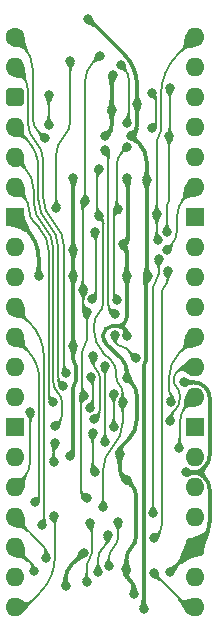
<source format=gbl>
%TF.GenerationSoftware,KiCad,Pcbnew,8.0.7*%
%TF.CreationDate,2025-01-15T15:57:44+02:00*%
%TF.ProjectId,Video Data Select,56696465-6f20-4446-9174-612053656c65,V0*%
%TF.SameCoordinates,Original*%
%TF.FileFunction,Copper,L2,Bot*%
%TF.FilePolarity,Positive*%
%FSLAX46Y46*%
G04 Gerber Fmt 4.6, Leading zero omitted, Abs format (unit mm)*
G04 Created by KiCad (PCBNEW 8.0.7) date 2025-01-15 15:57:44*
%MOMM*%
%LPD*%
G01*
G04 APERTURE LIST*
G04 Aperture macros list*
%AMRoundRect*
0 Rectangle with rounded corners*
0 $1 Rounding radius*
0 $2 $3 $4 $5 $6 $7 $8 $9 X,Y pos of 4 corners*
0 Add a 4 corners polygon primitive as box body*
4,1,4,$2,$3,$4,$5,$6,$7,$8,$9,$2,$3,0*
0 Add four circle primitives for the rounded corners*
1,1,$1+$1,$2,$3*
1,1,$1+$1,$4,$5*
1,1,$1+$1,$6,$7*
1,1,$1+$1,$8,$9*
0 Add four rect primitives between the rounded corners*
20,1,$1+$1,$2,$3,$4,$5,0*
20,1,$1+$1,$4,$5,$6,$7,0*
20,1,$1+$1,$6,$7,$8,$9,0*
20,1,$1+$1,$8,$9,$2,$3,0*%
G04 Aperture macros list end*
%TA.AperFunction,ComponentPad*%
%ADD10C,1.600000*%
%TD*%
%TA.AperFunction,ComponentPad*%
%ADD11O,1.600000X1.600000*%
%TD*%
%TA.AperFunction,ComponentPad*%
%ADD12RoundRect,0.400000X-0.400000X-0.400000X0.400000X-0.400000X0.400000X0.400000X-0.400000X0.400000X0*%
%TD*%
%TA.AperFunction,ComponentPad*%
%ADD13R,1.600000X1.600000*%
%TD*%
%TA.AperFunction,ViaPad*%
%ADD14C,0.800000*%
%TD*%
%TA.AperFunction,Conductor*%
%ADD15C,0.200000*%
%TD*%
%TA.AperFunction,Conductor*%
%ADD16C,0.380000*%
%TD*%
G04 APERTURE END LIST*
D10*
%TO.P,J1,1,Pin_1*%
%TO.N,/~{WD}_{M}*%
X0Y0D03*
D11*
%TO.P,J1,2,Pin_2*%
%TO.N,/D7_{M}*%
X0Y-2540000D03*
D12*
%TO.P,J1,3,Pin_3*%
%TO.N,/~{Memory Frame}*%
X0Y-5080000D03*
D11*
%TO.P,J1,4,Pin_4*%
%TO.N,/D6_{M}*%
X0Y-7620000D03*
%TO.P,J1,5,Pin_5*%
%TO.N,/D5_{M}*%
X0Y-10160000D03*
%TO.P,J1,6,Pin_6*%
%TO.N,/D4_{M}*%
X0Y-12700000D03*
D13*
%TO.P,J1,7,Pin_7*%
%TO.N,/GND*%
X0Y-15240000D03*
D11*
%TO.P,J1,8,Pin_8*%
%TO.N,/D3_{M}*%
X0Y-17780000D03*
%TO.P,J1,9,Pin_9*%
%TO.N,/D2_{M}*%
X0Y-20320000D03*
%TO.P,J1,10,Pin_10*%
%TO.N,/D1_{M}*%
X0Y-22860000D03*
%TO.P,J1,11,Pin_11*%
%TO.N,/D0_{M}*%
X0Y-25400000D03*
%TO.P,J1,12,Pin_12*%
%TO.N,/PL7*%
X0Y-27940000D03*
%TO.P,J1,13,Pin_13*%
%TO.N,/PL6*%
X0Y-30480000D03*
D13*
%TO.P,J1,14,Pin_14*%
%TO.N,/GND*%
X0Y-33020000D03*
D11*
%TO.P,J1,15,Pin_15*%
%TO.N,/PL5*%
X0Y-35560000D03*
%TO.P,J1,16,Pin_16*%
%TO.N,/PL4*%
X0Y-38100000D03*
%TO.P,J1,17,Pin_17*%
%TO.N,/PL3*%
X0Y-40640000D03*
%TO.P,J1,18,Pin_18*%
%TO.N,/PL2*%
X0Y-43180000D03*
%TO.P,J1,19,Pin_19*%
%TO.N,/PL1*%
X0Y-45720000D03*
%TO.P,J1,20,Pin_20*%
%TO.N,/PL0*%
X0Y-48260000D03*
%TO.P,J1,21,Pin_21*%
%TO.N,/DP0*%
X15240000Y-48260000D03*
%TO.P,J1,22,Pin_22*%
%TO.N,/DP1*%
X15240000Y-45720000D03*
D12*
%TO.P,J1,23,Pin_23*%
%TO.N,/5V*%
X15240000Y-43180000D03*
D11*
%TO.P,J1,24,Pin_24*%
%TO.N,/DP2*%
X15240000Y-40640000D03*
%TO.P,J1,25,Pin_25*%
%TO.N,/DP3*%
X15240000Y-38100000D03*
%TO.P,J1,26,Pin_26*%
%TO.N,/DP4*%
X15240000Y-35560000D03*
D13*
%TO.P,J1,27,Pin_27*%
%TO.N,/GND*%
X15240000Y-33020000D03*
D11*
%TO.P,J1,28,Pin_28*%
%TO.N,/DP5*%
X15240000Y-30480000D03*
%TO.P,J1,29,Pin_29*%
%TO.N,/DP6*%
X15240000Y-27940000D03*
%TO.P,J1,30,Pin_30*%
%TO.N,/DP7*%
X15240000Y-25400000D03*
%TO.P,J1,31,Pin_31*%
%TO.N,/~{EP1}*%
X15240000Y-22860000D03*
%TO.P,J1,32,Pin_32*%
%TO.N,/~{EP0}*%
X15240000Y-20320000D03*
%TO.P,J1,33,Pin_33*%
%TO.N,/~{EG1}*%
X15240000Y-17780000D03*
D13*
%TO.P,J1,34,Pin_34*%
%TO.N,/GND*%
X15240000Y-15240000D03*
D11*
%TO.P,J1,35,Pin_35*%
%TO.N,/~{EG0}*%
X15240000Y-12700000D03*
%TO.P,J1,36,Pin_36*%
%TO.N,/~{CS Memory B}*%
X15240000Y-10160000D03*
%TO.P,J1,37,Pin_37*%
%TO.N,/Memory Frame*%
X15240000Y-7620000D03*
%TO.P,J1,38,Pin_38*%
%TO.N,/Palette Write*%
X15240000Y-5080000D03*
%TO.P,J1,39,Pin_39*%
%TO.N,/~{Memory B}*%
X15240000Y-2540000D03*
%TO.P,J1,40,Pin_40*%
%TO.N,/~{Memory A}*%
X15240000Y0D03*
%TD*%
D14*
%TO.N,/D2_{M}*%
X12954000Y-19812000D03*
%TO.N,/5V*%
X13144500Y-45275500D03*
X14318163Y-29206473D03*
X14478000Y-36830000D03*
%TO.N,/GND*%
X4682000Y-35433000D03*
X9451560Y-45020000D03*
X4953000Y-18034000D03*
X9151000Y-17526000D03*
X4953000Y-11938000D03*
X4953000Y-26162000D03*
X10095002Y-47117000D03*
X8318368Y-3213984D03*
X7620004Y-8382000D03*
X4318000Y-46482000D03*
X9477979Y-25235373D03*
X8890000Y-35293935D03*
X2032000Y-20193000D03*
X4953000Y-20193000D03*
X5834187Y-43650000D03*
X9486000Y-28829000D03*
X9486000Y-37465000D03*
X8223165Y-6109751D03*
X9486000Y-20227238D03*
X9486000Y-11938000D03*
%TO.N,/3.3V*%
X6181999Y1524000D03*
X11188000Y-12065004D03*
X9881502Y-8306059D03*
X10922000Y-48387000D03*
X11256595Y-20233278D03*
X10368517Y-5633493D03*
%TO.N,/~{Palette Write Memory B}*%
X3520971Y-14433000D03*
X4721331Y-2009669D03*
%TO.N,/Palette Write*%
X9528517Y-7207000D03*
X8979888Y-2331401D03*
%TO.N,/~{Memory A}*%
X12028000Y-14986000D03*
X12129852Y-17165190D03*
%TO.N,/~{Memory B}*%
X5816495Y-21401075D03*
X7201747Y-1539659D03*
X6117000Y-23253000D03*
X5969006Y-13843000D03*
X5854000Y-30353000D03*
X6096000Y-38989000D03*
%TO.N,/~{CS Memory B}*%
X7124000Y-11098000D03*
X7493000Y-39751000D03*
X9144001Y-30873000D03*
X7112001Y-15112999D03*
%TO.N,/PL2*%
X1651000Y-45212000D03*
X7874000Y-42150000D03*
X7061153Y-45249003D03*
%TO.N,/DP0*%
X6096000Y-46101000D03*
X6350000Y-41148000D03*
X11762000Y-45367293D03*
%TO.N,/D1_{M}*%
X2286000Y-41275000D03*
%TO.N,/D2_{M}*%
X11821443Y-42345566D03*
%TO.N,/PL0*%
X3300156Y-40503167D03*
%TO.N,/PL3*%
X8763000Y-41021000D03*
X7974310Y-44730690D03*
X2667000Y-44069006D03*
%TO.N,/D3_{M}*%
X12192000Y-18752464D03*
X11719029Y-40300000D03*
%TO.N,/D0_{M}*%
X1733000Y-39370000D03*
%TO.N,/~{Palette Write}*%
X2883554Y-7434872D03*
X11593441Y-4715704D03*
X11645429Y-7682274D03*
X2920291Y-4904000D03*
%TO.N,/Memory Frame*%
X8751000Y-14555592D03*
X8687335Y-22225000D03*
X9525000Y-9271000D03*
%TO.N,/~{Memory Frame}*%
X13139672Y-4269000D03*
X6549543Y-22152837D03*
X13081000Y-8382000D03*
X12894984Y-16446108D03*
X6787335Y-16453665D03*
%TO.N,/D4_{M}*%
X3290000Y-30861000D03*
%TO.N,/PL7*%
X6743000Y-32336750D03*
X6662123Y-26982123D03*
%TO.N,/DP5*%
X3417000Y-34327499D03*
X3302000Y-35941000D03*
X13906500Y-34734500D03*
%TO.N,/PL6*%
X7643997Y-27813000D03*
X7644003Y-34214039D03*
%TO.N,/D7_{M}*%
X4383000Y-28448000D03*
X6426983Y-28706048D03*
X6350000Y-31369000D03*
%TO.N,/DP6*%
X13175788Y-32499271D03*
%TO.N,/D5_{M}*%
X3429000Y-32893000D03*
%TO.N,/DP4*%
X6604000Y-33528000D03*
X6766391Y-36769000D03*
%TO.N,/PL4*%
X1333000Y-31750000D03*
%TO.N,/DP7*%
X13203000Y-30861000D03*
%TO.N,/D6_{M}*%
X8394000Y-30154000D03*
X8394000Y-33020000D03*
X4127975Y-29538998D03*
%TO.N,/~{EG0}*%
X12864195Y-17951634D03*
%TO.N,/~{EP1}*%
X8456443Y-25222355D03*
X10253514Y-27153716D03*
%TO.N,/~{Palette + WD}*%
X8498730Y-23417000D03*
X7677155Y-9556677D03*
%TO.N,/~{WD}_{M}*%
X2540000Y-8509000D03*
%TD*%
D15*
%TO.N,/D6_{M}*%
X8394000Y-33020000D02*
X8394000Y-30154000D01*
D16*
%TO.N,/GND*%
X9065339Y-34622660D02*
X9616000Y-34072000D01*
X10342000Y-32319280D02*
X10342000Y-30290283D01*
X9486000Y-28829000D02*
X9914000Y-29257000D01*
X8890000Y-35293935D02*
X8890000Y-35045967D01*
D15*
%TO.N,/~{CS Memory B}*%
X9144001Y-30873000D02*
X9144001Y-32614564D01*
X7493000Y-39751000D02*
X7493000Y-36600434D01*
%TO.N,/D2_{M}*%
X12954000Y-19812000D02*
X12954000Y-20473747D01*
X12453000Y-41267430D02*
X12453000Y-21683268D01*
X11821443Y-42345566D02*
X12137221Y-42029787D01*
%TO.N,/D3_{M}*%
X11719029Y-21172073D02*
X11719029Y-40300000D01*
X12192000Y-18752464D02*
X12192000Y-20030219D01*
D16*
%TO.N,/5V*%
X14605000Y-43815000D02*
X13144500Y-45275500D01*
D15*
%TO.N,/PL2*%
X7061153Y-45249003D02*
X7061153Y-44186616D01*
X7874000Y-42150000D02*
X7874000Y-42474500D01*
X7644543Y-43028455D02*
X7467576Y-43205423D01*
%TO.N,/PL3*%
X8763000Y-41021000D02*
X8763000Y-42241311D01*
X7974310Y-44730690D02*
X7974310Y-44145378D01*
D16*
%TO.N,/GND*%
X9486000Y-37465000D02*
X9886500Y-37865500D01*
X10287000Y-38832392D02*
X10287000Y-42208254D01*
X9451560Y-44225185D02*
X9451560Y-45020000D01*
X9802614Y-45997614D02*
X9673082Y-45868082D01*
X9451560Y-45333280D02*
X9451560Y-45020000D01*
X10095002Y-47117000D02*
X10095002Y-46703501D01*
%TO.N,/3.3V*%
X10368517Y-7474672D02*
X10368517Y-5633493D01*
X10125009Y-8062551D02*
X9881502Y-8306059D01*
D15*
%TO.N,/Palette Write*%
X9643895Y-3464931D02*
X9643895Y-7010037D01*
X9311891Y-2663404D02*
X8979888Y-2331401D01*
X9528517Y-7207000D02*
X9586206Y-7149311D01*
%TO.N,/~{Palette Write}*%
X11593441Y-4715704D02*
X11791556Y-4913819D01*
X11989672Y-7094614D02*
X11989672Y-5392112D01*
X11817550Y-7510152D02*
X11645429Y-7682274D01*
%TO.N,/~{Memory A}*%
X12028000Y-14986000D02*
X12028000Y-8764740D01*
X12389672Y-4865814D02*
X12389672Y-7891587D01*
X13814836Y-1425163D02*
X15240000Y0D01*
%TO.N,/~{Memory Frame}*%
X13081000Y-8382000D02*
X13081000Y-13779450D01*
X12894984Y-14228533D02*
X12894984Y-16446108D01*
X13081000Y-8382000D02*
X13110336Y-8352664D01*
X13139672Y-4269000D02*
X13139672Y-8281840D01*
D16*
%TO.N,/GND*%
X4953000Y-27252394D02*
X4953000Y-26162000D01*
X5207000Y-29030394D02*
X5207000Y-27865605D01*
D15*
%TO.N,/~{Memory B}*%
X6117000Y-23253000D02*
X6117000Y-25611278D01*
X5720000Y-26569721D02*
X5720000Y-30124247D01*
%TO.N,/~{CS Memory B}*%
X7311500Y-15312498D02*
X7112001Y-15112999D01*
X6731000Y-24300543D02*
X6731000Y-24828500D01*
X8145875Y-27322875D02*
X7494321Y-26671321D01*
X7511000Y-22417456D02*
X7511000Y-15794132D01*
X8624000Y-28477169D02*
X8624000Y-28785642D01*
X9144001Y-30873000D02*
X9144001Y-30041036D01*
D16*
%TO.N,/GND*%
X9486000Y-28238000D02*
X9486000Y-28829000D01*
X9068099Y-27229099D02*
X7762407Y-25923407D01*
X8773585Y-24432355D02*
X8277663Y-24432355D01*
X7493000Y-25273000D02*
X7493000Y-25217018D01*
D15*
%TO.N,/~{EP1}*%
X10250260Y-27141260D02*
X9405703Y-26296703D01*
X8635372Y-25907372D02*
X8755296Y-26027296D01*
X10253514Y-27153716D02*
X10253514Y-27149115D01*
X8456443Y-25475399D02*
X8456443Y-25222355D01*
D16*
%TO.N,/GND*%
X9295177Y-24202532D02*
X9271667Y-24226043D01*
X9486000Y-20227238D02*
X9505500Y-20246738D01*
X9525000Y-23647691D02*
X9525000Y-20293815D01*
X9339953Y-24706953D02*
X9271667Y-24638667D01*
X9477979Y-25040176D02*
X9477979Y-25235373D01*
D15*
%TO.N,/PL7*%
X6662123Y-26982123D02*
X6662123Y-27486047D01*
X6981500Y-32098250D02*
X6743000Y-32336750D01*
X7220000Y-31522460D02*
X7220000Y-28832881D01*
%TO.N,/PL0*%
X3358578Y-40561589D02*
X3300156Y-40503167D01*
X1203308Y-47945691D02*
X2153000Y-46996000D01*
X3417000Y-43944434D02*
X3417000Y-40702632D01*
%TO.N,/PL3*%
X2667000Y-43688003D02*
X2667000Y-44069006D01*
X2397590Y-43037590D02*
X0Y-40640000D01*
%TO.N,/DP6*%
X13175788Y-32238898D02*
X13175788Y-32499271D01*
X13974315Y-30233776D02*
X13974315Y-30615355D01*
X13474000Y-29025908D02*
X13474000Y-28977157D01*
X13791314Y-28257314D02*
X13758629Y-28290000D01*
X13359898Y-31794414D02*
X13575051Y-31579262D01*
%TO.N,/DP5*%
X13970000Y-34626098D02*
X13970000Y-32648025D01*
X14605000Y-31115000D02*
X15240000Y-30480000D01*
X13938250Y-34702750D02*
X13906500Y-34734500D01*
D16*
%TO.N,/GND*%
X9188000Y-37167000D02*
X9486000Y-37465000D01*
X8890000Y-36447564D02*
X8890000Y-35293935D01*
D15*
%TO.N,/DP7*%
X13203000Y-30861000D02*
X13203000Y-30192216D01*
X13074000Y-28769000D02*
X13074000Y-29880783D01*
X13924649Y-26715350D02*
X15240000Y-25400000D01*
D16*
%TO.N,/5V*%
X16081457Y-36401457D02*
X16068310Y-36414604D01*
X16510000Y-30507288D02*
X16510000Y-35366864D01*
X16068310Y-37245395D02*
X16081457Y-37258542D01*
X14478000Y-36830000D02*
X15065457Y-36830000D01*
X16510000Y-41011974D02*
X16510000Y-38293135D01*
X15209184Y-29206473D02*
X14318163Y-29206473D01*
%TO.N,/GND*%
X4953000Y-18034000D02*
X4953000Y-20193000D01*
X2032000Y-20193000D02*
X2032000Y-18708840D01*
X5834187Y-43650000D02*
X4783210Y-44700976D01*
X4817500Y-35297500D02*
X4682000Y-35433000D01*
X8318368Y-3213984D02*
X8270766Y-3261585D01*
X8223165Y-6109751D02*
X8223165Y-7352339D01*
X4953000Y-20193000D02*
X4953000Y-26162000D01*
X9538500Y-11990500D02*
X9486000Y-11938000D01*
X9591000Y-12117246D02*
X9591000Y-16774873D01*
X4318000Y-46482000D02*
X4318000Y-45824093D01*
X9151000Y-17526000D02*
X9371000Y-17306000D01*
X9477979Y-25235373D02*
X9525000Y-25188352D01*
X9486000Y-20227238D02*
X9486000Y-18097880D01*
X9151000Y-17526000D02*
X9318500Y-17693500D01*
X7620004Y-8382000D02*
X7921584Y-8080419D01*
X4953000Y-29643605D02*
X4953000Y-34970374D01*
X1016000Y-16256000D02*
X0Y-15240000D01*
X4953000Y-11938000D02*
X4953000Y-18034000D01*
X8223165Y-6109751D02*
X8223165Y-3376505D01*
%TO.N,/3.3V*%
X11093514Y-27380377D02*
X11093514Y-20511674D01*
X11222297Y-20198980D02*
X11256595Y-20233278D01*
X11188000Y-20116179D02*
X11188000Y-12065004D01*
X10534751Y-8959308D02*
X9881502Y-8306059D01*
X11188000Y-10536390D02*
X11188000Y-12065004D01*
X6181999Y1524000D02*
X6247213Y1524000D01*
X11256595Y-20233278D02*
X11175054Y-20314818D01*
X10922000Y-48387000D02*
X10922000Y-27794448D01*
X10368517Y-4082791D02*
X10368517Y-5633493D01*
X9272005Y-1435578D02*
X6358540Y1477886D01*
D15*
%TO.N,/~{Palette Write Memory B}*%
X4721331Y-7002886D02*
X4721331Y-2009669D01*
X3520971Y-14433000D02*
X3520971Y-9900811D01*
%TO.N,/~{Memory A}*%
X12028000Y-14986000D02*
X12028000Y-16991317D01*
X12129852Y-17165190D02*
X12078926Y-17114264D01*
%TO.N,/~{Memory B}*%
X5816495Y-22740005D02*
X5816495Y-21401075D01*
X5816495Y-21401075D02*
X5781729Y-21366309D01*
X5746963Y-14222051D02*
X5746963Y-21282376D01*
X5600000Y-30786605D02*
X5600000Y-38142275D01*
X6096000Y-38989000D02*
X5848000Y-38741000D01*
X5968994Y-13842979D02*
X5968994Y-3644100D01*
X5854000Y-30353000D02*
X5787000Y-30286000D01*
X5857984Y-13954021D02*
X5969006Y-13843000D01*
X5966747Y-23102747D02*
X6117000Y-23253000D01*
X5854000Y-30353000D02*
X5727000Y-30480000D01*
X7201747Y-1539659D02*
X6585370Y-2156035D01*
%TO.N,/~{CS Memory B}*%
X6997000Y-14916680D02*
X6997000Y-11314802D01*
X7124000Y-11098000D02*
X7060500Y-11161500D01*
X7054500Y-15055498D02*
X7112001Y-15112999D01*
%TO.N,/PL2*%
X1516296Y-44696296D02*
X0Y-43180000D01*
X1651000Y-45212000D02*
X1651000Y-45021500D01*
%TO.N,/DP0*%
X6350000Y-41148000D02*
X6442093Y-41240093D01*
X11762000Y-45367293D02*
X14654707Y-48260000D01*
X6096000Y-44709844D02*
X6096000Y-46101000D01*
X6534187Y-41462426D02*
X6534187Y-43651968D01*
%TO.N,/D1_{M}*%
X1241500Y-24101500D02*
X0Y-22860000D01*
X2286000Y-41275000D02*
X2384500Y-41176500D01*
X2483000Y-27098746D02*
X2483000Y-40938699D01*
%TO.N,/D0_{M}*%
X2083000Y-38772512D02*
X2083000Y-28955903D01*
X1908000Y-39195000D02*
X1733000Y-39370000D01*
X1041500Y-26441500D02*
X0Y-25400000D01*
%TO.N,/~{Palette Write}*%
X2883554Y-7434872D02*
X2883554Y-4966713D01*
X2920291Y-4904000D02*
X2901922Y-4922368D01*
%TO.N,/Memory Frame*%
X8546189Y-22083854D02*
X8687335Y-22225000D01*
X8751000Y-14555592D02*
X8698500Y-14503092D01*
X8578022Y-14728570D02*
X8751000Y-14555592D01*
X9085500Y-9710500D02*
X9525000Y-9271000D01*
X8646000Y-10771546D02*
X8646000Y-14376345D01*
X8405044Y-21743099D02*
X8405044Y-15146175D01*
%TO.N,/~{Memory Frame}*%
X6870000Y-16594782D02*
X6870000Y-21605782D01*
X6709771Y-21992608D02*
X6549543Y-22152837D01*
X6828667Y-16494997D02*
X6787335Y-16453665D01*
%TO.N,/D4_{M}*%
X2883000Y-30166207D02*
X2883000Y-18095240D01*
X742288Y-13442288D02*
X0Y-12700000D01*
X2048000Y-16079372D02*
X1683711Y-15715083D01*
X3086500Y-30657500D02*
X3290000Y-30861000D01*
%TO.N,/DP5*%
X3359500Y-34384999D02*
X3417000Y-34327499D01*
X3302000Y-34523816D02*
X3302000Y-35941000D01*
%TO.N,/PL6*%
X7644003Y-27813006D02*
X7643997Y-27813000D01*
X7644003Y-27813006D02*
X7644003Y-34214039D01*
%TO.N,/D7_{M}*%
X2413000Y-10378774D02*
X2413000Y-13474764D01*
X4287000Y-28352000D02*
X4383000Y-28448000D01*
X562000Y-3102000D02*
X0Y-2540000D01*
X6477000Y-31242000D02*
X6350000Y-31369000D01*
X6604000Y-30935394D02*
X6604000Y-29008234D01*
X1124000Y-7266853D02*
X1124000Y-4458788D01*
X4191000Y-17767235D02*
X4191000Y-28120235D01*
X6515491Y-28794556D02*
X6426983Y-28706048D01*
%TO.N,/D5_{M}*%
X1613000Y-12913563D02*
X1613000Y-13897817D01*
X3283000Y-17929554D02*
X3283000Y-29173619D01*
X3727500Y-32594500D02*
X3429000Y-32893000D01*
X4026000Y-31873857D02*
X4026000Y-30967380D01*
X806500Y-10966500D02*
X0Y-10160000D01*
%TO.N,/DP4*%
X6766391Y-36769000D02*
X6685195Y-36687804D01*
X6604000Y-36491781D02*
X6604000Y-33528000D01*
%TO.N,/PL4*%
X666500Y-37433500D02*
X0Y-38100000D01*
X1333000Y-35824426D02*
X1333000Y-31750000D01*
%TO.N,/D6_{M}*%
X1006500Y-8626500D02*
X0Y-7620000D01*
X3683000Y-17763868D02*
X3683000Y-28779378D01*
X4127975Y-29538998D02*
X3905487Y-29316510D01*
X2013000Y-11056405D02*
X2013000Y-13732131D01*
%TO.N,/~{EG0}*%
X12864195Y-17951634D02*
X13290097Y-17525731D01*
X14478000Y-13462000D02*
X15240000Y-12700000D01*
X13716000Y-15301630D02*
X13716000Y-16497511D01*
%TO.N,/~{Palette + WD}*%
X7942478Y-10009611D02*
X7942478Y-21936562D01*
X7937335Y-22656547D02*
X7937335Y-21948978D01*
X8498730Y-23417000D02*
X8440764Y-23417000D01*
X8160066Y-23194268D02*
X8341809Y-23376011D01*
X7809816Y-9689338D02*
X7677155Y-9556677D01*
%TO.N,/~{WD}_{M}*%
X2032000Y-8001000D02*
X2540000Y-8509000D01*
X762000Y-761999D02*
X0Y0D01*
X1524000Y-2601630D02*
X1524000Y-6774579D01*
D16*
%TO.N,/3.3V*%
X11188000Y-20116179D02*
G75*
G03*
X11222286Y-20198991I117100J-21D01*
G01*
X10534751Y-8959308D02*
G75*
G02*
X11188016Y-10536390I-1577051J-1577092D01*
G01*
X10368517Y-7474672D02*
G75*
G02*
X10125030Y-8062572I-831417J-28D01*
G01*
X9272005Y-1435578D02*
G75*
G02*
X10368525Y-4082791I-2647205J-2647222D01*
G01*
X11093514Y-27380377D02*
G75*
G02*
X11007773Y-27587429I-292814J-23D01*
G01*
X11175054Y-20314818D02*
G75*
G03*
X11093492Y-20511674I196846J-196882D01*
G01*
X11007757Y-27587413D02*
G75*
G03*
X10922037Y-27794448I207043J-206987D01*
G01*
X6358540Y1477886D02*
G75*
G03*
X6247213Y1524020I-111340J-111286D01*
G01*
%TO.N,/GND*%
X9525000Y-23647691D02*
G75*
G02*
X9295189Y-24202544I-784700J-9D01*
G01*
X8890000Y-36447564D02*
G75*
G03*
X9187998Y-37167002I1017430J-6D01*
G01*
X9068099Y-27229099D02*
G75*
G02*
X9486000Y-28238000I-1008899J-1008901D01*
G01*
X4953000Y-27252394D02*
G75*
G03*
X5079998Y-27559002I433600J-6D01*
G01*
X9339953Y-24706953D02*
G75*
G02*
X9477987Y-25040176I-333253J-333247D01*
G01*
X5207000Y-29030394D02*
G75*
G02*
X5080002Y-29337002I-433600J-6D01*
G01*
X8773585Y-24432355D02*
G75*
G03*
X9271666Y-24226042I15J704355D01*
G01*
X9271667Y-24638667D02*
G75*
G03*
X8773585Y-24432351I-498067J-498033D01*
G01*
X9271667Y-24226043D02*
G75*
G03*
X9271662Y-24638672I206313J-206317D01*
G01*
X9065339Y-34622660D02*
G75*
G03*
X8889963Y-35045967I423261J-423340D01*
G01*
X8277663Y-24432355D02*
G75*
G03*
X7722845Y-24662200I37J-784645D01*
G01*
X5080000Y-27559000D02*
G75*
G02*
X5206998Y-27865605I-306600J-306600D01*
G01*
X10342000Y-32319280D02*
G75*
G02*
X9616002Y-34072002I-2478730J0D01*
G01*
X9886500Y-37865500D02*
G75*
G02*
X10287003Y-38832392I-966900J-966900D01*
G01*
X7493000Y-25273000D02*
G75*
G03*
X7762410Y-25923404I919800J0D01*
G01*
X5080000Y-29337000D02*
G75*
G03*
X4953002Y-29643605I306600J-306600D01*
G01*
X10287000Y-42208254D02*
G75*
G02*
X9869279Y-43216719I-1426190J4D01*
G01*
X9869280Y-43216720D02*
G75*
G03*
X9451536Y-44225185I1008420J-1008480D01*
G01*
X4953000Y-34970374D02*
G75*
G02*
X4817501Y-35297501I-462640J4D01*
G01*
X4783210Y-44700976D02*
G75*
G03*
X4317987Y-45824093I1123090J-1123124D01*
G01*
X7722822Y-24662177D02*
G75*
G03*
X7493023Y-25217018I554878J-554823D01*
G01*
X9505500Y-20246738D02*
G75*
G02*
X9524983Y-20293815I-47100J-47062D01*
G01*
X9318500Y-17693500D02*
G75*
G02*
X9486008Y-18097880I-404400J-404400D01*
G01*
X9538500Y-11990500D02*
G75*
G02*
X9590952Y-12117246I-126800J-126700D01*
G01*
X9914000Y-29257000D02*
G75*
G02*
X10342007Y-30290283I-1033300J-1033300D01*
G01*
X9802614Y-45997614D02*
G75*
G02*
X10094993Y-46703501I-705914J-705886D01*
G01*
X9451560Y-45333280D02*
G75*
G03*
X9673069Y-45868095I756340J-20D01*
G01*
X1016000Y-16256000D02*
G75*
G02*
X2032000Y-18708840I-2452839J-2452840D01*
G01*
X8270766Y-3261585D02*
G75*
G03*
X8223172Y-3376505I114934J-114915D01*
G01*
X8223165Y-7352339D02*
G75*
G02*
X7921586Y-8080421I-1029665J-1D01*
G01*
X9591000Y-16774873D02*
G75*
G02*
X9371008Y-17306008I-751100J-27D01*
G01*
%TO.N,/5V*%
X16129000Y-29587473D02*
G75*
G02*
X16510013Y-30507288I-919800J-919827D01*
G01*
X16129000Y-29587473D02*
G75*
G03*
X15209184Y-29206487I-919800J-919827D01*
G01*
X16510000Y-41011974D02*
G75*
G02*
X15875001Y-42545001I-2168040J4D01*
G01*
X16510000Y-35366864D02*
G75*
G02*
X16081456Y-36401456I-1463140J4D01*
G01*
X15065457Y-36830000D02*
G75*
G03*
X16068322Y-36414616I43J1418200D01*
G01*
X16068310Y-37245395D02*
G75*
G03*
X15065457Y-36830016I-1002810J-1002805D01*
G01*
X16068310Y-36414604D02*
G75*
G03*
X16068309Y-37245396I415390J-415396D01*
G01*
X16081457Y-37258542D02*
G75*
G02*
X16509985Y-38293135I-1034557J-1034558D01*
G01*
X15875000Y-42545000D02*
X14605000Y-43815000D01*
D15*
%TO.N,/~{WD}_{M}*%
X762000Y-761999D02*
G75*
G02*
X1524000Y-2601630I-1839639J-1839634D01*
G01*
X1524000Y-6774579D02*
G75*
G03*
X2032002Y-8000998I1734410J-1D01*
G01*
%TO.N,/~{Palette + WD}*%
X7937335Y-22656547D02*
G75*
G03*
X8160066Y-23194268I760445J-3D01*
G01*
X8341809Y-23376011D02*
G75*
G03*
X8440764Y-23417038I98991J98911D01*
G01*
X7809816Y-9689338D02*
G75*
G02*
X7942457Y-10009611I-320316J-320262D01*
G01*
X7942478Y-21936562D02*
G75*
G02*
X7939925Y-21942789I-8778J-38D01*
G01*
X7939906Y-21942770D02*
G75*
G03*
X7937315Y-21948978I6194J-6230D01*
G01*
%TO.N,/~{EP1}*%
X8456443Y-25475399D02*
G75*
G03*
X8635381Y-25907363I610857J-1D01*
G01*
X10250260Y-27141260D02*
G75*
G02*
X10253502Y-27149115I-7860J-7840D01*
G01*
X9405703Y-26296703D02*
G75*
G03*
X9080500Y-26161998I-325203J-325197D01*
G01*
X8755296Y-26027296D02*
G75*
G03*
X9080500Y-26162002I325204J325196D01*
G01*
%TO.N,/~{EG0}*%
X14478000Y-13462000D02*
G75*
G03*
X13716013Y-15301630I1839600J-1839600D01*
G01*
X13716000Y-16497511D02*
G75*
G02*
X13290087Y-17525721I-1454100J11D01*
G01*
%TO.N,/D6_{M}*%
X1006500Y-8626500D02*
G75*
G02*
X2013000Y-11056405I-2429906J-2429906D01*
G01*
X2848000Y-15748000D02*
G75*
G02*
X3683001Y-17763868I-2015870J-2015870D01*
G01*
X2013000Y-13732131D02*
G75*
G03*
X2848000Y-15748000I2850870J1D01*
G01*
X3683000Y-28779378D02*
G75*
G03*
X3905486Y-29316511I759620J-2D01*
G01*
%TO.N,/DP7*%
X13924649Y-26715350D02*
G75*
G03*
X13074000Y-28769000I2053651J-2053650D01*
G01*
X13074000Y-29880783D02*
G75*
G03*
X13138495Y-30036505I220200J-17D01*
G01*
X13138500Y-30036500D02*
G75*
G02*
X13202993Y-30192216I-155700J-155700D01*
G01*
%TO.N,/PL4*%
X1333000Y-35824426D02*
G75*
G02*
X666500Y-37433500I-2275581J2D01*
G01*
%TO.N,/DP4*%
X6604000Y-36491781D02*
G75*
G03*
X6685189Y-36687810I277200J-19D01*
G01*
%TO.N,/D5_{M}*%
X2448000Y-15913686D02*
G75*
G02*
X3283004Y-17929554I-2015870J-2015874D01*
G01*
X4026000Y-31873857D02*
G75*
G02*
X3727498Y-32594498I-1019150J7D01*
G01*
X3283000Y-29173619D02*
G75*
G03*
X3654500Y-30070500I1268380J-1D01*
G01*
X806500Y-10966500D02*
G75*
G02*
X1613000Y-12913563I-1947068J-1947065D01*
G01*
X3654500Y-30070500D02*
G75*
G02*
X4026008Y-30967380I-896900J-896900D01*
G01*
X1613000Y-13897817D02*
G75*
G03*
X2447998Y-15913688I2850870J-3D01*
G01*
%TO.N,/DP6*%
X13474000Y-29025908D02*
G75*
G03*
X13724160Y-29629839I854100J8D01*
G01*
X13359898Y-31794414D02*
G75*
G03*
X13175791Y-32238898I444502J-444486D01*
G01*
X13724157Y-29629842D02*
G75*
G02*
X13974325Y-30233776I-603957J-603958D01*
G01*
X13974315Y-30615355D02*
G75*
G02*
X13575052Y-31579263I-1363185J5D01*
G01*
X14557381Y-27940000D02*
G75*
G03*
X13791321Y-28257321I19J-1083400D01*
G01*
X13758629Y-28290000D02*
G75*
G03*
X13473973Y-28977157I687171J-687200D01*
G01*
%TO.N,/D7_{M}*%
X6604000Y-30935394D02*
G75*
G02*
X6477002Y-31242002I-433600J-6D01*
G01*
X1124000Y-7266853D02*
G75*
G03*
X1768502Y-8822812I2200460J3D01*
G01*
X3302000Y-15621000D02*
G75*
G02*
X4191002Y-17767235I-2146240J-2146240D01*
G01*
X562000Y-3102000D02*
G75*
G02*
X1124000Y-4458788I-1356796J-1356791D01*
G01*
X6515491Y-28794556D02*
G75*
G02*
X6603971Y-29008234I-213691J-213644D01*
G01*
X4191000Y-28120235D02*
G75*
G03*
X4286999Y-28352001I327760J-5D01*
G01*
X1768500Y-8822814D02*
G75*
G02*
X2413001Y-10378774I-1555970J-1555966D01*
G01*
X2413000Y-13474764D02*
G75*
G03*
X3302000Y-15621000I3035232J-2D01*
G01*
%TO.N,/DP5*%
X3359500Y-34384999D02*
G75*
G03*
X3302006Y-34523816I138800J-138801D01*
G01*
X13970000Y-34626098D02*
G75*
G02*
X13938250Y-34702750I-108400J-2D01*
G01*
X14605000Y-31115000D02*
G75*
G03*
X13970011Y-32648025I1533000J-1533000D01*
G01*
%TO.N,/PL7*%
X7220000Y-31522460D02*
G75*
G02*
X6981502Y-32098252I-814300J0D01*
G01*
X6662123Y-27486047D02*
G75*
G03*
X6941059Y-28159466I952357J-3D01*
G01*
X6941061Y-28159464D02*
G75*
G02*
X7220000Y-28832881I-673461J-673436D01*
G01*
%TO.N,/D4_{M}*%
X2883000Y-30166207D02*
G75*
G03*
X3086502Y-30657498I694800J7D01*
G01*
X742288Y-13442288D02*
G75*
G02*
X1213000Y-14578686I-1136408J-1136403D01*
G01*
X2048000Y-16079372D02*
G75*
G02*
X2882999Y-18095240I-2015870J-2015868D01*
G01*
X1213000Y-14578686D02*
G75*
G03*
X1683711Y-15715083I1607100J-4D01*
G01*
%TO.N,/~{Memory Frame}*%
X6828667Y-16494997D02*
G75*
G02*
X6870017Y-16594782I-99767J-99803D01*
G01*
X12987992Y-14003992D02*
G75*
G03*
X12894998Y-14228533I224508J-224508D01*
G01*
X13081000Y-13779450D02*
G75*
G02*
X12987977Y-14003977I-317600J50D01*
G01*
X13139672Y-8281840D02*
G75*
G02*
X13110318Y-8352646I-100172J40D01*
G01*
X6870000Y-21605782D02*
G75*
G02*
X6709790Y-21992627I-547100J-18D01*
G01*
%TO.N,/Memory Frame*%
X9085500Y-9710500D02*
G75*
G03*
X8646019Y-10771546I1061000J-1061000D01*
G01*
X8405044Y-21743099D02*
G75*
G03*
X8546198Y-22083845I481856J-1D01*
G01*
X8578022Y-14728570D02*
G75*
G03*
X8405019Y-15146175I417578J-417630D01*
G01*
X8646000Y-14376345D02*
G75*
G03*
X8698532Y-14503060I179200J45D01*
G01*
%TO.N,/~{Palette Write}*%
X11989672Y-7094614D02*
G75*
G02*
X11817546Y-7510148I-587672J14D01*
G01*
X2901922Y-4922368D02*
G75*
G03*
X2883573Y-4966713I44378J-44332D01*
G01*
X11791556Y-4913819D02*
G75*
G02*
X11989674Y-5392112I-478256J-478281D01*
G01*
%TO.N,/D0_{M}*%
X2083000Y-38772512D02*
G75*
G02*
X1907996Y-39194996I-597500J12D01*
G01*
X1041500Y-26441500D02*
G75*
G02*
X2083000Y-28955903I-2514409J-2514406D01*
G01*
%TO.N,/D3_{M}*%
X11955514Y-20601146D02*
G75*
G03*
X11718997Y-21172073I570886J-570954D01*
G01*
X12192000Y-20030219D02*
G75*
G02*
X11955502Y-20601134I-807400J19D01*
G01*
%TO.N,/PL3*%
X2397590Y-43037590D02*
G75*
G02*
X2667005Y-43688003I-650390J-650410D01*
G01*
X8763000Y-42241311D02*
G75*
G02*
X8368654Y-43193344I-1346400J11D01*
G01*
X8368655Y-43193345D02*
G75*
G03*
X7974298Y-44145378I952045J-952055D01*
G01*
%TO.N,/PL0*%
X1203308Y-47945691D02*
G75*
G02*
X444500Y-48259999I-758808J758811D01*
G01*
X3417000Y-43944434D02*
G75*
G02*
X2153000Y-46996000I-4315570J2D01*
G01*
X3358578Y-40561589D02*
G75*
G02*
X3416967Y-40702632I-141078J-141011D01*
G01*
%TO.N,/D2_{M}*%
X12453000Y-41267430D02*
G75*
G02*
X12137199Y-42029765I-1078100J30D01*
G01*
X12954000Y-20473747D02*
G75*
G02*
X12703501Y-21078509I-855260J-3D01*
G01*
X12703500Y-21078508D02*
G75*
G03*
X12452960Y-21683268I604700J-604792D01*
G01*
%TO.N,/D1_{M}*%
X1241500Y-24101500D02*
G75*
G02*
X2483000Y-27098746I-2997253J-2997249D01*
G01*
X2483000Y-40938699D02*
G75*
G02*
X2384500Y-41176500I-336300J-1D01*
G01*
%TO.N,/DP0*%
X6442093Y-41240093D02*
G75*
G02*
X6534180Y-41462426I-222293J-222307D01*
G01*
X6315093Y-44180906D02*
G75*
G03*
X6096022Y-44709844I528907J-528894D01*
G01*
X6534187Y-43651968D02*
G75*
G02*
X6315096Y-44180909I-748037J-2D01*
G01*
%TO.N,/PL2*%
X7874000Y-42474500D02*
G75*
G02*
X7644541Y-43028453I-783400J0D01*
G01*
X1516296Y-44696296D02*
G75*
G02*
X1651002Y-45021500I-325196J-325204D01*
G01*
X7467576Y-43205423D02*
G75*
G03*
X7061173Y-44186616I981224J-981177D01*
G01*
%TO.N,/~{CS Memory B}*%
X9144001Y-32614564D02*
G75*
G02*
X8318499Y-34607498I-2818441J4D01*
G01*
X8884000Y-29413339D02*
G75*
G02*
X9143974Y-30041036I-627700J-627661D01*
G01*
X8145875Y-27322875D02*
G75*
G02*
X8624027Y-28477169I-1154275J-1154325D01*
G01*
X6997000Y-14916680D02*
G75*
G03*
X7054494Y-15055504I196300J-20D01*
G01*
X8624000Y-28785642D02*
G75*
G03*
X8883998Y-29413341I887690J-8D01*
G01*
X7511000Y-22417456D02*
G75*
G02*
X7120998Y-23358998I-1331550J6D01*
G01*
X7121000Y-23359000D02*
G75*
G03*
X6731018Y-24300543I941500J-941500D01*
G01*
X7311500Y-15312498D02*
G75*
G02*
X7510987Y-15794132I-481600J-481602D01*
G01*
X7060500Y-11161500D02*
G75*
G03*
X6997001Y-11314802I153300J-153300D01*
G01*
X6731000Y-24828500D02*
G75*
G03*
X7494330Y-26671312I2606100J0D01*
G01*
X8318500Y-34607499D02*
G75*
G03*
X7493001Y-36600434I1992930J-1992931D01*
G01*
%TO.N,/~{Memory B}*%
X5968994Y-13842979D02*
X5968996Y-13842979D01*
X5968998Y-13842978D01*
X5969000Y-13842978D01*
X5969002Y-13842978D01*
X5969003Y-13842978D01*
X5969005Y-13842979D01*
X5969007Y-13842979D01*
X5969009Y-13842980D01*
X5969011Y-13842981D01*
X5969012Y-13842982D01*
X5969014Y-13842983D01*
X5969015Y-13842984D01*
X5969016Y-13842986D01*
X5969018Y-13842987D01*
X5969019Y-13842989D01*
X5969020Y-13842990D01*
X5969020Y-13842992D01*
X5969021Y-13842994D01*
X5969021Y-13842996D01*
X5969022Y-13842998D01*
X5969022Y-13843000D01*
X5969022Y-13843000D01*
X5816495Y-22740005D02*
G75*
G03*
X5966748Y-23102746I513005J5D01*
G01*
X5918500Y-26090500D02*
G75*
G03*
X5720009Y-26569721I479200J-479200D01*
G01*
X6117000Y-25611278D02*
G75*
G02*
X5918502Y-26090502I-677730J-2D01*
G01*
X5857984Y-13954021D02*
G75*
G03*
X5746994Y-14222051I268016J-267979D01*
G01*
X5727000Y-30480000D02*
G75*
G03*
X5600002Y-30786605I306600J-306600D01*
G01*
X6585370Y-2156035D02*
G75*
G03*
X5968983Y-3644100I1488030J-1488065D01*
G01*
X5600000Y-38142275D02*
G75*
G03*
X5848001Y-38740999I846730J5D01*
G01*
X5746963Y-21282376D02*
G75*
G03*
X5781709Y-21366329I118737J-24D01*
G01*
X5720000Y-30124247D02*
G75*
G03*
X5786985Y-30286015I228700J-53D01*
G01*
%TO.N,/~{Memory A}*%
X13814836Y-1425163D02*
G75*
G03*
X12389685Y-4865814I3440664J-3440637D01*
G01*
X12389672Y-7891587D02*
G75*
G02*
X12208834Y-8328162I-617372J-13D01*
G01*
X12028000Y-16991317D02*
G75*
G03*
X12078929Y-17114261I173900J17D01*
G01*
X12208836Y-8328164D02*
G75*
G03*
X12028025Y-8764740I436564J-436536D01*
G01*
%TO.N,/Palette Write*%
X9311891Y-2663404D02*
G75*
G02*
X9643883Y-3464931I-801491J-801496D01*
G01*
X9643895Y-7010037D02*
G75*
G02*
X9586194Y-7149299I-196995J37D01*
G01*
%TO.N,/~{Palette Write Memory B}*%
X4721331Y-7002886D02*
G75*
G02*
X4121150Y-8451848I-2049151J6D01*
G01*
X4121151Y-8451849D02*
G75*
G03*
X3520975Y-9900811I1448949J-1448951D01*
G01*
%TD*%
%TA.AperFunction,Conductor*%
%TO.N,/D6_{M}*%
G36*
X8678716Y-30271703D02*
G01*
X8751952Y-30302237D01*
X8758270Y-30308584D01*
X8758249Y-30317538D01*
X8757900Y-30318297D01*
X8684360Y-30464362D01*
X8683611Y-30465642D01*
X8610734Y-30573732D01*
X8550262Y-30668135D01*
X8509158Y-30783240D01*
X8494947Y-30943335D01*
X8490802Y-30951272D01*
X8483293Y-30954000D01*
X8304707Y-30954000D01*
X8296434Y-30950573D01*
X8293053Y-30943335D01*
X8278840Y-30783240D01*
X8278840Y-30783238D01*
X8237738Y-30668138D01*
X8177261Y-30573728D01*
X8104382Y-30465635D01*
X8103642Y-30464370D01*
X8030099Y-30318297D01*
X8029439Y-30309367D01*
X8035288Y-30302586D01*
X8036047Y-30302237D01*
X8389500Y-30154875D01*
X8398449Y-30154855D01*
X8678716Y-30271703D01*
G37*
%TD.AperFunction*%
%TD*%
%TA.AperFunction,Conductor*%
%TO.N,/D6_{M}*%
G36*
X8491566Y-32223427D02*
G01*
X8494947Y-32230665D01*
X8509158Y-32390758D01*
X8550262Y-32505862D01*
X8610734Y-32600266D01*
X8683611Y-32708355D01*
X8684360Y-32709635D01*
X8757900Y-32855702D01*
X8758560Y-32864632D01*
X8752711Y-32871413D01*
X8751952Y-32871762D01*
X8398502Y-33019123D01*
X8389548Y-33019144D01*
X8389498Y-33019123D01*
X8036046Y-32871762D01*
X8029728Y-32865415D01*
X8029749Y-32856461D01*
X8030083Y-32855734D01*
X8103646Y-32709620D01*
X8104378Y-32708369D01*
X8177261Y-32600271D01*
X8237738Y-32505860D01*
X8278840Y-32390761D01*
X8293053Y-32230664D01*
X8297198Y-32222728D01*
X8304707Y-32220000D01*
X8483293Y-32220000D01*
X8491566Y-32223427D01*
G37*
%TD.AperFunction*%
%TD*%
%TA.AperFunction,Conductor*%
%TO.N,/GND*%
G36*
X9853649Y-28680415D02*
G01*
X9859965Y-28686762D01*
X9859980Y-28686799D01*
X9914177Y-28819842D01*
X9957087Y-28922080D01*
X9957091Y-28922088D01*
X9957094Y-28922095D01*
X9999889Y-29007571D01*
X10058170Y-29101205D01*
X10129628Y-29202523D01*
X10140891Y-29218491D01*
X10142859Y-29227226D01*
X10138207Y-29234699D01*
X9848728Y-29445018D01*
X9840021Y-29447109D01*
X9833074Y-29443289D01*
X9748544Y-29347380D01*
X9665030Y-29294523D01*
X9665031Y-29294523D01*
X9665027Y-29294521D01*
X9665025Y-29294520D01*
X9665023Y-29294519D01*
X9604084Y-29276479D01*
X9576575Y-29268335D01*
X9576569Y-29268333D01*
X9576567Y-29268333D01*
X9470788Y-29244596D01*
X9469639Y-29244276D01*
X9344802Y-29202523D01*
X9338043Y-29196649D01*
X9337417Y-29187716D01*
X9337694Y-29186973D01*
X9446751Y-28922095D01*
X9483556Y-28832700D01*
X9489874Y-28826355D01*
X9844695Y-28680393D01*
X9853649Y-28680415D01*
G37*
%TD.AperFunction*%
%TD*%
%TA.AperFunction,Conductor*%
%TO.N,/~{CS Memory B}*%
G36*
X9428717Y-30990703D02*
G01*
X9501953Y-31021237D01*
X9508271Y-31027584D01*
X9508250Y-31036538D01*
X9507901Y-31037297D01*
X9434361Y-31183362D01*
X9433612Y-31184642D01*
X9360735Y-31292732D01*
X9300263Y-31387135D01*
X9259159Y-31502240D01*
X9244948Y-31662335D01*
X9240803Y-31670272D01*
X9233294Y-31673000D01*
X9054708Y-31673000D01*
X9046435Y-31669573D01*
X9043054Y-31662335D01*
X9028841Y-31502240D01*
X9028841Y-31502238D01*
X8987739Y-31387138D01*
X8927262Y-31292728D01*
X8854383Y-31184635D01*
X8853643Y-31183370D01*
X8780100Y-31037297D01*
X8779440Y-31028367D01*
X8785289Y-31021586D01*
X8786048Y-31021237D01*
X9139501Y-30873875D01*
X9148450Y-30873855D01*
X9428717Y-30990703D01*
G37*
%TD.AperFunction*%
%TD*%
%TA.AperFunction,Conductor*%
%TO.N,/~{CS Memory B}*%
G36*
X7590566Y-38954427D02*
G01*
X7593947Y-38961665D01*
X7608158Y-39121758D01*
X7649262Y-39236862D01*
X7709734Y-39331266D01*
X7782611Y-39439355D01*
X7783360Y-39440635D01*
X7856900Y-39586702D01*
X7857560Y-39595632D01*
X7851711Y-39602413D01*
X7850952Y-39602762D01*
X7497502Y-39750123D01*
X7488548Y-39750144D01*
X7488498Y-39750123D01*
X7135046Y-39602762D01*
X7128728Y-39596415D01*
X7128749Y-39587461D01*
X7129083Y-39586734D01*
X7202646Y-39440620D01*
X7203378Y-39439369D01*
X7276261Y-39331271D01*
X7336738Y-39236860D01*
X7377840Y-39121761D01*
X7392053Y-38961664D01*
X7396198Y-38953728D01*
X7403707Y-38951000D01*
X7582293Y-38951000D01*
X7590566Y-38954427D01*
G37*
%TD.AperFunction*%
%TD*%
%TA.AperFunction,Conductor*%
%TO.N,/D2_{M}*%
G36*
X13285903Y-19949370D02*
G01*
X13312240Y-19960355D01*
X13318556Y-19966702D01*
X13318534Y-19975657D01*
X13318314Y-19976153D01*
X13252396Y-20115615D01*
X13251885Y-20116577D01*
X13190827Y-20219680D01*
X13190823Y-20219687D01*
X13137861Y-20308977D01*
X13091613Y-20417136D01*
X13053168Y-20566607D01*
X13047788Y-20573765D01*
X13039555Y-20575167D01*
X12864147Y-20540278D01*
X12856701Y-20535303D01*
X12854743Y-20528237D01*
X12861563Y-20387487D01*
X12861562Y-20387486D01*
X12861563Y-20387484D01*
X12820893Y-20286599D01*
X12749620Y-20203841D01*
X12665781Y-20108147D01*
X12664401Y-20106204D01*
X12590956Y-19976561D01*
X12589860Y-19967674D01*
X12595369Y-19960614D01*
X12596623Y-19960000D01*
X12949694Y-19812894D01*
X12958644Y-19812876D01*
X13285903Y-19949370D01*
G37*
%TD.AperFunction*%
%TD*%
%TA.AperFunction,Conductor*%
%TO.N,/D2_{M}*%
G36*
X12245128Y-41742604D02*
G01*
X12410270Y-41811015D01*
X12416601Y-41817346D01*
X12416724Y-41825989D01*
X12357149Y-41982320D01*
X12357136Y-41982357D01*
X12320026Y-42103812D01*
X12291785Y-42209981D01*
X12291667Y-42210392D01*
X12254729Y-42331293D01*
X12254473Y-42332040D01*
X12195271Y-42487415D01*
X12189123Y-42493926D01*
X12180172Y-42494182D01*
X12179888Y-42494070D01*
X11825569Y-42348343D01*
X11819221Y-42342026D01*
X11673427Y-41988283D01*
X11673443Y-41979331D01*
X11679786Y-41973010D01*
X11681171Y-41972538D01*
X11824155Y-41933716D01*
X11826335Y-41933341D01*
X11957038Y-41923514D01*
X12067182Y-41911178D01*
X12159043Y-41861315D01*
X12230745Y-41747188D01*
X12238047Y-41742007D01*
X12245128Y-41742604D01*
G37*
%TD.AperFunction*%
%TD*%
%TA.AperFunction,Conductor*%
%TO.N,/D3_{M}*%
G36*
X11816595Y-39503427D02*
G01*
X11819976Y-39510665D01*
X11834187Y-39670758D01*
X11875291Y-39785862D01*
X11935763Y-39880266D01*
X12008640Y-39988355D01*
X12009389Y-39989635D01*
X12082929Y-40135702D01*
X12083589Y-40144632D01*
X12077740Y-40151413D01*
X12076981Y-40151762D01*
X11723531Y-40299123D01*
X11714577Y-40299144D01*
X11714527Y-40299123D01*
X11361075Y-40151762D01*
X11354757Y-40145415D01*
X11354778Y-40136461D01*
X11355112Y-40135734D01*
X11428675Y-39989620D01*
X11429407Y-39988369D01*
X11502290Y-39880271D01*
X11562767Y-39785860D01*
X11603869Y-39670761D01*
X11618082Y-39510664D01*
X11622227Y-39502728D01*
X11629736Y-39500000D01*
X11808322Y-39500000D01*
X11816595Y-39503427D01*
G37*
%TD.AperFunction*%
%TD*%
%TA.AperFunction,Conductor*%
%TO.N,/D3_{M}*%
G36*
X12476716Y-18870167D02*
G01*
X12549952Y-18900701D01*
X12556270Y-18907048D01*
X12556249Y-18916002D01*
X12555900Y-18916761D01*
X12482360Y-19062826D01*
X12481611Y-19064106D01*
X12408734Y-19172196D01*
X12348262Y-19266599D01*
X12307158Y-19381704D01*
X12292947Y-19541799D01*
X12288802Y-19549736D01*
X12281293Y-19552464D01*
X12102707Y-19552464D01*
X12094434Y-19549037D01*
X12091053Y-19541799D01*
X12076840Y-19381704D01*
X12076840Y-19381702D01*
X12035738Y-19266602D01*
X11975261Y-19172192D01*
X11902382Y-19064099D01*
X11901642Y-19062834D01*
X11828099Y-18916761D01*
X11827439Y-18907831D01*
X11833288Y-18901050D01*
X11834047Y-18900701D01*
X12187500Y-18753339D01*
X12196449Y-18753319D01*
X12476716Y-18870167D01*
G37*
%TD.AperFunction*%
%TD*%
%TA.AperFunction,Conductor*%
%TO.N,/5V*%
G36*
X14451721Y-42853470D02*
G01*
X15236214Y-43177437D01*
X15242553Y-43183762D01*
X15242562Y-43183785D01*
X15565663Y-43966181D01*
X15565654Y-43975136D01*
X15559315Y-43981461D01*
X15556585Y-43982218D01*
X15282256Y-44023375D01*
X15282245Y-44023378D01*
X14993163Y-44103346D01*
X14993141Y-44103354D01*
X14704042Y-44219925D01*
X14414927Y-44373104D01*
X14133781Y-44557652D01*
X14124985Y-44559327D01*
X14119088Y-44556144D01*
X13863284Y-44300340D01*
X13859857Y-44292067D01*
X13861260Y-44286512D01*
X13973697Y-44078268D01*
X14090273Y-43825758D01*
X14206848Y-43536649D01*
X14323424Y-43210939D01*
X14436116Y-42860699D01*
X14441912Y-42853874D01*
X14450838Y-42853146D01*
X14451721Y-42853470D01*
G37*
%TD.AperFunction*%
%TD*%
%TA.AperFunction,Conductor*%
%TO.N,/5V*%
G36*
X13583798Y-44583427D02*
G01*
X13836572Y-44836201D01*
X13839999Y-44844474D01*
X13836881Y-44852426D01*
X13731349Y-44966316D01*
X13731349Y-44966317D01*
X13662657Y-45063100D01*
X13617511Y-45157252D01*
X13575003Y-45271382D01*
X13574948Y-45271528D01*
X13518369Y-45417438D01*
X13512182Y-45423913D01*
X13503230Y-45424117D01*
X13503008Y-45424028D01*
X13148304Y-45278063D01*
X13141957Y-45271745D01*
X13141936Y-45271695D01*
X12995971Y-44916990D01*
X12995992Y-44908037D01*
X13002339Y-44901719D01*
X13002522Y-44901645D01*
X13148510Y-44845035D01*
X13262755Y-44802483D01*
X13356899Y-44757340D01*
X13453680Y-44688651D01*
X13567575Y-44583117D01*
X13575970Y-44580008D01*
X13583798Y-44583427D01*
G37*
%TD.AperFunction*%
%TD*%
%TA.AperFunction,Conductor*%
%TO.N,/PL2*%
G36*
X7158719Y-44452430D02*
G01*
X7162100Y-44459668D01*
X7176311Y-44619761D01*
X7217415Y-44734865D01*
X7277887Y-44829269D01*
X7350764Y-44937358D01*
X7351513Y-44938638D01*
X7425053Y-45084705D01*
X7425713Y-45093635D01*
X7419864Y-45100416D01*
X7419105Y-45100765D01*
X7065655Y-45248126D01*
X7056701Y-45248147D01*
X7056651Y-45248126D01*
X6703199Y-45100765D01*
X6696881Y-45094418D01*
X6696902Y-45085464D01*
X6697236Y-45084737D01*
X6770799Y-44938623D01*
X6771531Y-44937372D01*
X6844414Y-44829274D01*
X6904891Y-44734863D01*
X6945993Y-44619764D01*
X6960206Y-44459667D01*
X6964351Y-44451731D01*
X6971860Y-44449003D01*
X7150446Y-44449003D01*
X7158719Y-44452430D01*
G37*
%TD.AperFunction*%
%TD*%
%TA.AperFunction,Conductor*%
%TO.N,/PL3*%
G36*
X9047716Y-41138703D02*
G01*
X9120952Y-41169237D01*
X9127270Y-41175584D01*
X9127249Y-41184538D01*
X9126900Y-41185297D01*
X9053360Y-41331362D01*
X9052611Y-41332642D01*
X8979734Y-41440732D01*
X8919262Y-41535135D01*
X8878158Y-41650240D01*
X8863947Y-41810335D01*
X8859802Y-41818272D01*
X8852293Y-41821000D01*
X8673707Y-41821000D01*
X8665434Y-41817573D01*
X8662053Y-41810335D01*
X8647840Y-41650240D01*
X8647840Y-41650238D01*
X8606738Y-41535138D01*
X8546261Y-41440728D01*
X8473382Y-41332635D01*
X8472642Y-41331370D01*
X8399099Y-41185297D01*
X8398439Y-41176367D01*
X8404288Y-41169586D01*
X8405047Y-41169237D01*
X8758500Y-41021875D01*
X8767449Y-41021855D01*
X9047716Y-41138703D01*
G37*
%TD.AperFunction*%
%TD*%
%TA.AperFunction,Conductor*%
%TO.N,/PL3*%
G36*
X8064980Y-44053631D02*
G01*
X8072614Y-44058310D01*
X8074849Y-44065226D01*
X8074415Y-44194905D01*
X8117325Y-44286270D01*
X8117328Y-44286275D01*
X8187341Y-44360004D01*
X8187418Y-44360086D01*
X8267397Y-44445940D01*
X8268965Y-44448059D01*
X8337195Y-44566084D01*
X8338369Y-44574962D01*
X8332922Y-44582069D01*
X8331566Y-44582740D01*
X7978655Y-44729801D01*
X7969701Y-44729820D01*
X7969651Y-44729799D01*
X7616333Y-44582444D01*
X7610017Y-44576097D01*
X7610039Y-44567142D01*
X7610377Y-44566404D01*
X7673454Y-44440540D01*
X7674278Y-44439149D01*
X7737821Y-44347331D01*
X7794551Y-44268378D01*
X7841797Y-44171168D01*
X7874812Y-44034414D01*
X7880084Y-44027177D01*
X7888013Y-44025605D01*
X8064980Y-44053631D01*
G37*
%TD.AperFunction*%
%TD*%
%TA.AperFunction,Conductor*%
%TO.N,/GND*%
G36*
X9853543Y-37316458D02*
G01*
X9859859Y-37322805D01*
X9859917Y-37322947D01*
X9908767Y-37446263D01*
X9908818Y-37446394D01*
X9945702Y-37542882D01*
X9981922Y-37624143D01*
X9981926Y-37624150D01*
X10033117Y-37712699D01*
X10108430Y-37821699D01*
X10110313Y-37830454D01*
X10105681Y-37837814D01*
X9937580Y-37959948D01*
X9816017Y-38048268D01*
X9807310Y-38050358D01*
X9800449Y-38046636D01*
X9722310Y-37959948D01*
X9643627Y-37914472D01*
X9560082Y-37894258D01*
X9461036Y-37875678D01*
X9459609Y-37875317D01*
X9344984Y-37838431D01*
X9338158Y-37832634D01*
X9337430Y-37823709D01*
X9337744Y-37822850D01*
X9483556Y-37468700D01*
X9489874Y-37462355D01*
X9844591Y-37316436D01*
X9853543Y-37316458D01*
G37*
%TD.AperFunction*%
%TD*%
%TA.AperFunction,Conductor*%
%TO.N,/GND*%
G36*
X9630330Y-44228015D02*
G01*
X9638547Y-44231573D01*
X9641840Y-44239396D01*
X9646007Y-44392573D01*
X9665914Y-44508052D01*
X9701541Y-44605214D01*
X9701543Y-44605218D01*
X9753122Y-44714523D01*
X9753226Y-44714749D01*
X9816226Y-44855975D01*
X9816467Y-44864927D01*
X9810308Y-44871427D01*
X9810043Y-44871541D01*
X9456047Y-45019122D01*
X9447093Y-45019142D01*
X9429757Y-45011915D01*
X9093004Y-44871511D01*
X9086686Y-44865164D01*
X9086707Y-44856210D01*
X9086790Y-44856015D01*
X9148704Y-44714749D01*
X9149351Y-44713272D01*
X9199015Y-44602778D01*
X9232966Y-44504635D01*
X9252382Y-44392573D01*
X9253165Y-44388052D01*
X9253165Y-44388048D01*
X9253167Y-44388038D01*
X9261011Y-44233460D01*
X9264853Y-44225372D01*
X9272878Y-44222355D01*
X9630330Y-44228015D01*
G37*
%TD.AperFunction*%
%TD*%
%TA.AperFunction,Conductor*%
%TO.N,/GND*%
G36*
X10204134Y-46277374D02*
G01*
X10204190Y-46277509D01*
X10268378Y-46438140D01*
X10268501Y-46438463D01*
X10313512Y-46561540D01*
X10313575Y-46561717D01*
X10350800Y-46668805D01*
X10395903Y-46792133D01*
X10460277Y-46953224D01*
X10460164Y-46962178D01*
X10453916Y-46968364D01*
X10099882Y-47116046D01*
X10090930Y-47116068D01*
X9736916Y-46968700D01*
X9730595Y-46962357D01*
X9730611Y-46953403D01*
X9730884Y-46952795D01*
X9790055Y-46831599D01*
X9790389Y-46830968D01*
X9846760Y-46731999D01*
X9883247Y-46643853D01*
X9883247Y-46643851D01*
X9883248Y-46643851D01*
X9887845Y-46544585D01*
X9887845Y-46544581D01*
X9887845Y-46544580D01*
X9851696Y-46422016D01*
X9852642Y-46413113D01*
X9858439Y-46407899D01*
X10188850Y-46271042D01*
X10197802Y-46271042D01*
X10204134Y-46277374D01*
G37*
%TD.AperFunction*%
%TD*%
%TA.AperFunction,Conductor*%
%TO.N,/3.3V*%
G36*
X10727046Y-5781970D02*
G01*
X10733364Y-5788317D01*
X10733343Y-5797271D01*
X10733249Y-5797492D01*
X10670075Y-5940688D01*
X10670010Y-5940830D01*
X10619375Y-6051569D01*
X10619370Y-6051582D01*
X10584719Y-6150078D01*
X10564857Y-6267073D01*
X10558946Y-6422238D01*
X10555206Y-6430375D01*
X10547254Y-6433493D01*
X10189780Y-6433493D01*
X10181507Y-6430066D01*
X10178088Y-6422239D01*
X10178088Y-6422238D01*
X10172175Y-6267080D01*
X10152311Y-6150075D01*
X10117662Y-6051584D01*
X10117660Y-6051580D01*
X10117656Y-6051569D01*
X10067021Y-5940831D01*
X10066956Y-5940688D01*
X10003783Y-5797489D01*
X10003580Y-5788539D01*
X10009767Y-5782064D01*
X10009916Y-5781999D01*
X10364017Y-5634368D01*
X10372966Y-5634348D01*
X10727046Y-5781970D01*
G37*
%TD.AperFunction*%
%TD*%
%TA.AperFunction,Conductor*%
%TO.N,/Palette Write*%
G36*
X9740773Y-6433377D02*
G01*
X9744196Y-6441341D01*
X9748122Y-6589744D01*
X9762746Y-6702918D01*
X9790669Y-6798573D01*
X9790672Y-6798579D01*
X9834803Y-6905858D01*
X9893431Y-7043073D01*
X9893530Y-7052027D01*
X9887269Y-7058429D01*
X9887174Y-7058469D01*
X9533019Y-7206123D01*
X9524065Y-7206144D01*
X9524015Y-7206123D01*
X9171347Y-7059089D01*
X9165029Y-7052742D01*
X9165050Y-7043788D01*
X9165754Y-7042375D01*
X9252088Y-6895495D01*
X9253960Y-6893095D01*
X9354874Y-6793737D01*
X9355274Y-6793364D01*
X9448800Y-6710413D01*
X9517329Y-6603096D01*
X9542372Y-6439875D01*
X9547014Y-6432218D01*
X9553937Y-6429950D01*
X9732500Y-6429950D01*
X9740773Y-6433377D01*
G37*
%TD.AperFunction*%
%TD*%
%TA.AperFunction,Conductor*%
%TO.N,/Palette Write*%
G36*
X9346811Y-2183114D02*
G01*
X9353127Y-2189461D01*
X9353405Y-2190207D01*
X9401794Y-2335169D01*
X9402207Y-2336781D01*
X9423630Y-2454628D01*
X9423684Y-2454946D01*
X9439543Y-2558274D01*
X9474982Y-2669730D01*
X9474985Y-2669736D01*
X9549963Y-2803134D01*
X9551030Y-2812025D01*
X9546264Y-2818595D01*
X9397467Y-2918017D01*
X9388684Y-2919764D01*
X9382207Y-2916045D01*
X9292825Y-2815099D01*
X9198976Y-2770008D01*
X9198977Y-2770008D01*
X9096977Y-2756937D01*
X8977459Y-2744521D01*
X8975404Y-2744119D01*
X8839333Y-2704589D01*
X8832344Y-2698991D01*
X8831362Y-2690090D01*
X8831774Y-2688909D01*
X8977476Y-2335078D01*
X8983794Y-2328734D01*
X9337858Y-2183092D01*
X9346811Y-2183114D01*
G37*
%TD.AperFunction*%
%TD*%
%TA.AperFunction,Conductor*%
%TO.N,/~{Memory A}*%
G36*
X12125566Y-14189427D02*
G01*
X12128947Y-14196665D01*
X12143158Y-14356758D01*
X12184262Y-14471862D01*
X12244734Y-14566266D01*
X12317611Y-14674355D01*
X12318360Y-14675635D01*
X12391900Y-14821702D01*
X12392560Y-14830632D01*
X12386711Y-14837413D01*
X12385952Y-14837762D01*
X12032502Y-14985123D01*
X12023548Y-14985144D01*
X12023498Y-14985123D01*
X11670046Y-14837762D01*
X11663728Y-14831415D01*
X11663749Y-14822461D01*
X11664083Y-14821734D01*
X11737646Y-14675620D01*
X11738378Y-14674369D01*
X11811261Y-14566271D01*
X11871738Y-14471860D01*
X11912840Y-14356761D01*
X11927053Y-14196664D01*
X11931198Y-14188728D01*
X11938707Y-14186000D01*
X12117293Y-14186000D01*
X12125566Y-14189427D01*
G37*
%TD.AperFunction*%
%TD*%
%TA.AperFunction,Conductor*%
%TO.N,/~{Memory A}*%
G36*
X14512836Y301217D02*
G01*
X15236212Y2563D01*
X15242551Y-3762D01*
X15242562Y-3787D01*
X15541217Y-727163D01*
X15541206Y-736118D01*
X15534867Y-742443D01*
X15533777Y-742831D01*
X15198018Y-843995D01*
X15195926Y-844421D01*
X14924041Y-874410D01*
X14923937Y-874421D01*
X14688885Y-898223D01*
X14688882Y-898224D01*
X14453412Y-984518D01*
X14187510Y-1195594D01*
X14178900Y-1198053D01*
X14171963Y-1194703D01*
X14045295Y-1068035D01*
X14041868Y-1059762D01*
X14044403Y-1052490D01*
X14255480Y-786586D01*
X14341773Y-551119D01*
X14365582Y-316008D01*
X14395576Y-44070D01*
X14396002Y-41979D01*
X14409423Y2563D01*
X14497169Y293778D01*
X14502836Y300710D01*
X14511746Y301605D01*
X14512836Y301217D01*
G37*
%TD.AperFunction*%
%TD*%
%TA.AperFunction,Conductor*%
%TO.N,/~{Memory Frame}*%
G36*
X13365716Y-8499703D02*
G01*
X13438952Y-8530237D01*
X13445270Y-8536584D01*
X13445249Y-8545538D01*
X13444900Y-8546297D01*
X13371360Y-8692362D01*
X13370611Y-8693642D01*
X13297734Y-8801732D01*
X13237262Y-8896135D01*
X13196158Y-9011240D01*
X13181947Y-9171335D01*
X13177802Y-9179272D01*
X13170293Y-9182000D01*
X12991707Y-9182000D01*
X12983434Y-9178573D01*
X12980053Y-9171335D01*
X12965840Y-9011240D01*
X12965840Y-9011238D01*
X12924738Y-8896138D01*
X12864261Y-8801728D01*
X12791382Y-8693635D01*
X12790642Y-8692370D01*
X12717099Y-8546297D01*
X12716439Y-8537367D01*
X12722288Y-8530586D01*
X12723047Y-8530237D01*
X13076500Y-8382875D01*
X13085449Y-8382855D01*
X13365716Y-8499703D01*
G37*
%TD.AperFunction*%
%TD*%
%TA.AperFunction,Conductor*%
%TO.N,/~{Memory Frame}*%
G36*
X12992550Y-15649535D02*
G01*
X12995931Y-15656773D01*
X13010142Y-15816866D01*
X13051246Y-15931970D01*
X13111718Y-16026374D01*
X13184595Y-16134463D01*
X13185344Y-16135743D01*
X13258884Y-16281810D01*
X13259544Y-16290740D01*
X13253695Y-16297521D01*
X13252936Y-16297870D01*
X12899486Y-16445231D01*
X12890532Y-16445252D01*
X12890482Y-16445231D01*
X12537030Y-16297870D01*
X12530712Y-16291523D01*
X12530733Y-16282569D01*
X12531067Y-16281842D01*
X12604630Y-16135728D01*
X12605362Y-16134477D01*
X12678245Y-16026379D01*
X12738722Y-15931968D01*
X12779824Y-15816869D01*
X12794037Y-15656772D01*
X12798182Y-15648836D01*
X12805691Y-15646108D01*
X12984277Y-15646108D01*
X12992550Y-15649535D01*
G37*
%TD.AperFunction*%
%TD*%
%TA.AperFunction,Conductor*%
%TO.N,/~{Memory Frame}*%
G36*
X13236909Y-7597098D02*
G01*
X13240316Y-7604688D01*
X13249308Y-7758569D01*
X13249308Y-7758570D01*
X13277015Y-7872807D01*
X13320999Y-7968140D01*
X13379275Y-8075951D01*
X13379588Y-8076574D01*
X13445405Y-8217878D01*
X13445792Y-8226824D01*
X13439739Y-8233424D01*
X13439301Y-8233617D01*
X13085502Y-8381123D01*
X13076548Y-8381144D01*
X13076498Y-8381123D01*
X12723447Y-8233929D01*
X12717129Y-8227582D01*
X12717150Y-8218628D01*
X12717675Y-8217532D01*
X12797565Y-8071357D01*
X12798863Y-8069458D01*
X12886087Y-7965590D01*
X12963540Y-7876601D01*
X13018671Y-7765315D01*
X13038414Y-7603949D01*
X13042820Y-7596154D01*
X13050027Y-7593671D01*
X13228636Y-7593671D01*
X13236909Y-7597098D01*
G37*
%TD.AperFunction*%
%TD*%
%TA.AperFunction,Conductor*%
%TO.N,/~{Memory Frame}*%
G36*
X13424388Y-4386703D02*
G01*
X13497624Y-4417237D01*
X13503942Y-4423584D01*
X13503921Y-4432538D01*
X13503572Y-4433297D01*
X13430032Y-4579362D01*
X13429283Y-4580642D01*
X13356406Y-4688732D01*
X13295934Y-4783135D01*
X13254830Y-4898240D01*
X13240619Y-5058335D01*
X13236474Y-5066272D01*
X13228965Y-5069000D01*
X13050379Y-5069000D01*
X13042106Y-5065573D01*
X13038725Y-5058335D01*
X13024512Y-4898240D01*
X13024512Y-4898238D01*
X12983410Y-4783138D01*
X12922933Y-4688728D01*
X12850054Y-4580635D01*
X12849314Y-4579370D01*
X12775771Y-4433297D01*
X12775111Y-4424367D01*
X12780960Y-4417586D01*
X12781719Y-4417237D01*
X13135172Y-4269875D01*
X13144121Y-4269855D01*
X13424388Y-4386703D01*
G37*
%TD.AperFunction*%
%TD*%
%TA.AperFunction,Conductor*%
%TO.N,/GND*%
G36*
X5311529Y-26310477D02*
G01*
X5317847Y-26316824D01*
X5317826Y-26325778D01*
X5317732Y-26325999D01*
X5254558Y-26469195D01*
X5254493Y-26469337D01*
X5203858Y-26580076D01*
X5203853Y-26580089D01*
X5169202Y-26678585D01*
X5149340Y-26795580D01*
X5143429Y-26950745D01*
X5139689Y-26958882D01*
X5131737Y-26962000D01*
X4774263Y-26962000D01*
X4765990Y-26958573D01*
X4762571Y-26950746D01*
X4762571Y-26950745D01*
X4756658Y-26795587D01*
X4736794Y-26678582D01*
X4702145Y-26580091D01*
X4702143Y-26580087D01*
X4702139Y-26580076D01*
X4651504Y-26469338D01*
X4651439Y-26469195D01*
X4588266Y-26325996D01*
X4588063Y-26317046D01*
X4594250Y-26310571D01*
X4594399Y-26310506D01*
X4948500Y-26162875D01*
X4957449Y-26162855D01*
X5311529Y-26310477D01*
G37*
%TD.AperFunction*%
%TD*%
%TA.AperFunction,Conductor*%
%TO.N,/~{Memory B}*%
G36*
X6401716Y-23370703D02*
G01*
X6474952Y-23401237D01*
X6481270Y-23407584D01*
X6481249Y-23416538D01*
X6480900Y-23417297D01*
X6407360Y-23563362D01*
X6406611Y-23564642D01*
X6333734Y-23672732D01*
X6273262Y-23767135D01*
X6232158Y-23882240D01*
X6217947Y-24042335D01*
X6213802Y-24050272D01*
X6206293Y-24053000D01*
X6027707Y-24053000D01*
X6019434Y-24049573D01*
X6016053Y-24042335D01*
X6001840Y-23882240D01*
X6001840Y-23882238D01*
X5960738Y-23767138D01*
X5900261Y-23672728D01*
X5827382Y-23564635D01*
X5826642Y-23563370D01*
X5753099Y-23417297D01*
X5752439Y-23408367D01*
X5758288Y-23401586D01*
X5759047Y-23401237D01*
X6112500Y-23253875D01*
X6121449Y-23253855D01*
X6401716Y-23370703D01*
G37*
%TD.AperFunction*%
%TD*%
%TA.AperFunction,Conductor*%
%TO.N,/~{Memory B}*%
G36*
X5818329Y-29583081D02*
G01*
X5821602Y-29589466D01*
X5845842Y-29737909D01*
X5848376Y-29753424D01*
X5848378Y-29753429D01*
X5921268Y-29859377D01*
X5921271Y-29859381D01*
X5991299Y-29916709D01*
X6020051Y-29940246D01*
X6020592Y-29940717D01*
X6125997Y-30038548D01*
X6128065Y-30041096D01*
X6216570Y-30188314D01*
X6217896Y-30197170D01*
X6212571Y-30204369D01*
X6211045Y-30205141D01*
X5858502Y-30352123D01*
X5849548Y-30352144D01*
X5849498Y-30352123D01*
X5495221Y-30204418D01*
X5488903Y-30198071D01*
X5488913Y-30189145D01*
X5545195Y-30053270D01*
X5584643Y-29946316D01*
X5607273Y-29850662D01*
X5617565Y-29737909D01*
X5619823Y-29591174D01*
X5623377Y-29582955D01*
X5631522Y-29579654D01*
X5810056Y-29579654D01*
X5818329Y-29583081D01*
G37*
%TD.AperFunction*%
%TD*%
%TA.AperFunction,Conductor*%
%TO.N,/~{CS Memory B}*%
G36*
X9241567Y-30076427D02*
G01*
X9244948Y-30083665D01*
X9259159Y-30243758D01*
X9300263Y-30358862D01*
X9360735Y-30453266D01*
X9410149Y-30526556D01*
X9430537Y-30556795D01*
X9433612Y-30561355D01*
X9434359Y-30562632D01*
X9437791Y-30569448D01*
X9507901Y-30708702D01*
X9508561Y-30717632D01*
X9502712Y-30724413D01*
X9501953Y-30724762D01*
X9148503Y-30872123D01*
X9139549Y-30872144D01*
X9139499Y-30872123D01*
X8786047Y-30724762D01*
X8779729Y-30718415D01*
X8779750Y-30709461D01*
X8780084Y-30708734D01*
X8816696Y-30636014D01*
X8817412Y-30634789D01*
X8854001Y-30580523D01*
X8860977Y-30569429D01*
X8861726Y-30568149D01*
X8867909Y-30556774D01*
X8898348Y-30496314D01*
X8899058Y-30495101D01*
X8927262Y-30453271D01*
X8987739Y-30358860D01*
X9028841Y-30243761D01*
X9043054Y-30083664D01*
X9047199Y-30075728D01*
X9054708Y-30073000D01*
X9233294Y-30073000D01*
X9241567Y-30076427D01*
G37*
%TD.AperFunction*%
%TD*%
%TA.AperFunction,Conductor*%
%TO.N,/GND*%
G36*
X9669234Y-28100015D02*
G01*
X9673879Y-28107450D01*
X9698075Y-28244765D01*
X9698086Y-28244816D01*
X9709057Y-28289690D01*
X9723570Y-28349054D01*
X9754328Y-28436968D01*
X9796330Y-28536576D01*
X9850945Y-28665086D01*
X9851027Y-28674040D01*
X9844753Y-28680430D01*
X9844681Y-28680460D01*
X9490658Y-28828109D01*
X9481703Y-28828131D01*
X9481654Y-28828111D01*
X9128053Y-28680763D01*
X9121734Y-28674417D01*
X9121753Y-28665463D01*
X9122094Y-28664719D01*
X9179484Y-28550810D01*
X9180127Y-28549694D01*
X9237768Y-28461191D01*
X9282113Y-28382953D01*
X9304485Y-28289690D01*
X9297189Y-28166155D01*
X9300122Y-28157695D01*
X9307036Y-28153911D01*
X9660528Y-28097924D01*
X9669234Y-28100015D01*
G37*
%TD.AperFunction*%
%TD*%
%TA.AperFunction,Conductor*%
%TO.N,/~{EP1}*%
G36*
X9772269Y-26520553D02*
G01*
X9894611Y-26623612D01*
X10003957Y-26676923D01*
X10112278Y-26702297D01*
X10239083Y-26728328D01*
X10240412Y-26728685D01*
X10394705Y-26780197D01*
X10401467Y-26786068D01*
X10402098Y-26795000D01*
X10401820Y-26795747D01*
X10256077Y-27149911D01*
X10249759Y-27156258D01*
X10249709Y-27156279D01*
X9895627Y-27301988D01*
X9886673Y-27301967D01*
X9880355Y-27295620D01*
X9880055Y-27294807D01*
X9829268Y-27139034D01*
X9828882Y-27137507D01*
X9805430Y-27008751D01*
X9783173Y-26898294D01*
X9732243Y-26787026D01*
X9731447Y-26786068D01*
X9629449Y-26663260D01*
X9626799Y-26654707D01*
X9630175Y-26647513D01*
X9756460Y-26521228D01*
X9764732Y-26517802D01*
X9772269Y-26520553D01*
G37*
%TD.AperFunction*%
%TD*%
%TA.AperFunction,Conductor*%
%TO.N,/GND*%
G36*
X9844260Y-20375603D02*
G01*
X9844771Y-20375816D01*
X9851089Y-20382163D01*
X9851076Y-20391098D01*
X9792849Y-20531458D01*
X9751983Y-20641652D01*
X9751979Y-20641665D01*
X9728411Y-20740189D01*
X9728410Y-20740197D01*
X9728410Y-20740199D01*
X9717886Y-20853265D01*
X9717596Y-20856380D01*
X9715183Y-21007966D01*
X9711624Y-21016184D01*
X9703484Y-21019480D01*
X9345996Y-21019480D01*
X9337723Y-21016053D01*
X9334318Y-21008505D01*
X9334285Y-21007966D01*
X9324678Y-20853265D01*
X9295293Y-20738451D01*
X9249214Y-20642827D01*
X9189002Y-20534531D01*
X9188641Y-20533826D01*
X9187528Y-20531459D01*
X9121652Y-20391378D01*
X9121234Y-20382436D01*
X9127262Y-20375814D01*
X9127716Y-20375613D01*
X9481500Y-20228113D01*
X9490449Y-20228093D01*
X9844260Y-20375603D01*
G37*
%TD.AperFunction*%
%TD*%
%TA.AperFunction,Conductor*%
%TO.N,/PL7*%
G36*
X6973756Y-27111085D02*
G01*
X7019445Y-27130105D01*
X7025766Y-27136448D01*
X7025750Y-27145402D01*
X7025112Y-27146702D01*
X6948967Y-27280225D01*
X6947717Y-27282008D01*
X6860048Y-27385109D01*
X6789418Y-27475049D01*
X6789417Y-27475051D01*
X6759463Y-27578995D01*
X6790860Y-27715326D01*
X6789377Y-27724157D01*
X6783935Y-27728761D01*
X6618891Y-27797124D01*
X6609937Y-27797124D01*
X6603701Y-27791018D01*
X6534837Y-27634118D01*
X6476851Y-27517919D01*
X6424088Y-27418902D01*
X6423949Y-27418632D01*
X6407220Y-27385109D01*
X6366158Y-27302824D01*
X6365936Y-27302353D01*
X6297360Y-27146107D01*
X6297173Y-27137154D01*
X6303372Y-27130691D01*
X6303448Y-27130658D01*
X6657243Y-26983075D01*
X6666192Y-26983053D01*
X6973756Y-27111085D01*
G37*
%TD.AperFunction*%
%TD*%
%TA.AperFunction,Conductor*%
%TO.N,/PL0*%
G36*
X3658822Y-40651701D02*
G01*
X3665140Y-40658048D01*
X3665119Y-40667002D01*
X3665083Y-40667088D01*
X3606644Y-40804186D01*
X3562881Y-40911441D01*
X3562877Y-40911453D01*
X3535368Y-41007113D01*
X3535368Y-41007114D01*
X3521086Y-41120248D01*
X3521085Y-41120258D01*
X3517292Y-41268524D01*
X3513655Y-41276707D01*
X3505596Y-41279925D01*
X3327034Y-41279925D01*
X3318761Y-41276498D01*
X3315471Y-41270008D01*
X3292376Y-41120252D01*
X3290291Y-41106731D01*
X3221418Y-40999520D01*
X3154985Y-40940972D01*
X3127492Y-40916742D01*
X3127039Y-40916321D01*
X3025801Y-40817114D01*
X3023908Y-40814694D01*
X2937415Y-40667808D01*
X2936171Y-40658941D01*
X2941561Y-40651790D01*
X2942989Y-40651076D01*
X3295656Y-40504042D01*
X3304605Y-40504022D01*
X3658822Y-40651701D01*
G37*
%TD.AperFunction*%
%TD*%
%TA.AperFunction,Conductor*%
%TO.N,/PL3*%
G36*
X736118Y-40338793D02*
G01*
X742443Y-40345132D01*
X742831Y-40346222D01*
X843995Y-40681979D01*
X844421Y-40684071D01*
X874416Y-40956008D01*
X874427Y-40956112D01*
X898223Y-41191112D01*
X898224Y-41191115D01*
X898224Y-41191117D01*
X898225Y-41191119D01*
X984518Y-41426586D01*
X1195595Y-41692488D01*
X1198054Y-41701098D01*
X1194704Y-41708035D01*
X1068035Y-41834704D01*
X1059762Y-41838131D01*
X1052488Y-41835595D01*
X1051366Y-41834704D01*
X786586Y-41624518D01*
X551119Y-41538225D01*
X551117Y-41538224D01*
X551115Y-41538224D01*
X551112Y-41538223D01*
X316060Y-41514421D01*
X315956Y-41514410D01*
X44071Y-41484421D01*
X41979Y-41483995D01*
X-293777Y-41382831D01*
X-300710Y-41377163D01*
X-301605Y-41368253D01*
X-301217Y-41367163D01*
X-228535Y-41191119D01*
X-2561Y-40643785D01*
X3762Y-40637448D01*
X3764Y-40637446D01*
X727165Y-40338782D01*
X736118Y-40338793D01*
G37*
%TD.AperFunction*%
%TD*%
%TA.AperFunction,Conductor*%
%TO.N,/DP5*%
G36*
X14067208Y-33950558D02*
G01*
X14070617Y-33958179D01*
X14079177Y-34111569D01*
X14105778Y-34225735D01*
X14148392Y-34321100D01*
X14148393Y-34321101D01*
X14202783Y-34423815D01*
X14205472Y-34428892D01*
X14205751Y-34429455D01*
X14270948Y-34570394D01*
X14271311Y-34579341D01*
X14265241Y-34585925D01*
X14264831Y-34586105D01*
X13911002Y-34733623D01*
X13902048Y-34733644D01*
X13901998Y-34733623D01*
X13548979Y-34586443D01*
X13542661Y-34580096D01*
X13542682Y-34571142D01*
X13543222Y-34570019D01*
X13623650Y-34423808D01*
X13624994Y-34421863D01*
X13713321Y-34318443D01*
X13713471Y-34318271D01*
X13792244Y-34229837D01*
X13848522Y-34118879D01*
X13868718Y-33957378D01*
X13873145Y-33949595D01*
X13880328Y-33947131D01*
X14058935Y-33947131D01*
X14067208Y-33950558D01*
G37*
%TD.AperFunction*%
%TD*%
%TA.AperFunction,Conductor*%
%TO.N,/DP5*%
G36*
X14512667Y-30178711D02*
G01*
X15236005Y-30477279D01*
X15242344Y-30483602D01*
X15242354Y-30483626D01*
X15541040Y-31206741D01*
X15541031Y-31215696D01*
X15534693Y-31222022D01*
X15533215Y-31222520D01*
X15223234Y-31304419D01*
X15220717Y-31304797D01*
X14953814Y-31315579D01*
X14953815Y-31315580D01*
X14726042Y-31326402D01*
X14726040Y-31326403D01*
X14523382Y-31411998D01*
X14523381Y-31411999D01*
X14336658Y-31639491D01*
X14328760Y-31643712D01*
X14321765Y-31642201D01*
X14166404Y-31552504D01*
X14160954Y-31545400D01*
X14161632Y-31537469D01*
X14302803Y-31231724D01*
X14353030Y-30987278D01*
X14364787Y-30763585D01*
X14364850Y-30762859D01*
X14394975Y-30510032D01*
X14395436Y-30507898D01*
X14403107Y-30483602D01*
X14497058Y-30186008D01*
X14502816Y-30179151D01*
X14511737Y-30178374D01*
X14512667Y-30178711D01*
G37*
%TD.AperFunction*%
%TD*%
%TA.AperFunction,Conductor*%
%TO.N,/GND*%
G36*
X9165688Y-36811264D02*
G01*
X9226737Y-36921856D01*
X9300769Y-36986431D01*
X9300771Y-36986431D01*
X9300773Y-36986433D01*
X9389575Y-37020459D01*
X9389593Y-37020465D01*
X9499648Y-37048484D01*
X9500486Y-37048732D01*
X9627231Y-37091456D01*
X9633976Y-37097346D01*
X9634581Y-37106280D01*
X9634311Y-37107001D01*
X9488240Y-37461414D01*
X9481919Y-37467757D01*
X9481873Y-37467777D01*
X9127077Y-37613701D01*
X9118123Y-37613678D01*
X9111887Y-37607522D01*
X9043892Y-37450226D01*
X8988101Y-37332984D01*
X8937949Y-37232709D01*
X8937849Y-37232504D01*
X8882202Y-37115562D01*
X8882027Y-37115177D01*
X8878181Y-37106280D01*
X8814270Y-36958423D01*
X8814134Y-36949470D01*
X8820369Y-36943042D01*
X9150972Y-36806110D01*
X9159924Y-36806110D01*
X9165688Y-36811264D01*
G37*
%TD.AperFunction*%
%TD*%
%TA.AperFunction,Conductor*%
%TO.N,/GND*%
G36*
X9248529Y-35442412D02*
G01*
X9254847Y-35448759D01*
X9254826Y-35457713D01*
X9254732Y-35457934D01*
X9191558Y-35601130D01*
X9191493Y-35601272D01*
X9140858Y-35712011D01*
X9140853Y-35712024D01*
X9106202Y-35810520D01*
X9086340Y-35927515D01*
X9080429Y-36082680D01*
X9076689Y-36090817D01*
X9068737Y-36093935D01*
X8711263Y-36093935D01*
X8702990Y-36090508D01*
X8699571Y-36082681D01*
X8699571Y-36082680D01*
X8693658Y-35927522D01*
X8673794Y-35810517D01*
X8639145Y-35712026D01*
X8639143Y-35712022D01*
X8639139Y-35712011D01*
X8588504Y-35601273D01*
X8588439Y-35601130D01*
X8525266Y-35457931D01*
X8525063Y-35448981D01*
X8531250Y-35442506D01*
X8531399Y-35442441D01*
X8885500Y-35294810D01*
X8894449Y-35294790D01*
X9248529Y-35442412D01*
G37*
%TD.AperFunction*%
%TD*%
%TA.AperFunction,Conductor*%
%TO.N,/DP7*%
G36*
X13248291Y-30007302D02*
G01*
X13248803Y-30007868D01*
X13364692Y-30144601D01*
X13365991Y-30146479D01*
X13431463Y-30264478D01*
X13432377Y-30266595D01*
X13469358Y-30382636D01*
X13469514Y-30383171D01*
X13506632Y-30522196D01*
X13568844Y-30697480D01*
X13568382Y-30706422D01*
X13562321Y-30712192D01*
X13208189Y-30859844D01*
X13199234Y-30859865D01*
X13199198Y-30859850D01*
X12846283Y-30713258D01*
X12839957Y-30706920D01*
X12839966Y-30697965D01*
X12840883Y-30696200D01*
X12927304Y-30559906D01*
X12928938Y-30557874D01*
X13041096Y-30446729D01*
X13133259Y-30352179D01*
X13165045Y-30255593D01*
X13101553Y-30145322D01*
X13100395Y-30136443D01*
X13103554Y-30131081D01*
X13231748Y-30007029D01*
X13240075Y-30003740D01*
X13248291Y-30007302D01*
G37*
%TD.AperFunction*%
%TD*%
%TA.AperFunction,Conductor*%
%TO.N,/DP7*%
G36*
X14512825Y-25098778D02*
G01*
X15236212Y-25397437D01*
X15242551Y-25403762D01*
X15242562Y-25403787D01*
X15541217Y-26127163D01*
X15541206Y-26136118D01*
X15534867Y-26142443D01*
X15533777Y-26142831D01*
X15198018Y-26243995D01*
X15195926Y-26244421D01*
X14924041Y-26274410D01*
X14923937Y-26274421D01*
X14688885Y-26298223D01*
X14688882Y-26298224D01*
X14453412Y-26384518D01*
X14187510Y-26595594D01*
X14178900Y-26598053D01*
X14171963Y-26594703D01*
X14045295Y-26468035D01*
X14041868Y-26459762D01*
X14044403Y-26452490D01*
X14255480Y-26186586D01*
X14341773Y-25951119D01*
X14365582Y-25716008D01*
X14395576Y-25444070D01*
X14396002Y-25441979D01*
X14409423Y-25397437D01*
X14497169Y-25106219D01*
X14502836Y-25099289D01*
X14511746Y-25098394D01*
X14512825Y-25098778D01*
G37*
%TD.AperFunction*%
%TD*%
%TA.AperFunction,Conductor*%
%TO.N,/5V*%
G36*
X14641531Y-36465765D02*
G01*
X14642308Y-36466122D01*
X14755219Y-36523155D01*
X14756349Y-36523808D01*
X14844097Y-36581354D01*
X14921636Y-36625766D01*
X15014113Y-36648303D01*
X15014116Y-36648302D01*
X15014119Y-36648303D01*
X15049817Y-36646230D01*
X15136645Y-36641191D01*
X15145101Y-36644132D01*
X15148877Y-36651041D01*
X15204858Y-37004552D01*
X15202767Y-37013259D01*
X15195342Y-37017903D01*
X15059008Y-37042046D01*
X15058989Y-37042050D01*
X14955530Y-37067663D01*
X14955528Y-37067664D01*
X14868327Y-37098568D01*
X14868277Y-37098588D01*
X14769465Y-37140593D01*
X14769466Y-37140594D01*
X14641919Y-37194931D01*
X14632964Y-37195021D01*
X14626569Y-37188753D01*
X14626535Y-37188671D01*
X14565385Y-37042050D01*
X14478889Y-36834656D01*
X14478868Y-36825704D01*
X14626232Y-36472063D01*
X14632577Y-36465746D01*
X14641531Y-36465765D01*
G37*
%TD.AperFunction*%
%TD*%
%TA.AperFunction,Conductor*%
%TO.N,/5V*%
G36*
X14481941Y-28841646D02*
G01*
X14482117Y-28841721D01*
X14625382Y-28904923D01*
X14661375Y-28921380D01*
X14736239Y-28955612D01*
X14736250Y-28955616D01*
X14736254Y-28955618D01*
X14834745Y-28990267D01*
X14834748Y-28990268D01*
X14951743Y-29010130D01*
X14951744Y-29010130D01*
X14951750Y-29010131D01*
X15106909Y-29016044D01*
X15115045Y-29019784D01*
X15118163Y-29027736D01*
X15118163Y-29385209D01*
X15114736Y-29393482D01*
X15106909Y-29396901D01*
X14951743Y-29402813D01*
X14834748Y-29422675D01*
X14736252Y-29457326D01*
X14736239Y-29457331D01*
X14625500Y-29507966D01*
X14625358Y-29508031D01*
X14482162Y-29571205D01*
X14473209Y-29571409D01*
X14466734Y-29565223D01*
X14466640Y-29565002D01*
X14442888Y-29508031D01*
X14319038Y-29210972D01*
X14319018Y-29202023D01*
X14466641Y-28847941D01*
X14472987Y-28841625D01*
X14481941Y-28841646D01*
G37*
%TD.AperFunction*%
%TD*%
%TA.AperFunction,Conductor*%
%TO.N,/GND*%
G36*
X5140010Y-19396427D02*
G01*
X5143429Y-19404255D01*
X5149340Y-19559418D01*
X5169202Y-19676412D01*
X5203853Y-19774908D01*
X5203858Y-19774921D01*
X5254483Y-19885636D01*
X5254548Y-19885779D01*
X5317732Y-20029001D01*
X5317936Y-20037953D01*
X5311749Y-20044428D01*
X5311529Y-20044522D01*
X4957502Y-20192123D01*
X4948548Y-20192144D01*
X4948498Y-20192123D01*
X4594470Y-20044522D01*
X4588152Y-20038175D01*
X4588173Y-20029221D01*
X4588236Y-20029071D01*
X4651450Y-19885779D01*
X4702145Y-19774907D01*
X4736794Y-19676416D01*
X4756658Y-19559412D01*
X4762571Y-19404253D01*
X4766311Y-19396118D01*
X4774263Y-19393000D01*
X5131737Y-19393000D01*
X5140010Y-19396427D01*
G37*
%TD.AperFunction*%
%TD*%
%TA.AperFunction,Conductor*%
%TO.N,/GND*%
G36*
X5311529Y-18182477D02*
G01*
X5317847Y-18188824D01*
X5317826Y-18197778D01*
X5317732Y-18197999D01*
X5254558Y-18341195D01*
X5254493Y-18341337D01*
X5203858Y-18452076D01*
X5203853Y-18452089D01*
X5169202Y-18550585D01*
X5149340Y-18667580D01*
X5143429Y-18822745D01*
X5139689Y-18830882D01*
X5131737Y-18834000D01*
X4774263Y-18834000D01*
X4765990Y-18830573D01*
X4762571Y-18822746D01*
X4762571Y-18822745D01*
X4756658Y-18667587D01*
X4736794Y-18550582D01*
X4702145Y-18452091D01*
X4702143Y-18452087D01*
X4702139Y-18452076D01*
X4651504Y-18341338D01*
X4651439Y-18341195D01*
X4588266Y-18197996D01*
X4588063Y-18189046D01*
X4594250Y-18182571D01*
X4594399Y-18182506D01*
X4948500Y-18034875D01*
X4957449Y-18034855D01*
X5311529Y-18182477D01*
G37*
%TD.AperFunction*%
%TD*%
%TA.AperFunction,Conductor*%
%TO.N,/GND*%
G36*
X2219010Y-19396427D02*
G01*
X2222429Y-19404255D01*
X2228340Y-19559418D01*
X2248202Y-19676412D01*
X2282853Y-19774908D01*
X2282858Y-19774921D01*
X2333483Y-19885636D01*
X2333548Y-19885779D01*
X2396732Y-20029001D01*
X2396936Y-20037953D01*
X2390749Y-20044428D01*
X2390529Y-20044522D01*
X2036502Y-20192123D01*
X2027548Y-20192144D01*
X2027498Y-20192123D01*
X1673470Y-20044522D01*
X1667152Y-20038175D01*
X1667173Y-20029221D01*
X1667236Y-20029071D01*
X1730450Y-19885779D01*
X1781145Y-19774907D01*
X1815794Y-19676416D01*
X1835658Y-19559412D01*
X1841571Y-19404253D01*
X1845311Y-19396118D01*
X1853263Y-19393000D01*
X2210737Y-19393000D01*
X2219010Y-19396427D01*
G37*
%TD.AperFunction*%
%TD*%
%TA.AperFunction,Conductor*%
%TO.N,/GND*%
G36*
X5475647Y-43501458D02*
G01*
X5830382Y-43647436D01*
X5836729Y-43653754D01*
X5836750Y-43653804D01*
X5982715Y-44008508D01*
X5982694Y-44017462D01*
X5976347Y-44023780D01*
X5976125Y-44023869D01*
X5830215Y-44080448D01*
X5830069Y-44080503D01*
X5715939Y-44123011D01*
X5715932Y-44123013D01*
X5715930Y-44123015D01*
X5699755Y-44130770D01*
X5621787Y-44168156D01*
X5525004Y-44236848D01*
X5525003Y-44236848D01*
X5411113Y-44342380D01*
X5402716Y-44345490D01*
X5394888Y-44342071D01*
X5142114Y-44089298D01*
X5138687Y-44081025D01*
X5141803Y-44073075D01*
X5247338Y-43959180D01*
X5316027Y-43862399D01*
X5361170Y-43768255D01*
X5403722Y-43654010D01*
X5460317Y-43508060D01*
X5466504Y-43501586D01*
X5475456Y-43501382D01*
X5475647Y-43501458D01*
G37*
%TD.AperFunction*%
%TD*%
%TA.AperFunction,Conductor*%
%TO.N,/GND*%
G36*
X8581694Y-6258228D02*
G01*
X8588012Y-6264575D01*
X8587991Y-6273529D01*
X8587897Y-6273750D01*
X8524723Y-6416946D01*
X8524658Y-6417088D01*
X8474023Y-6527827D01*
X8474018Y-6527840D01*
X8439367Y-6626336D01*
X8419505Y-6743331D01*
X8413594Y-6898496D01*
X8409854Y-6906633D01*
X8401902Y-6909751D01*
X8044428Y-6909751D01*
X8036155Y-6906324D01*
X8032736Y-6898497D01*
X8032736Y-6898496D01*
X8026823Y-6743338D01*
X8006959Y-6626333D01*
X7972310Y-6527842D01*
X7972308Y-6527838D01*
X7972304Y-6527827D01*
X7921669Y-6417089D01*
X7921604Y-6416946D01*
X7858431Y-6273747D01*
X7858228Y-6264797D01*
X7864415Y-6258322D01*
X7864564Y-6258257D01*
X8218665Y-6110626D01*
X8227614Y-6110606D01*
X8581694Y-6258228D01*
G37*
%TD.AperFunction*%
%TD*%
%TA.AperFunction,Conductor*%
%TO.N,/GND*%
G36*
X5311529Y-20341477D02*
G01*
X5317847Y-20347824D01*
X5317826Y-20356778D01*
X5317732Y-20356999D01*
X5254558Y-20500195D01*
X5254493Y-20500337D01*
X5203858Y-20611076D01*
X5203853Y-20611089D01*
X5169202Y-20709585D01*
X5149340Y-20826580D01*
X5143429Y-20981745D01*
X5139689Y-20989882D01*
X5131737Y-20993000D01*
X4774263Y-20993000D01*
X4765990Y-20989573D01*
X4762571Y-20981746D01*
X4762571Y-20981745D01*
X4756658Y-20826587D01*
X4736794Y-20709582D01*
X4702145Y-20611091D01*
X4702143Y-20611087D01*
X4702139Y-20611076D01*
X4651504Y-20500338D01*
X4651439Y-20500195D01*
X4588266Y-20356996D01*
X4588063Y-20348046D01*
X4594250Y-20341571D01*
X4594399Y-20341506D01*
X4948500Y-20193875D01*
X4957449Y-20193855D01*
X5311529Y-20341477D01*
G37*
%TD.AperFunction*%
%TD*%
%TA.AperFunction,Conductor*%
%TO.N,/GND*%
G36*
X5140010Y-25365427D02*
G01*
X5143429Y-25373255D01*
X5149340Y-25528418D01*
X5169202Y-25645412D01*
X5203853Y-25743908D01*
X5203858Y-25743921D01*
X5254483Y-25854636D01*
X5254548Y-25854779D01*
X5317732Y-25998001D01*
X5317936Y-26006953D01*
X5311749Y-26013428D01*
X5311529Y-26013522D01*
X4957502Y-26161123D01*
X4948548Y-26161144D01*
X4948498Y-26161123D01*
X4594470Y-26013522D01*
X4588152Y-26007175D01*
X4588173Y-25998221D01*
X4588236Y-25998071D01*
X4651450Y-25854779D01*
X4702145Y-25743907D01*
X4736794Y-25645416D01*
X4756658Y-25528412D01*
X4762571Y-25373253D01*
X4766311Y-25365118D01*
X4774263Y-25362000D01*
X5131737Y-25362000D01*
X5140010Y-25365427D01*
G37*
%TD.AperFunction*%
%TD*%
%TA.AperFunction,Conductor*%
%TO.N,/GND*%
G36*
X9873654Y-11937969D02*
G01*
X9881919Y-11941417D01*
X9885325Y-11949698D01*
X9885307Y-11950326D01*
X9875123Y-12131464D01*
X9874934Y-12132998D01*
X9849116Y-12268452D01*
X9848933Y-12269255D01*
X9817959Y-12386262D01*
X9817958Y-12386266D01*
X9791920Y-12522872D01*
X9781621Y-12706071D01*
X9777735Y-12714138D01*
X9769939Y-12717114D01*
X9411570Y-12717114D01*
X9403297Y-12713687D01*
X9399930Y-12706599D01*
X9384038Y-12550469D01*
X9384038Y-12550467D01*
X9338732Y-12439696D01*
X9273452Y-12349644D01*
X9197105Y-12245884D01*
X9196150Y-12244352D01*
X9122322Y-12102369D01*
X9121546Y-12093448D01*
X9127305Y-12086590D01*
X9128181Y-12086181D01*
X9483829Y-11937904D01*
X9488350Y-11937005D01*
X9873654Y-11937969D01*
G37*
%TD.AperFunction*%
%TD*%
%TA.AperFunction,Conductor*%
%TO.N,/GND*%
G36*
X4497022Y-45727284D02*
G01*
X4504658Y-45731963D01*
X4506859Y-45739723D01*
X4496061Y-45882368D01*
X4509281Y-45956602D01*
X4515310Y-45990451D01*
X4558351Y-46081833D01*
X4599630Y-46153168D01*
X4617903Y-46184748D01*
X4618312Y-46185521D01*
X4682177Y-46317794D01*
X4682688Y-46326734D01*
X4676728Y-46333417D01*
X4676141Y-46333681D01*
X4322345Y-46481111D01*
X4313391Y-46481130D01*
X4313341Y-46481109D01*
X3959162Y-46333395D01*
X3952846Y-46327048D01*
X3952833Y-46318179D01*
X4012731Y-46171371D01*
X4054346Y-46057570D01*
X4082209Y-45956606D01*
X4105239Y-45837563D01*
X4130494Y-45681040D01*
X4135195Y-45673421D01*
X4143875Y-45671350D01*
X4497022Y-45727284D01*
G37*
%TD.AperFunction*%
%TD*%
%TA.AperFunction,Conductor*%
%TO.N,/GND*%
G36*
X9673010Y-19430665D02*
G01*
X9676429Y-19438493D01*
X9682340Y-19593656D01*
X9702202Y-19710650D01*
X9736853Y-19809146D01*
X9736858Y-19809159D01*
X9787483Y-19919874D01*
X9787548Y-19920017D01*
X9850732Y-20063239D01*
X9850936Y-20072191D01*
X9844749Y-20078666D01*
X9844529Y-20078760D01*
X9490502Y-20226361D01*
X9481548Y-20226382D01*
X9481498Y-20226361D01*
X9127470Y-20078760D01*
X9121152Y-20072413D01*
X9121173Y-20063459D01*
X9121236Y-20063309D01*
X9184450Y-19920017D01*
X9235145Y-19809145D01*
X9269794Y-19710654D01*
X9289658Y-19593650D01*
X9295571Y-19438491D01*
X9299311Y-19430356D01*
X9307263Y-19427238D01*
X9664737Y-19427238D01*
X9673010Y-19430665D01*
G37*
%TD.AperFunction*%
%TD*%
%TA.AperFunction,Conductor*%
%TO.N,/GND*%
G36*
X7955365Y-7729164D02*
G01*
X8285812Y-7866051D01*
X8292143Y-7872382D01*
X8292142Y-7881337D01*
X8292065Y-7881519D01*
X8224595Y-8036890D01*
X8224400Y-8037315D01*
X8168534Y-8153072D01*
X8168421Y-8153300D01*
X8117872Y-8252485D01*
X8061852Y-8368568D01*
X7994126Y-8524547D01*
X7987688Y-8530771D01*
X7978944Y-8530708D01*
X7624130Y-8384777D01*
X7617782Y-8378460D01*
X7471710Y-8024043D01*
X7471726Y-8015090D01*
X7478069Y-8008769D01*
X7478809Y-8008493D01*
X7605061Y-7966456D01*
X7605977Y-7966193D01*
X7716125Y-7939457D01*
X7805323Y-7906952D01*
X7879672Y-7843841D01*
X7940666Y-7734281D01*
X7947684Y-7728721D01*
X7955365Y-7729164D01*
G37*
%TD.AperFunction*%
%TD*%
%TA.AperFunction,Conductor*%
%TO.N,/GND*%
G36*
X796848Y-14914601D02*
G01*
X803166Y-14920947D01*
X803597Y-14922186D01*
X898769Y-15255224D01*
X997538Y-15564250D01*
X997542Y-15564263D01*
X997544Y-15564267D01*
X1096299Y-15836658D01*
X1096302Y-15836665D01*
X1096306Y-15836676D01*
X1096307Y-15836677D01*
X1195076Y-16072503D01*
X1218287Y-16119321D01*
X1289711Y-16263393D01*
X1290315Y-16272328D01*
X1286650Y-16277634D01*
X1006621Y-16507448D01*
X998052Y-16510048D01*
X992966Y-16508305D01*
X733619Y-16345041D01*
X733610Y-16345036D01*
X467135Y-16213882D01*
X467111Y-16213872D01*
X200643Y-16119321D01*
X200642Y-16119320D01*
X-65851Y-16061359D01*
X-316313Y-16041284D01*
X-324286Y-16037207D01*
X-327041Y-16028686D01*
X-326187Y-16025143D01*
X-135270Y-15564250D01*
X-2493Y-15243715D01*
X3836Y-15237386D01*
X787894Y-14914582D01*
X796848Y-14914601D01*
G37*
%TD.AperFunction*%
%TD*%
%TA.AperFunction,Conductor*%
%TO.N,/GND*%
G36*
X5140010Y-17237427D02*
G01*
X5143429Y-17245255D01*
X5149340Y-17400418D01*
X5169202Y-17517412D01*
X5203853Y-17615908D01*
X5203858Y-17615921D01*
X5254483Y-17726636D01*
X5254548Y-17726779D01*
X5317732Y-17870001D01*
X5317936Y-17878953D01*
X5311749Y-17885428D01*
X5311529Y-17885522D01*
X4957502Y-18033123D01*
X4948548Y-18033144D01*
X4948498Y-18033123D01*
X4594470Y-17885522D01*
X4588152Y-17879175D01*
X4588173Y-17870221D01*
X4588236Y-17870071D01*
X4651450Y-17726779D01*
X4702145Y-17615907D01*
X4736794Y-17517416D01*
X4756658Y-17400412D01*
X4762571Y-17245253D01*
X4766311Y-17237118D01*
X4774263Y-17234000D01*
X5131737Y-17234000D01*
X5140010Y-17237427D01*
G37*
%TD.AperFunction*%
%TD*%
%TA.AperFunction,Conductor*%
%TO.N,/GND*%
G36*
X5311529Y-12086477D02*
G01*
X5317847Y-12092824D01*
X5317826Y-12101778D01*
X5317732Y-12101999D01*
X5254558Y-12245195D01*
X5254493Y-12245337D01*
X5203858Y-12356076D01*
X5203853Y-12356089D01*
X5169202Y-12454585D01*
X5149340Y-12571580D01*
X5143429Y-12726745D01*
X5139689Y-12734882D01*
X5131737Y-12738000D01*
X4774263Y-12738000D01*
X4765990Y-12734573D01*
X4762571Y-12726746D01*
X4762571Y-12726745D01*
X4756658Y-12571587D01*
X4736794Y-12454582D01*
X4702145Y-12356091D01*
X4702143Y-12356087D01*
X4702139Y-12356076D01*
X4651504Y-12245338D01*
X4651439Y-12245195D01*
X4588266Y-12101996D01*
X4588063Y-12093046D01*
X4594250Y-12086571D01*
X4594399Y-12086506D01*
X4948500Y-11938875D01*
X4957449Y-11938855D01*
X5311529Y-12086477D01*
G37*
%TD.AperFunction*%
%TD*%
%TA.AperFunction,Conductor*%
%TO.N,/GND*%
G36*
X8410175Y-5313178D02*
G01*
X8413594Y-5321006D01*
X8419505Y-5476169D01*
X8439367Y-5593163D01*
X8474018Y-5691659D01*
X8474023Y-5691672D01*
X8524648Y-5802387D01*
X8524713Y-5802530D01*
X8587897Y-5945752D01*
X8588101Y-5954704D01*
X8581914Y-5961179D01*
X8581694Y-5961273D01*
X8227667Y-6108874D01*
X8218713Y-6108895D01*
X8218663Y-6108874D01*
X7864635Y-5961273D01*
X7858317Y-5954926D01*
X7858338Y-5945972D01*
X7858401Y-5945822D01*
X7921615Y-5802530D01*
X7972310Y-5691658D01*
X8006959Y-5593167D01*
X8026823Y-5476163D01*
X8032736Y-5321004D01*
X8036476Y-5312869D01*
X8044428Y-5309751D01*
X8401902Y-5309751D01*
X8410175Y-5313178D01*
G37*
%TD.AperFunction*%
%TD*%
%TA.AperFunction,Conductor*%
%TO.N,/GND*%
G36*
X8320539Y-3213889D02*
G01*
X8676235Y-3362185D01*
X8682553Y-3368532D01*
X8682532Y-3377486D01*
X8682145Y-3378321D01*
X8609360Y-3520312D01*
X8608497Y-3521736D01*
X8534537Y-3626202D01*
X8472104Y-3717127D01*
X8429148Y-3828519D01*
X8429147Y-3828525D01*
X8418199Y-3942591D01*
X8414220Y-3984062D01*
X8414181Y-3984465D01*
X8409980Y-3992373D01*
X8402535Y-3995047D01*
X8044170Y-3995047D01*
X8035897Y-3991620D01*
X8032492Y-3984062D01*
X8021226Y-3800135D01*
X7992756Y-3663272D01*
X7958896Y-3546173D01*
X7958684Y-3545318D01*
X7953637Y-3521056D01*
X7930476Y-3409715D01*
X7930254Y-3408050D01*
X7919126Y-3226367D01*
X7922041Y-3217900D01*
X7930089Y-3213974D01*
X7930741Y-3213953D01*
X8316016Y-3212989D01*
X8320539Y-3213889D01*
G37*
%TD.AperFunction*%
%TD*%
%TA.AperFunction,Conductor*%
%TO.N,/3.3V*%
G36*
X11258766Y-20233183D02*
G01*
X11613972Y-20381275D01*
X11620289Y-20387621D01*
X11620268Y-20396575D01*
X11619654Y-20397832D01*
X11539777Y-20539104D01*
X11538212Y-20541256D01*
X11447863Y-20639704D01*
X11447589Y-20639993D01*
X11365577Y-20723465D01*
X11365572Y-20723472D01*
X11306299Y-20829443D01*
X11306297Y-20829448D01*
X11284897Y-20986027D01*
X11280382Y-20993760D01*
X11273305Y-20996143D01*
X10914916Y-20996143D01*
X10906643Y-20992716D01*
X10903220Y-20984744D01*
X10898634Y-20806742D01*
X10887000Y-20672601D01*
X10886998Y-20672584D01*
X10873125Y-20556967D01*
X10873096Y-20556678D01*
X10861502Y-20423003D01*
X10861465Y-20422350D01*
X10856903Y-20245248D01*
X10860116Y-20236891D01*
X10868298Y-20233252D01*
X10868564Y-20233248D01*
X11254243Y-20232283D01*
X11258766Y-20233183D01*
G37*
%TD.AperFunction*%
%TD*%
%TA.AperFunction,Conductor*%
%TO.N,/3.3V*%
G36*
X11375472Y-19450349D02*
G01*
X11378861Y-19457687D01*
X11391313Y-19613212D01*
X11427866Y-19726264D01*
X11427869Y-19726269D01*
X11482579Y-19819504D01*
X11550023Y-19925803D01*
X11550640Y-19926901D01*
X11620642Y-20069029D01*
X11621223Y-20077965D01*
X11615316Y-20084695D01*
X11614648Y-20084998D01*
X11258770Y-20233371D01*
X11254239Y-20234272D01*
X10869169Y-20233309D01*
X10860904Y-20229861D01*
X10857498Y-20221580D01*
X10857529Y-20220764D01*
X10871224Y-20037468D01*
X10871554Y-20035452D01*
X10906240Y-19899458D01*
X10906542Y-19898466D01*
X10948225Y-19781245D01*
X10983293Y-19643754D01*
X10997191Y-19457750D01*
X11001224Y-19449755D01*
X11008858Y-19446922D01*
X11367199Y-19446922D01*
X11375472Y-19450349D01*
G37*
%TD.AperFunction*%
%TD*%
%TA.AperFunction,Conductor*%
%TO.N,/3.3V*%
G36*
X11546529Y-12213481D02*
G01*
X11552847Y-12219828D01*
X11552826Y-12228782D01*
X11552732Y-12229003D01*
X11489558Y-12372199D01*
X11489493Y-12372341D01*
X11438858Y-12483080D01*
X11438853Y-12483093D01*
X11404202Y-12581589D01*
X11384340Y-12698584D01*
X11378429Y-12853749D01*
X11374689Y-12861886D01*
X11366737Y-12865004D01*
X11009263Y-12865004D01*
X11000990Y-12861577D01*
X10997571Y-12853750D01*
X10997571Y-12853749D01*
X10991658Y-12698591D01*
X10971794Y-12581586D01*
X10937145Y-12483095D01*
X10937143Y-12483091D01*
X10937139Y-12483080D01*
X10886504Y-12372342D01*
X10886439Y-12372199D01*
X10823266Y-12229000D01*
X10823063Y-12220050D01*
X10829250Y-12213575D01*
X10829399Y-12213510D01*
X11183500Y-12065879D01*
X11192449Y-12065859D01*
X11546529Y-12213481D01*
G37*
%TD.AperFunction*%
%TD*%
%TA.AperFunction,Conductor*%
%TO.N,/3.3V*%
G36*
X10248964Y-8157551D02*
G01*
X10255282Y-8163898D01*
X10255371Y-8164120D01*
X10311950Y-8310028D01*
X10312005Y-8310174D01*
X10354517Y-8424314D01*
X10374064Y-8465079D01*
X10399659Y-8518456D01*
X10468351Y-8615240D01*
X10468351Y-8615241D01*
X10524290Y-8675611D01*
X10573883Y-8729132D01*
X10576993Y-8737529D01*
X10573574Y-8745357D01*
X10320800Y-8998131D01*
X10312527Y-9001558D01*
X10304575Y-8998440D01*
X10261781Y-8958787D01*
X10190684Y-8892908D01*
X10093899Y-8824216D01*
X10040522Y-8798621D01*
X9999757Y-8779074D01*
X9999749Y-8779071D01*
X9999747Y-8779070D01*
X9999748Y-8779070D01*
X9885617Y-8736562D01*
X9885471Y-8736507D01*
X9739563Y-8679928D01*
X9733088Y-8673741D01*
X9732884Y-8664789D01*
X9732945Y-8664636D01*
X9878939Y-8309861D01*
X9885255Y-8303516D01*
X10240011Y-8157530D01*
X10248964Y-8157551D01*
G37*
%TD.AperFunction*%
%TD*%
%TA.AperFunction,Conductor*%
%TO.N,/3.3V*%
G36*
X11375010Y-11268431D02*
G01*
X11378429Y-11276259D01*
X11384340Y-11431422D01*
X11404202Y-11548416D01*
X11438853Y-11646912D01*
X11438858Y-11646925D01*
X11489483Y-11757640D01*
X11489548Y-11757783D01*
X11552732Y-11901005D01*
X11552936Y-11909957D01*
X11546749Y-11916432D01*
X11546529Y-11916526D01*
X11192502Y-12064127D01*
X11183548Y-12064148D01*
X11183498Y-12064127D01*
X10829470Y-11916526D01*
X10823152Y-11910179D01*
X10823173Y-11901225D01*
X10823236Y-11901075D01*
X10886450Y-11757783D01*
X10937145Y-11646911D01*
X10971794Y-11548420D01*
X10991658Y-11431416D01*
X10997571Y-11276257D01*
X11001311Y-11268122D01*
X11009263Y-11265004D01*
X11366737Y-11265004D01*
X11375010Y-11268431D01*
G37*
%TD.AperFunction*%
%TD*%
%TA.AperFunction,Conductor*%
%TO.N,/3.3V*%
G36*
X11109010Y-47590427D02*
G01*
X11112429Y-47598255D01*
X11118340Y-47753418D01*
X11138202Y-47870412D01*
X11172853Y-47968908D01*
X11172858Y-47968921D01*
X11223483Y-48079636D01*
X11223548Y-48079779D01*
X11286732Y-48223001D01*
X11286936Y-48231953D01*
X11280749Y-48238428D01*
X11280529Y-48238522D01*
X10926502Y-48386123D01*
X10917548Y-48386144D01*
X10917498Y-48386123D01*
X10563470Y-48238522D01*
X10557152Y-48232175D01*
X10557173Y-48223221D01*
X10557236Y-48223071D01*
X10620450Y-48079779D01*
X10671145Y-47968907D01*
X10705794Y-47870416D01*
X10725658Y-47753412D01*
X10731571Y-47598253D01*
X10735311Y-47590118D01*
X10743263Y-47587000D01*
X11100737Y-47587000D01*
X11109010Y-47590427D01*
G37*
%TD.AperFunction*%
%TD*%
%TA.AperFunction,Conductor*%
%TO.N,/3.3V*%
G36*
X10555527Y-4836920D02*
G01*
X10558946Y-4844748D01*
X10564857Y-4999911D01*
X10584719Y-5116905D01*
X10619370Y-5215401D01*
X10619375Y-5215414D01*
X10670000Y-5326129D01*
X10670065Y-5326272D01*
X10733249Y-5469494D01*
X10733453Y-5478446D01*
X10727266Y-5484921D01*
X10727046Y-5485015D01*
X10373019Y-5632616D01*
X10364065Y-5632637D01*
X10364015Y-5632616D01*
X10009987Y-5485015D01*
X10003669Y-5478668D01*
X10003690Y-5469714D01*
X10003753Y-5469564D01*
X10066967Y-5326272D01*
X10117662Y-5215400D01*
X10152311Y-5116909D01*
X10172175Y-4999905D01*
X10178088Y-4844746D01*
X10181828Y-4836611D01*
X10189780Y-4833493D01*
X10547254Y-4833493D01*
X10555527Y-4836920D01*
G37*
%TD.AperFunction*%
%TD*%
%TA.AperFunction,Conductor*%
%TO.N,/3.3V*%
G36*
X6472579Y1798036D02*
G01*
X6473060Y1797523D01*
X6593581Y1660857D01*
X6594623Y1659483D01*
X6670078Y1543111D01*
X6670545Y1542325D01*
X6728782Y1434976D01*
X6728792Y1434959D01*
X6804967Y1317479D01*
X6927008Y1179091D01*
X6929910Y1170619D01*
X6926506Y1163079D01*
X6673106Y909680D01*
X6664833Y906253D01*
X6657374Y908939D01*
X6536759Y1008783D01*
X6495446Y1027405D01*
X6427991Y1057814D01*
X6427988Y1057814D01*
X6427986Y1057816D01*
X6319956Y1078762D01*
X6194161Y1100995D01*
X6192615Y1101379D01*
X6040943Y1150551D01*
X6034133Y1156362D01*
X6033424Y1165288D01*
X6033734Y1166132D01*
X6035581Y1170619D01*
X6180395Y1522527D01*
X6182963Y1526369D01*
X6456033Y1798078D01*
X6464314Y1801484D01*
X6472579Y1798036D01*
G37*
%TD.AperFunction*%
%TD*%
%TA.AperFunction,Conductor*%
%TO.N,/~{Palette Write Memory B}*%
G36*
X5006047Y-2127372D02*
G01*
X5079283Y-2157906D01*
X5085601Y-2164253D01*
X5085580Y-2173207D01*
X5085231Y-2173966D01*
X5011691Y-2320031D01*
X5010942Y-2321311D01*
X4938065Y-2429401D01*
X4877593Y-2523804D01*
X4836489Y-2638909D01*
X4822278Y-2799004D01*
X4818133Y-2806941D01*
X4810624Y-2809669D01*
X4632038Y-2809669D01*
X4623765Y-2806242D01*
X4620384Y-2799004D01*
X4606171Y-2638909D01*
X4606171Y-2638907D01*
X4565069Y-2523807D01*
X4504592Y-2429397D01*
X4431713Y-2321304D01*
X4430973Y-2320039D01*
X4357430Y-2173966D01*
X4356770Y-2165036D01*
X4362619Y-2158255D01*
X4363378Y-2157906D01*
X4716831Y-2010544D01*
X4725780Y-2010524D01*
X5006047Y-2127372D01*
G37*
%TD.AperFunction*%
%TD*%
%TA.AperFunction,Conductor*%
%TO.N,/~{Palette Write Memory B}*%
G36*
X3618537Y-13636427D02*
G01*
X3621918Y-13643665D01*
X3636129Y-13803758D01*
X3677233Y-13918862D01*
X3737705Y-14013266D01*
X3810582Y-14121355D01*
X3811331Y-14122635D01*
X3884871Y-14268702D01*
X3885531Y-14277632D01*
X3879682Y-14284413D01*
X3878923Y-14284762D01*
X3525473Y-14432123D01*
X3516519Y-14432144D01*
X3516469Y-14432123D01*
X3163017Y-14284762D01*
X3156699Y-14278415D01*
X3156720Y-14269461D01*
X3157054Y-14268734D01*
X3230617Y-14122620D01*
X3231349Y-14121369D01*
X3304232Y-14013271D01*
X3364709Y-13918860D01*
X3405811Y-13803761D01*
X3420024Y-13643664D01*
X3424169Y-13635728D01*
X3431678Y-13633000D01*
X3610264Y-13633000D01*
X3618537Y-13636427D01*
G37*
%TD.AperFunction*%
%TD*%
%TA.AperFunction,Conductor*%
%TO.N,/~{Memory A}*%
G36*
X12312716Y-15103703D02*
G01*
X12385952Y-15134237D01*
X12392270Y-15140584D01*
X12392249Y-15149538D01*
X12391900Y-15150297D01*
X12318360Y-15296362D01*
X12317611Y-15297642D01*
X12244734Y-15405732D01*
X12184262Y-15500135D01*
X12143158Y-15615240D01*
X12128947Y-15775335D01*
X12124802Y-15783272D01*
X12117293Y-15786000D01*
X11938707Y-15786000D01*
X11930434Y-15782573D01*
X11927053Y-15775335D01*
X11912840Y-15615240D01*
X11912840Y-15615238D01*
X11871738Y-15500138D01*
X11811261Y-15405728D01*
X11738382Y-15297635D01*
X11737642Y-15296370D01*
X11664099Y-15150297D01*
X11663439Y-15141367D01*
X11669288Y-15134586D01*
X11670047Y-15134237D01*
X12023500Y-14986875D01*
X12032449Y-14986855D01*
X12312716Y-15103703D01*
G37*
%TD.AperFunction*%
%TD*%
%TA.AperFunction,Conductor*%
%TO.N,/~{Memory A}*%
G36*
X12126159Y-16388877D02*
G01*
X12129462Y-16395457D01*
X12145759Y-16506961D01*
X12153245Y-16558183D01*
X12218587Y-16666465D01*
X12218594Y-16666474D01*
X12308264Y-16750879D01*
X12308634Y-16751243D01*
X12406238Y-16851647D01*
X12407979Y-16853947D01*
X12492739Y-17000587D01*
X12493912Y-17009465D01*
X12488464Y-17016572D01*
X12487111Y-17017241D01*
X12134354Y-17164313D01*
X12125400Y-17164334D01*
X12125350Y-17164313D01*
X11772590Y-17017241D01*
X11771279Y-17016694D01*
X11764962Y-17010348D01*
X11764983Y-17001394D01*
X11765032Y-17001278D01*
X11825405Y-16863009D01*
X11872952Y-16755488D01*
X11904717Y-16659854D01*
X11922475Y-16546408D01*
X11927612Y-16396748D01*
X11931321Y-16388598D01*
X11939305Y-16385450D01*
X12117886Y-16385450D01*
X12126159Y-16388877D01*
G37*
%TD.AperFunction*%
%TD*%
%TA.AperFunction,Conductor*%
%TO.N,/~{Memory B}*%
G36*
X6101211Y-21518778D02*
G01*
X6174447Y-21549312D01*
X6180765Y-21555659D01*
X6180744Y-21564613D01*
X6180395Y-21565372D01*
X6106855Y-21711437D01*
X6106106Y-21712717D01*
X6033229Y-21820807D01*
X5972757Y-21915210D01*
X5931653Y-22030315D01*
X5917442Y-22190410D01*
X5913297Y-22198347D01*
X5905788Y-22201075D01*
X5727202Y-22201075D01*
X5718929Y-22197648D01*
X5715548Y-22190410D01*
X5701335Y-22030315D01*
X5701335Y-22030313D01*
X5660233Y-21915213D01*
X5599756Y-21820803D01*
X5526877Y-21712710D01*
X5526137Y-21711445D01*
X5452594Y-21565372D01*
X5451934Y-21556442D01*
X5457783Y-21549661D01*
X5458542Y-21549312D01*
X5811995Y-21401950D01*
X5820944Y-21401930D01*
X6101211Y-21518778D01*
G37*
%TD.AperFunction*%
%TD*%
%TA.AperFunction,Conductor*%
%TO.N,/~{Memory B}*%
G36*
X5844942Y-20618333D02*
G01*
X5848274Y-20625116D01*
X5869034Y-20786789D01*
X5869035Y-20786790D01*
X5926743Y-20897337D01*
X5971213Y-20945853D01*
X6007228Y-20985147D01*
X6007421Y-20985363D01*
X6097199Y-21088304D01*
X6098613Y-21090320D01*
X6179703Y-21236562D01*
X6180718Y-21245459D01*
X6175145Y-21252468D01*
X6173973Y-21253035D01*
X5820997Y-21400198D01*
X5812043Y-21400219D01*
X5811993Y-21400198D01*
X5458126Y-21252664D01*
X5451808Y-21246317D01*
X5451829Y-21237363D01*
X5451981Y-21237014D01*
X5516425Y-21096479D01*
X5516639Y-21096038D01*
X5572230Y-20988264D01*
X5588630Y-20950011D01*
X5613143Y-20892838D01*
X5623228Y-20847214D01*
X5638356Y-20778781D01*
X5646381Y-20625992D01*
X5650237Y-20617910D01*
X5658065Y-20614906D01*
X5836669Y-20614906D01*
X5844942Y-20618333D01*
G37*
%TD.AperFunction*%
%TD*%
%TA.AperFunction,Conductor*%
%TO.N,/~{Memory B}*%
G36*
X6066560Y-13046429D02*
G01*
X6069941Y-13053667D01*
X6084155Y-13213761D01*
X6084156Y-13213767D01*
X6125258Y-13328859D01*
X6125258Y-13328860D01*
X6125259Y-13328861D01*
X6185740Y-13423271D01*
X6258615Y-13531355D01*
X6259362Y-13532632D01*
X6332906Y-13678703D01*
X6333566Y-13687633D01*
X6327717Y-13694414D01*
X6326958Y-13694763D01*
X5973508Y-13842123D01*
X5964554Y-13842144D01*
X5964504Y-13842123D01*
X5611052Y-13694762D01*
X5604734Y-13688415D01*
X5604755Y-13679461D01*
X5605090Y-13678731D01*
X5678652Y-13532617D01*
X5679384Y-13531367D01*
X5752261Y-13423272D01*
X5812735Y-13328861D01*
X5853835Y-13213762D01*
X5868047Y-13053666D01*
X5872192Y-13045730D01*
X5879701Y-13043002D01*
X6058287Y-13043002D01*
X6066560Y-13046429D01*
G37*
%TD.AperFunction*%
%TD*%
%TA.AperFunction,Conductor*%
%TO.N,/~{Memory B}*%
G36*
X6843815Y-1391368D02*
G01*
X7011152Y-1460228D01*
X7197942Y-1537095D01*
X7204289Y-1543413D01*
X7204310Y-1543463D01*
X7350037Y-1897589D01*
X7350016Y-1906543D01*
X7343669Y-1912861D01*
X7342886Y-1913151D01*
X7187599Y-1964435D01*
X7186165Y-1964810D01*
X7058194Y-1989711D01*
X6948688Y-2013702D01*
X6888528Y-2042203D01*
X6838238Y-2066027D01*
X6838236Y-2066028D01*
X6838233Y-2066030D01*
X6714982Y-2169182D01*
X6706438Y-2171864D01*
X6699200Y-2168483D01*
X6572921Y-2042203D01*
X6569494Y-2033930D01*
X6572220Y-2026424D01*
X6675377Y-1903166D01*
X6727701Y-1792716D01*
X6751696Y-1683194D01*
X6776596Y-1555228D01*
X6776965Y-1553816D01*
X6828254Y-1398517D01*
X6834102Y-1391738D01*
X6843032Y-1391078D01*
X6843815Y-1391368D01*
G37*
%TD.AperFunction*%
%TD*%
%TA.AperFunction,Conductor*%
%TO.N,/~{CS Memory B}*%
G36*
X7095229Y-14339301D02*
G01*
X7098521Y-14345802D01*
X7123527Y-14509005D01*
X7123529Y-14509010D01*
X7191966Y-14616350D01*
X7285375Y-14699336D01*
X7285818Y-14699751D01*
X7386604Y-14799102D01*
X7388478Y-14801507D01*
X7474758Y-14948361D01*
X7475994Y-14957230D01*
X7470597Y-14964376D01*
X7469172Y-14965087D01*
X7116503Y-15112122D01*
X7107549Y-15112143D01*
X7107499Y-15112122D01*
X7066565Y-15095056D01*
X6753344Y-14964468D01*
X6747027Y-14958122D01*
X6747048Y-14949168D01*
X6805759Y-14811842D01*
X6849993Y-14704540D01*
X6878026Y-14608876D01*
X6892736Y-14495702D01*
X6896696Y-14347261D01*
X6900342Y-14339083D01*
X6908392Y-14335874D01*
X7086956Y-14335874D01*
X7095229Y-14339301D01*
G37*
%TD.AperFunction*%
%TD*%
%TA.AperFunction,Conductor*%
%TO.N,/~{CS Memory B}*%
G36*
X7481092Y-11245878D02*
G01*
X7487409Y-11252224D01*
X7487388Y-11261178D01*
X7486639Y-11262667D01*
X7398957Y-11409744D01*
X7396960Y-11412241D01*
X7293257Y-11510633D01*
X7292748Y-11511088D01*
X7195950Y-11592739D01*
X7195948Y-11592741D01*
X7124696Y-11699206D01*
X7124696Y-11699207D01*
X7098573Y-11862882D01*
X7093885Y-11870512D01*
X7087019Y-11872738D01*
X6908473Y-11872738D01*
X6900200Y-11869311D01*
X6896775Y-11861267D01*
X6893890Y-11713911D01*
X6881968Y-11600998D01*
X6857346Y-11505333D01*
X6857343Y-11505327D01*
X6857342Y-11505321D01*
X6816135Y-11398247D01*
X6758978Y-11261883D01*
X6758941Y-11252929D01*
X6765246Y-11246571D01*
X7119500Y-11098875D01*
X7128449Y-11098855D01*
X7481092Y-11245878D01*
G37*
%TD.AperFunction*%
%TD*%
%TA.AperFunction,Conductor*%
%TO.N,/PL2*%
G36*
X736118Y-42878793D02*
G01*
X742443Y-42885132D01*
X742831Y-42886222D01*
X843995Y-43221979D01*
X844421Y-43224071D01*
X874416Y-43496008D01*
X874427Y-43496112D01*
X898223Y-43731112D01*
X898224Y-43731115D01*
X898224Y-43731117D01*
X898225Y-43731119D01*
X984518Y-43966586D01*
X1195595Y-44232488D01*
X1198054Y-44241098D01*
X1194704Y-44248035D01*
X1068035Y-44374704D01*
X1059762Y-44378131D01*
X1052488Y-44375595D01*
X1051366Y-44374704D01*
X786586Y-44164518D01*
X551119Y-44078225D01*
X551117Y-44078224D01*
X551115Y-44078224D01*
X551112Y-44078223D01*
X316060Y-44054421D01*
X315956Y-44054410D01*
X44071Y-44024421D01*
X41979Y-44023995D01*
X-293777Y-43922831D01*
X-300710Y-43917163D01*
X-301605Y-43908253D01*
X-301217Y-43907163D01*
X-228535Y-43731119D01*
X-2561Y-43183785D01*
X3762Y-43177448D01*
X3764Y-43177446D01*
X727165Y-42878782D01*
X736118Y-42878793D01*
G37*
%TD.AperFunction*%
%TD*%
%TA.AperFunction,Conductor*%
%TO.N,/DP0*%
G36*
X13988713Y-47450283D02*
G01*
X14060324Y-47501461D01*
X14222155Y-47617116D01*
X14434940Y-47642329D01*
X14652908Y-47582791D01*
X14908943Y-47501458D01*
X14911020Y-47501003D01*
X15226864Y-47461637D01*
X15235497Y-47464014D01*
X15239921Y-47471800D01*
X15240011Y-47473237D01*
X15240702Y-48255846D01*
X15237282Y-48264122D01*
X15237265Y-48264139D01*
X14683284Y-48816737D01*
X14675006Y-48820154D01*
X14666738Y-48816717D01*
X14666108Y-48816033D01*
X14435983Y-48545396D01*
X14434715Y-48543582D01*
X14304539Y-48313683D01*
X14304031Y-48312672D01*
X14209278Y-48098432D01*
X14078277Y-47867076D01*
X14078274Y-47867072D01*
X14078273Y-47867070D01*
X13846216Y-47594162D01*
X13843467Y-47585640D01*
X13846855Y-47578311D01*
X13973638Y-47451528D01*
X13981910Y-47448102D01*
X13988713Y-47450283D01*
G37*
%TD.AperFunction*%
%TD*%
%TA.AperFunction,Conductor*%
%TO.N,/DP0*%
G36*
X12128884Y-45219023D02*
G01*
X12135202Y-45225370D01*
X12135492Y-45226153D01*
X12186776Y-45381439D01*
X12187151Y-45382873D01*
X12212052Y-45510843D01*
X12236043Y-45620350D01*
X12252923Y-45655982D01*
X12288368Y-45730801D01*
X12288370Y-45730804D01*
X12288371Y-45730805D01*
X12391523Y-45854057D01*
X12394205Y-45862601D01*
X12390824Y-45869839D01*
X12264546Y-45996117D01*
X12256273Y-45999544D01*
X12248764Y-45996816D01*
X12125512Y-45893664D01*
X12125511Y-45893663D01*
X12125508Y-45893661D01*
X12050689Y-45858216D01*
X12015057Y-45841336D01*
X11905550Y-45817345D01*
X11777580Y-45792444D01*
X11776146Y-45792069D01*
X11620860Y-45740785D01*
X11614079Y-45734936D01*
X11613419Y-45726006D01*
X11613703Y-45725237D01*
X11759437Y-45371095D01*
X11765753Y-45364750D01*
X12119931Y-45219002D01*
X12128884Y-45219023D01*
G37*
%TD.AperFunction*%
%TD*%
%TA.AperFunction,Conductor*%
%TO.N,/DP0*%
G36*
X6193566Y-45304427D02*
G01*
X6196947Y-45311665D01*
X6211158Y-45471758D01*
X6252262Y-45586862D01*
X6312734Y-45681266D01*
X6385611Y-45789355D01*
X6386360Y-45790635D01*
X6459900Y-45936702D01*
X6460560Y-45945632D01*
X6454711Y-45952413D01*
X6453952Y-45952762D01*
X6100502Y-46100123D01*
X6091548Y-46100144D01*
X6091498Y-46100123D01*
X5738046Y-45952762D01*
X5731728Y-45946415D01*
X5731749Y-45937461D01*
X5732083Y-45936734D01*
X5805646Y-45790620D01*
X5806378Y-45789369D01*
X5879261Y-45681271D01*
X5939738Y-45586860D01*
X5980840Y-45471761D01*
X5995053Y-45311664D01*
X5999198Y-45303728D01*
X6006707Y-45301000D01*
X6185293Y-45301000D01*
X6193566Y-45304427D01*
G37*
%TD.AperFunction*%
%TD*%
%TA.AperFunction,Conductor*%
%TO.N,/DP0*%
G36*
X6737554Y-41147968D02*
G01*
X6745817Y-41151416D01*
X6749223Y-41159697D01*
X6749199Y-41160420D01*
X6738011Y-41334091D01*
X6737764Y-41335842D01*
X6709332Y-41465659D01*
X6709095Y-41466565D01*
X6674953Y-41578643D01*
X6674950Y-41578655D01*
X6646232Y-41709775D01*
X6646231Y-41709784D01*
X6634892Y-41885814D01*
X6630940Y-41893850D01*
X6623216Y-41896762D01*
X6444497Y-41896762D01*
X6436224Y-41893335D01*
X6432890Y-41886535D01*
X6426426Y-41835589D01*
X6416146Y-41754558D01*
X6365385Y-41665037D01*
X6286941Y-41600027D01*
X6229124Y-41560749D01*
X6186365Y-41531701D01*
X6185379Y-41530952D01*
X6076840Y-41439042D01*
X6072741Y-41431080D01*
X6075472Y-41422552D01*
X6076097Y-41421871D01*
X6346559Y-41150452D01*
X6354824Y-41147012D01*
X6737554Y-41147968D01*
G37*
%TD.AperFunction*%
%TD*%
%TA.AperFunction,Conductor*%
%TO.N,/D1_{M}*%
G36*
X736118Y-22558793D02*
G01*
X742443Y-22565132D01*
X742831Y-22566222D01*
X843995Y-22901979D01*
X844421Y-22904071D01*
X874416Y-23176008D01*
X874427Y-23176112D01*
X898223Y-23411112D01*
X898224Y-23411115D01*
X898224Y-23411117D01*
X898225Y-23411119D01*
X984518Y-23646586D01*
X1195595Y-23912488D01*
X1198054Y-23921098D01*
X1194704Y-23928035D01*
X1068035Y-24054704D01*
X1059762Y-24058131D01*
X1052488Y-24055595D01*
X1051366Y-24054704D01*
X786586Y-23844518D01*
X551119Y-23758225D01*
X551117Y-23758224D01*
X551115Y-23758224D01*
X551112Y-23758223D01*
X316060Y-23734421D01*
X315956Y-23734410D01*
X44071Y-23704421D01*
X41979Y-23703995D01*
X-293777Y-23602831D01*
X-300710Y-23597163D01*
X-301605Y-23588253D01*
X-301217Y-23587163D01*
X-228535Y-23411119D01*
X-2561Y-22863785D01*
X3762Y-22857448D01*
X3764Y-22857446D01*
X727165Y-22558782D01*
X736118Y-22558793D01*
G37*
%TD.AperFunction*%
%TD*%
%TA.AperFunction,Conductor*%
%TO.N,/D1_{M}*%
G36*
X2580233Y-40538226D02*
G01*
X2583640Y-40545821D01*
X2593711Y-40719390D01*
X2593712Y-40719396D01*
X2619255Y-40849155D01*
X2619257Y-40849164D01*
X2649631Y-40960231D01*
X2649825Y-40961057D01*
X2675134Y-41089623D01*
X2675334Y-41091205D01*
X2685283Y-41262652D01*
X2682342Y-41271110D01*
X2674281Y-41275010D01*
X2673632Y-41275030D01*
X2290875Y-41275987D01*
X2282594Y-41272581D01*
X2282558Y-41272546D01*
X2012203Y-41001235D01*
X2008791Y-40992955D01*
X2012232Y-40984688D01*
X2012997Y-40983992D01*
X2122822Y-40892871D01*
X2123978Y-40892028D01*
X2227665Y-40825973D01*
X2309831Y-40763669D01*
X2363675Y-40676333D01*
X2381619Y-40544916D01*
X2386133Y-40537183D01*
X2393211Y-40534799D01*
X2571960Y-40534799D01*
X2580233Y-40538226D01*
G37*
%TD.AperFunction*%
%TD*%
%TA.AperFunction,Conductor*%
%TO.N,/D0_{M}*%
G36*
X735933Y-25098870D02*
G01*
X742258Y-25105209D01*
X742696Y-25106470D01*
X830822Y-25415964D01*
X831247Y-25418450D01*
X846832Y-25671979D01*
X846848Y-25672325D01*
X853876Y-25893226D01*
X920024Y-26114889D01*
X920025Y-26114891D01*
X920026Y-26114894D01*
X1006175Y-26229483D01*
X1106869Y-26363419D01*
X1109101Y-26372091D01*
X1105691Y-26378821D01*
X977268Y-26504217D01*
X968954Y-26507545D01*
X961892Y-26505066D01*
X717883Y-26314458D01*
X717879Y-26314456D01*
X497014Y-26248143D01*
X274762Y-26243064D01*
X274427Y-26243052D01*
X19081Y-26229902D01*
X16527Y-26229483D01*
X-293460Y-26142657D01*
X-300502Y-26137126D01*
X-301570Y-26128235D01*
X-301119Y-26126926D01*
X-267957Y-26046606D01*
X-2553Y-25403778D01*
X3771Y-25397440D01*
X3773Y-25397439D01*
X726978Y-25098859D01*
X735933Y-25098870D01*
G37*
%TD.AperFunction*%
%TD*%
%TA.AperFunction,Conductor*%
%TO.N,/~{Palette Write}*%
G36*
X2981120Y-6638299D02*
G01*
X2984501Y-6645537D01*
X2998712Y-6805630D01*
X3039816Y-6920734D01*
X3100288Y-7015138D01*
X3173165Y-7123227D01*
X3173914Y-7124507D01*
X3247454Y-7270574D01*
X3248114Y-7279504D01*
X3242265Y-7286285D01*
X3241506Y-7286634D01*
X2888056Y-7433995D01*
X2879102Y-7434016D01*
X2879052Y-7433995D01*
X2525600Y-7286634D01*
X2519282Y-7280287D01*
X2519303Y-7271333D01*
X2519637Y-7270606D01*
X2593200Y-7124492D01*
X2593932Y-7123241D01*
X2666815Y-7015143D01*
X2727292Y-6920732D01*
X2768394Y-6805633D01*
X2782607Y-6645536D01*
X2786752Y-6637600D01*
X2794261Y-6634872D01*
X2972847Y-6634872D01*
X2981120Y-6638299D01*
G37*
%TD.AperFunction*%
%TD*%
%TA.AperFunction,Conductor*%
%TO.N,/~{Palette Write}*%
G36*
X3277992Y-5052132D02*
G01*
X3284310Y-5058479D01*
X3284289Y-5067433D01*
X3283826Y-5068414D01*
X3206354Y-5214459D01*
X3205261Y-5216149D01*
X3123430Y-5321592D01*
X3123409Y-5321619D01*
X3052288Y-5412709D01*
X3002380Y-5525463D01*
X3001918Y-5529668D01*
X2984751Y-5685811D01*
X2984700Y-5686272D01*
X2980389Y-5694121D01*
X2973070Y-5696693D01*
X2794462Y-5696693D01*
X2786189Y-5693266D01*
X2782791Y-5685811D01*
X2771845Y-5529676D01*
X2771844Y-5529673D01*
X2771844Y-5529668D01*
X2739112Y-5415077D01*
X2688953Y-5320035D01*
X2625208Y-5212078D01*
X2624748Y-5211214D01*
X2556075Y-5068188D01*
X2555584Y-5059249D01*
X2561559Y-5052579D01*
X2562100Y-5052336D01*
X2915791Y-4904875D01*
X2924740Y-4904855D01*
X3277992Y-5052132D01*
G37*
%TD.AperFunction*%
%TD*%
%TA.AperFunction,Conductor*%
%TO.N,/Memory Frame*%
G36*
X9166893Y-9122635D02*
G01*
X9521075Y-9268335D01*
X9527422Y-9274651D01*
X9527443Y-9274701D01*
X9673074Y-9628411D01*
X9673055Y-9637365D01*
X9666709Y-9643684D01*
X9665438Y-9644124D01*
X9523344Y-9684299D01*
X9521067Y-9684705D01*
X9396575Y-9694376D01*
X9289570Y-9703453D01*
X9289567Y-9703453D01*
X9289567Y-9703454D01*
X9210698Y-9736551D01*
X9189401Y-9745488D01*
X9091510Y-9846793D01*
X9083296Y-9850361D01*
X9076219Y-9848129D01*
X9074380Y-9846793D01*
X9001977Y-9794190D01*
X8931496Y-9742984D01*
X8926817Y-9735348D01*
X8928470Y-9727288D01*
X9009305Y-9598854D01*
X9052082Y-9491225D01*
X9074808Y-9390582D01*
X9101175Y-9274469D01*
X9101532Y-9273226D01*
X9151389Y-9129618D01*
X9157340Y-9122926D01*
X9166279Y-9122402D01*
X9166893Y-9122635D01*
G37*
%TD.AperFunction*%
%TD*%
%TA.AperFunction,Conductor*%
%TO.N,/Memory Frame*%
G36*
X8744176Y-13779905D02*
G01*
X8747477Y-13786467D01*
X8771550Y-13949300D01*
X8771553Y-13949307D01*
X8837638Y-14057363D01*
X8837640Y-14057366D01*
X8928216Y-14141444D01*
X8928603Y-14141821D01*
X9026961Y-14241966D01*
X9028734Y-14244292D01*
X9113856Y-14390981D01*
X9115044Y-14399856D01*
X9109608Y-14406973D01*
X9108238Y-14407652D01*
X8755502Y-14554715D01*
X8746548Y-14554736D01*
X8746498Y-14554715D01*
X8392408Y-14407088D01*
X8386090Y-14400741D01*
X8386111Y-14391787D01*
X8386128Y-14391746D01*
X8446122Y-14253658D01*
X8492876Y-14146189D01*
X8523748Y-14050545D01*
X8540776Y-13937163D01*
X8545632Y-13787798D01*
X8549326Y-13779640D01*
X8557326Y-13776478D01*
X8735903Y-13776478D01*
X8744176Y-13779905D01*
G37*
%TD.AperFunction*%
%TD*%
%TA.AperFunction,Conductor*%
%TO.N,/~{Memory Frame}*%
G36*
X7130322Y-16595662D02*
G01*
X7145784Y-16602109D01*
X7152102Y-16608456D01*
X7152081Y-16617410D01*
X7151953Y-16617707D01*
X7089195Y-16757251D01*
X7089047Y-16757565D01*
X7036748Y-16865193D01*
X7036745Y-16865202D01*
X6999545Y-16960739D01*
X6977355Y-17074560D01*
X6970505Y-17226051D01*
X6966708Y-17234160D01*
X6958817Y-17237222D01*
X6780220Y-17237222D01*
X6771947Y-17233795D01*
X6768626Y-17227095D01*
X6767731Y-17220502D01*
X6746635Y-17065016D01*
X6688791Y-16960739D01*
X6685818Y-16955379D01*
X6685813Y-16955373D01*
X6601579Y-16868914D01*
X6601315Y-16868633D01*
X6586551Y-16852446D01*
X6508369Y-16766728D01*
X6506827Y-16764599D01*
X6424255Y-16618213D01*
X6423177Y-16609325D01*
X6428699Y-16602275D01*
X6429938Y-16601670D01*
X6782835Y-16454540D01*
X6791784Y-16454520D01*
X7130322Y-16595662D01*
G37*
%TD.AperFunction*%
%TD*%
%TA.AperFunction,Conductor*%
%TO.N,/D4_{M}*%
G36*
X736404Y-12398674D02*
G01*
X742728Y-12405014D01*
X743031Y-12405833D01*
X842167Y-12708223D01*
X842621Y-12710141D01*
X877795Y-12945890D01*
X877887Y-12946695D01*
X894392Y-13155605D01*
X941231Y-13387444D01*
X941232Y-13387447D01*
X941233Y-13387450D01*
X984182Y-13491086D01*
X1063384Y-13682202D01*
X1063385Y-13691157D01*
X1057887Y-13697106D01*
X897889Y-13778630D01*
X888962Y-13779332D01*
X883383Y-13775440D01*
X711730Y-13557272D01*
X711729Y-13557271D01*
X577285Y-13512714D01*
X512027Y-13491086D01*
X512026Y-13491086D01*
X512023Y-13491085D01*
X281674Y-13503366D01*
X281471Y-13503375D01*
X13290Y-13513010D01*
X10219Y-13512714D01*
X-292721Y-13442227D01*
X-300003Y-13437014D01*
X-301466Y-13428180D01*
X-300884Y-13426364D01*
X-189032Y-13155603D01*
X-2308Y-12703600D01*
X4015Y-12697264D01*
X727450Y-12398663D01*
X736404Y-12398674D01*
G37*
%TD.AperFunction*%
%TD*%
%TA.AperFunction,Conductor*%
%TO.N,/DP5*%
G36*
X3774171Y-34475410D02*
G01*
X3780489Y-34481757D01*
X3780468Y-34490711D01*
X3779757Y-34492136D01*
X3693477Y-34638988D01*
X3691603Y-34641393D01*
X3590818Y-34740745D01*
X3590375Y-34741160D01*
X3496966Y-34824145D01*
X3428529Y-34931486D01*
X3428527Y-34931491D01*
X3403521Y-35094696D01*
X3398881Y-35102355D01*
X3391956Y-35104624D01*
X3213392Y-35104624D01*
X3205119Y-35101197D01*
X3201696Y-35093236D01*
X3197735Y-34944795D01*
X3183026Y-34831627D01*
X3183026Y-34831624D01*
X3154993Y-34735960D01*
X3154992Y-34735956D01*
X3110758Y-34628655D01*
X3052087Y-34491425D01*
X3051987Y-34482472D01*
X3058245Y-34476070D01*
X3412500Y-34328374D01*
X3421449Y-34328354D01*
X3774171Y-34475410D01*
G37*
%TD.AperFunction*%
%TD*%
%TA.AperFunction,Conductor*%
%TO.N,/DP5*%
G36*
X3399566Y-35144427D02*
G01*
X3402947Y-35151665D01*
X3417158Y-35311758D01*
X3458262Y-35426862D01*
X3518734Y-35521266D01*
X3591611Y-35629355D01*
X3592360Y-35630635D01*
X3665900Y-35776702D01*
X3666560Y-35785632D01*
X3660711Y-35792413D01*
X3659952Y-35792762D01*
X3306502Y-35940123D01*
X3297548Y-35940144D01*
X3297498Y-35940123D01*
X2944046Y-35792762D01*
X2937728Y-35786415D01*
X2937749Y-35777461D01*
X2938083Y-35776734D01*
X3011646Y-35630620D01*
X3012378Y-35629369D01*
X3085261Y-35521271D01*
X3145738Y-35426860D01*
X3186840Y-35311761D01*
X3201053Y-35151664D01*
X3205198Y-35143728D01*
X3212707Y-35141000D01*
X3391293Y-35141000D01*
X3399566Y-35144427D01*
G37*
%TD.AperFunction*%
%TD*%
%TA.AperFunction,Conductor*%
%TO.N,/PL6*%
G36*
X7741569Y-33417466D02*
G01*
X7744950Y-33424704D01*
X7759161Y-33584797D01*
X7800265Y-33699901D01*
X7860737Y-33794305D01*
X7933614Y-33902394D01*
X7934363Y-33903674D01*
X8007903Y-34049741D01*
X8008563Y-34058671D01*
X8002714Y-34065452D01*
X8001955Y-34065801D01*
X7648505Y-34213162D01*
X7639551Y-34213183D01*
X7639501Y-34213162D01*
X7286049Y-34065801D01*
X7279731Y-34059454D01*
X7279752Y-34050500D01*
X7280086Y-34049773D01*
X7353649Y-33903659D01*
X7354381Y-33902408D01*
X7427264Y-33794310D01*
X7487741Y-33699899D01*
X7528843Y-33584800D01*
X7543056Y-33424703D01*
X7547201Y-33416767D01*
X7554710Y-33414039D01*
X7733296Y-33414039D01*
X7741569Y-33417466D01*
G37*
%TD.AperFunction*%
%TD*%
%TA.AperFunction,Conductor*%
%TO.N,/PL6*%
G36*
X7928713Y-27930703D02*
G01*
X8001949Y-27961237D01*
X8008267Y-27967584D01*
X8008246Y-27976538D01*
X8007897Y-27977297D01*
X7934358Y-28123362D01*
X7933609Y-28124642D01*
X7860734Y-28232731D01*
X7800263Y-28327135D01*
X7759161Y-28442239D01*
X7744950Y-28602334D01*
X7740805Y-28610271D01*
X7733296Y-28612999D01*
X7554710Y-28612999D01*
X7546437Y-28609572D01*
X7543056Y-28602334D01*
X7528842Y-28442237D01*
X7487739Y-28327138D01*
X7427260Y-28232728D01*
X7354380Y-28124635D01*
X7353640Y-28123371D01*
X7280095Y-27977296D01*
X7279436Y-27968367D01*
X7285285Y-27961586D01*
X7286044Y-27961237D01*
X7639497Y-27813875D01*
X7648446Y-27813855D01*
X7928713Y-27930703D01*
G37*
%TD.AperFunction*%
%TD*%
%TA.AperFunction,Conductor*%
%TO.N,/D7_{M}*%
G36*
X6814493Y-28706016D02*
G01*
X6822757Y-28709464D01*
X6826163Y-28717745D01*
X6826136Y-28718509D01*
X6814255Y-28893432D01*
X6813981Y-28895275D01*
X6783802Y-29025792D01*
X6783540Y-29026740D01*
X6747291Y-29139369D01*
X6747289Y-29139378D01*
X6716790Y-29271282D01*
X6704741Y-29448694D01*
X6700762Y-29456716D01*
X6693068Y-29459601D01*
X6514365Y-29459601D01*
X6506092Y-29456174D01*
X6502750Y-29449312D01*
X6486684Y-29316995D01*
X6437660Y-29226260D01*
X6361307Y-29159756D01*
X6332362Y-29139378D01*
X6262460Y-29090164D01*
X6261584Y-29089483D01*
X6153722Y-28997098D01*
X6149668Y-28989114D01*
X6152447Y-28980601D01*
X6153026Y-28979973D01*
X6423542Y-28708500D01*
X6431807Y-28705060D01*
X6814493Y-28706016D01*
G37*
%TD.AperFunction*%
%TD*%
%TA.AperFunction,Conductor*%
%TO.N,/D7_{M}*%
G36*
X4289024Y-27707885D02*
G01*
X4292348Y-27714617D01*
X4309825Y-27846246D01*
X4362468Y-27934436D01*
X4443184Y-27997802D01*
X4494998Y-28031652D01*
X4545645Y-28064740D01*
X4546752Y-28065560D01*
X4656049Y-28156966D01*
X4660197Y-28164902D01*
X4657518Y-28173447D01*
X4656831Y-28174200D01*
X4386441Y-28445546D01*
X4378174Y-28448987D01*
X4378124Y-28448987D01*
X3995399Y-28448030D01*
X3987134Y-28444582D01*
X3983728Y-28436301D01*
X3983749Y-28435623D01*
X3994182Y-28263292D01*
X3994398Y-28261669D01*
X4020931Y-28132589D01*
X4021129Y-28131780D01*
X4052984Y-28020281D01*
X4079768Y-27889979D01*
X4090334Y-27715449D01*
X4094255Y-27707400D01*
X4102013Y-27704458D01*
X4280751Y-27704458D01*
X4289024Y-27707885D01*
G37*
%TD.AperFunction*%
%TD*%
%TA.AperFunction,Conductor*%
%TO.N,/D5_{M}*%
G36*
X3846501Y-32268985D02*
G01*
X3926052Y-32301937D01*
X4011599Y-32337373D01*
X4017931Y-32343705D01*
X4018085Y-32352269D01*
X3958063Y-32513259D01*
X3923003Y-32638784D01*
X3897638Y-32748703D01*
X3897507Y-32749219D01*
X3862647Y-32874028D01*
X3862341Y-32874968D01*
X3802777Y-33034737D01*
X3796676Y-33041292D01*
X3787727Y-33041613D01*
X3787364Y-33041471D01*
X3433126Y-32895777D01*
X3426778Y-32889460D01*
X3280914Y-32535547D01*
X3280930Y-32526596D01*
X3287273Y-32520275D01*
X3288503Y-32519845D01*
X3431644Y-32478848D01*
X3433509Y-32478477D01*
X3562770Y-32463658D01*
X3562777Y-32463656D01*
X3562784Y-32463656D01*
X3589014Y-32459205D01*
X3670796Y-32445331D01*
X3760877Y-32390274D01*
X3832040Y-32273697D01*
X3839274Y-32268423D01*
X3846501Y-32268985D01*
G37*
%TD.AperFunction*%
%TD*%
%TA.AperFunction,Conductor*%
%TO.N,/D5_{M}*%
G36*
X735790Y-9858928D02*
G01*
X742115Y-9865268D01*
X742589Y-9866659D01*
X816811Y-10139358D01*
X817221Y-10142295D01*
X819819Y-10365488D01*
X819802Y-10366279D01*
X808729Y-10563618D01*
X845689Y-10768453D01*
X845688Y-10768453D01*
X987245Y-11006120D01*
X988534Y-11014981D01*
X984488Y-11021254D01*
X843700Y-11133527D01*
X835095Y-11136006D01*
X828753Y-11133230D01*
X629337Y-10960793D01*
X629336Y-10960792D01*
X629334Y-10960791D01*
X629335Y-10960791D01*
X432126Y-10922134D01*
X432120Y-10922133D01*
X224389Y-10948781D01*
X223741Y-10948846D01*
X-13474Y-10965947D01*
X-16940Y-10965679D01*
X-292685Y-10902202D01*
X-299978Y-10897006D01*
X-301462Y-10888175D01*
X-300874Y-10886334D01*
X-252197Y-10768453D01*
X-2477Y-10163710D01*
X3846Y-10157374D01*
X726836Y-9858917D01*
X735790Y-9858928D01*
G37*
%TD.AperFunction*%
%TD*%
%TA.AperFunction,Conductor*%
%TO.N,/DP4*%
G36*
X6701792Y-36009101D02*
G01*
X6705148Y-36016091D01*
X6719822Y-36149159D01*
X6765278Y-36242356D01*
X6837345Y-36311858D01*
X6932672Y-36384008D01*
X6933310Y-36384528D01*
X7039855Y-36477935D01*
X7043817Y-36485965D01*
X7040940Y-36494445D01*
X7040430Y-36494991D01*
X6769832Y-36766546D01*
X6761565Y-36769987D01*
X6761515Y-36769987D01*
X6378968Y-36769031D01*
X6370703Y-36765583D01*
X6367297Y-36757302D01*
X6367330Y-36756457D01*
X6380625Y-36578950D01*
X6380957Y-36576925D01*
X6414695Y-36444985D01*
X6415008Y-36443960D01*
X6436194Y-36384534D01*
X6455561Y-36330210D01*
X6455562Y-36330203D01*
X6455565Y-36330197D01*
X6489686Y-36196758D01*
X6489686Y-36196757D01*
X6489688Y-36196750D01*
X6503189Y-36016499D01*
X6507224Y-36008506D01*
X6514856Y-36005674D01*
X6693519Y-36005674D01*
X6701792Y-36009101D01*
G37*
%TD.AperFunction*%
%TD*%
%TA.AperFunction,Conductor*%
%TO.N,/DP4*%
G36*
X6888716Y-33645703D02*
G01*
X6961952Y-33676237D01*
X6968270Y-33682584D01*
X6968249Y-33691538D01*
X6967900Y-33692297D01*
X6894360Y-33838362D01*
X6893611Y-33839642D01*
X6820734Y-33947732D01*
X6760262Y-34042135D01*
X6719158Y-34157240D01*
X6704947Y-34317335D01*
X6700802Y-34325272D01*
X6693293Y-34328000D01*
X6514707Y-34328000D01*
X6506434Y-34324573D01*
X6503053Y-34317335D01*
X6488840Y-34157240D01*
X6488840Y-34157238D01*
X6447738Y-34042138D01*
X6387261Y-33947728D01*
X6314382Y-33839635D01*
X6313642Y-33838370D01*
X6240099Y-33692297D01*
X6239439Y-33683367D01*
X6245288Y-33676586D01*
X6246047Y-33676237D01*
X6599500Y-33528875D01*
X6608449Y-33528855D01*
X6888716Y-33645703D01*
G37*
%TD.AperFunction*%
%TD*%
%TA.AperFunction,Conductor*%
%TO.N,/PL4*%
G36*
X907985Y-36985255D02*
G01*
X1063446Y-37075012D01*
X1068897Y-37082115D01*
X1068216Y-37090053D01*
X931874Y-37384934D01*
X882963Y-37620883D01*
X882962Y-37620890D01*
X871122Y-37836755D01*
X871055Y-37837518D01*
X841566Y-38081504D01*
X841106Y-38083628D01*
X742946Y-38393998D01*
X737184Y-38400853D01*
X728263Y-38401625D01*
X727327Y-38401285D01*
X3995Y-38102721D01*
X-2345Y-38096397D01*
X-2355Y-38096373D01*
X-300972Y-37373422D01*
X-300963Y-37364467D01*
X-294625Y-37358141D01*
X-293003Y-37357606D01*
X11783Y-37281325D01*
X14580Y-37280976D01*
X279507Y-37280105D01*
X490136Y-37281056D01*
X506762Y-37281132D01*
X506762Y-37281131D01*
X506765Y-37281132D01*
X708805Y-37206927D01*
X893186Y-36987852D01*
X901134Y-36983731D01*
X907985Y-36985255D01*
G37*
%TD.AperFunction*%
%TD*%
%TA.AperFunction,Conductor*%
%TO.N,/PL4*%
G36*
X1617716Y-31867703D02*
G01*
X1690952Y-31898237D01*
X1697270Y-31904584D01*
X1697249Y-31913538D01*
X1696900Y-31914297D01*
X1623360Y-32060362D01*
X1622611Y-32061642D01*
X1549734Y-32169732D01*
X1489262Y-32264135D01*
X1448158Y-32379240D01*
X1433947Y-32539335D01*
X1429802Y-32547272D01*
X1422293Y-32550000D01*
X1243707Y-32550000D01*
X1235434Y-32546573D01*
X1232053Y-32539335D01*
X1217840Y-32379240D01*
X1217840Y-32379238D01*
X1176738Y-32264138D01*
X1116261Y-32169728D01*
X1043382Y-32061635D01*
X1042642Y-32060370D01*
X969099Y-31914297D01*
X968439Y-31905367D01*
X974288Y-31898586D01*
X975047Y-31898237D01*
X1328500Y-31750875D01*
X1337449Y-31750855D01*
X1617716Y-31867703D01*
G37*
%TD.AperFunction*%
%TD*%
%TA.AperFunction,Conductor*%
%TO.N,/D6_{M}*%
G36*
X735844Y-7318906D02*
G01*
X742169Y-7325245D01*
X742630Y-7326588D01*
X825534Y-7626017D01*
X825949Y-7628684D01*
X835552Y-7875269D01*
X835561Y-7875715D01*
X835734Y-8091218D01*
X835734Y-8091221D01*
X894056Y-8307355D01*
X894057Y-8307356D01*
X1072102Y-8548544D01*
X1074259Y-8557236D01*
X1070849Y-8563878D01*
X942105Y-8689165D01*
X933786Y-8692479D01*
X926799Y-8690044D01*
X754004Y-8556758D01*
X690603Y-8507853D01*
X475370Y-8449368D01*
X475368Y-8449368D01*
X258343Y-8451360D01*
X257911Y-8451355D01*
X9371Y-8444453D01*
X6630Y-8444049D01*
X-293329Y-8362584D01*
X-300415Y-8357109D01*
X-301554Y-8348227D01*
X-301078Y-8346828D01*
X-106570Y-7875715D01*
X-2552Y-7623777D01*
X3772Y-7617439D01*
X3773Y-7617438D01*
X726891Y-7318895D01*
X735844Y-7318906D01*
G37*
%TD.AperFunction*%
%TD*%
%TA.AperFunction,Conductor*%
%TO.N,/~{EG0}*%
G36*
X13296798Y-17390690D02*
G01*
X13441623Y-17495915D01*
X13446302Y-17503550D01*
X13444685Y-17511552D01*
X13367404Y-17636000D01*
X13367398Y-17636011D01*
X13328151Y-17741054D01*
X13308767Y-17839388D01*
X13308747Y-17839489D01*
X13285403Y-17952645D01*
X13285020Y-17954051D01*
X13237758Y-18092919D01*
X13231848Y-18099647D01*
X13222912Y-18100225D01*
X13222231Y-18099969D01*
X12868119Y-17954298D01*
X12861772Y-17947982D01*
X12861751Y-17947932D01*
X12716153Y-17594301D01*
X12716172Y-17585347D01*
X12722518Y-17579028D01*
X12723848Y-17578572D01*
X12861033Y-17540743D01*
X12863444Y-17540345D01*
X12984534Y-17533272D01*
X12984534Y-17533273D01*
X12984536Y-17533271D01*
X13089051Y-17527226D01*
X13186753Y-17488859D01*
X13281561Y-17391970D01*
X13289794Y-17388456D01*
X13296798Y-17390690D01*
G37*
%TD.AperFunction*%
%TD*%
%TA.AperFunction,Conductor*%
%TO.N,/~{EG0}*%
G36*
X14512413Y-12398607D02*
G01*
X14690106Y-12471952D01*
X15236005Y-12697279D01*
X15242344Y-12703602D01*
X15242354Y-12703626D01*
X15541047Y-13426758D01*
X15541038Y-13435713D01*
X15534700Y-13442039D01*
X15533237Y-13442533D01*
X15198484Y-13531469D01*
X15195998Y-13531850D01*
X14908817Y-13544582D01*
X14664065Y-13557568D01*
X14664062Y-13557569D01*
X14446228Y-13650857D01*
X14446227Y-13650858D01*
X14244840Y-13896869D01*
X14236948Y-13901100D01*
X14229937Y-13899591D01*
X14074801Y-13810025D01*
X14069350Y-13802920D01*
X14070141Y-13794752D01*
X14225252Y-13477827D01*
X14296747Y-13228231D01*
X14331813Y-13001102D01*
X14331875Y-13000749D01*
X14382401Y-12741852D01*
X14382803Y-12740346D01*
X14496876Y-12405646D01*
X14502787Y-12398922D01*
X14511723Y-12398348D01*
X14512413Y-12398607D01*
G37*
%TD.AperFunction*%
%TD*%
%TA.AperFunction,Conductor*%
%TO.N,/~{Palette + WD}*%
G36*
X8065015Y-22858323D02*
G01*
X8069167Y-22863214D01*
X8122062Y-22979713D01*
X8122063Y-22979714D01*
X8215646Y-23019351D01*
X8339511Y-23015783D01*
X8485626Y-23011159D01*
X8488513Y-23011427D01*
X8638191Y-23044445D01*
X8645532Y-23049573D01*
X8647096Y-23058390D01*
X8646487Y-23060332D01*
X8500783Y-23413475D01*
X8494459Y-23419816D01*
X8494418Y-23419833D01*
X8139685Y-23565750D01*
X8130730Y-23565728D01*
X8124549Y-23559697D01*
X8055676Y-23405309D01*
X7998168Y-23289868D01*
X7998071Y-23289668D01*
X7951542Y-23189480D01*
X7951090Y-23188352D01*
X7940458Y-23157294D01*
X7910220Y-23068960D01*
X7909904Y-23067860D01*
X7871930Y-22905550D01*
X7873382Y-22896715D01*
X7880657Y-22891494D01*
X7881008Y-22891417D01*
X8056233Y-22856576D01*
X8065015Y-22858323D01*
G37*
%TD.AperFunction*%
%TD*%
%TA.AperFunction,Conductor*%
%TO.N,/~{WD}_{M}*%
G36*
X2111988Y-7938178D02*
G01*
X2220822Y-8027957D01*
X2220821Y-8027957D01*
X2220823Y-8027958D01*
X2220825Y-8027959D01*
X2321938Y-8067355D01*
X2423517Y-8079330D01*
X2423520Y-8079330D01*
X2540790Y-8093367D01*
X2542794Y-8093788D01*
X2680754Y-8135705D01*
X2687674Y-8141389D01*
X2688548Y-8150301D01*
X2688173Y-8151353D01*
X2542550Y-8505208D01*
X2536232Y-8511554D01*
X2536182Y-8511575D01*
X2182270Y-8657207D01*
X2173315Y-8657186D01*
X2166998Y-8650839D01*
X2166651Y-8649878D01*
X2123659Y-8511771D01*
X2123239Y-8509884D01*
X2123216Y-8509719D01*
X2107306Y-8393563D01*
X2093741Y-8292734D01*
X2054166Y-8190867D01*
X1966557Y-8078769D01*
X1964164Y-8070142D01*
X1967647Y-8063152D01*
X2096415Y-7938786D01*
X2104746Y-7935505D01*
X2111988Y-7938178D01*
G37*
%TD.AperFunction*%
%TD*%
%TA.AperFunction,Conductor*%
%TO.N,/~{WD}_{M}*%
G36*
X736539Y301381D02*
G01*
X742863Y295041D01*
X743123Y294351D01*
X857182Y-40345D01*
X857591Y-41879D01*
X908080Y-300747D01*
X908159Y-301203D01*
X943182Y-528271D01*
X943182Y-528272D01*
X1014651Y-777884D01*
X1014653Y-777889D01*
X1169755Y-1094818D01*
X1170314Y-1103755D01*
X1165096Y-1110094D01*
X1009961Y-1199660D01*
X1001083Y-1200828D01*
X995057Y-1196938D01*
X919497Y-1104632D01*
X793683Y-950933D01*
X575864Y-857623D01*
X575858Y-857621D01*
X331133Y-844609D01*
X43983Y-831856D01*
X41497Y-831476D01*
X-293238Y-742533D01*
X-300353Y-737096D01*
X-301541Y-728220D01*
X-301047Y-726758D01*
X-125082Y-300747D01*
X-2354Y-3625D01*
X3969Y2710D01*
X727584Y301392D01*
X736539Y301381D01*
G37*
%TD.AperFunction*%
%TD*%
%TA.AperFunction,Conductor*%
%TO.N,/3.3V*%
G36*
X10393462Y-7678121D02*
G01*
X10519208Y-7703129D01*
X10526654Y-7708103D01*
X10528401Y-7716886D01*
X10528331Y-7717216D01*
X10486678Y-7899093D01*
X10486402Y-7900093D01*
X10443080Y-8033576D01*
X10442668Y-8034659D01*
X10393544Y-8146796D01*
X10393380Y-8147152D01*
X10331727Y-8275958D01*
X10255655Y-8448685D01*
X10249184Y-8454875D01*
X10240496Y-8454789D01*
X9883484Y-8307934D01*
X9879645Y-8305370D01*
X9721727Y-8146796D01*
X9608470Y-8033068D01*
X9605061Y-8024789D01*
X9608505Y-8016523D01*
X9610038Y-8015238D01*
X9741781Y-7922880D01*
X9744891Y-7921331D01*
X9880604Y-7877492D01*
X9881068Y-7877355D01*
X10002100Y-7844462D01*
X10097717Y-7777577D01*
X10154645Y-7640222D01*
X10160977Y-7633894D01*
X10167733Y-7633229D01*
X10393462Y-7678121D01*
G37*
%TD.AperFunction*%
%TD*%
%TA.AperFunction,Conductor*%
%TO.N,/GND*%
G36*
X9413878Y-24513002D02*
G01*
X9414252Y-24513394D01*
X9500675Y-24608644D01*
X9501515Y-24609684D01*
X9559801Y-24690899D01*
X9560201Y-24691494D01*
X9606816Y-24765641D01*
X9606830Y-24765661D01*
X9617800Y-24780946D01*
X9665715Y-24847708D01*
X9665718Y-24847711D01*
X9753351Y-24944296D01*
X9756372Y-24952726D01*
X9752980Y-24960410D01*
X9482125Y-25232623D01*
X9473860Y-25236071D01*
X9473810Y-25236071D01*
X9091956Y-25235397D01*
X9083689Y-25231956D01*
X9080277Y-25223676D01*
X9080463Y-25221618D01*
X9099679Y-25115223D01*
X9100693Y-25112141D01*
X9146289Y-25019484D01*
X9146384Y-25019297D01*
X9176949Y-24960410D01*
X9187627Y-24939838D01*
X9194433Y-24862013D01*
X9142405Y-24780944D01*
X9140822Y-24772133D01*
X9143978Y-24766356D01*
X9397333Y-24513001D01*
X9405605Y-24509575D01*
X9413878Y-24513002D01*
G37*
%TD.AperFunction*%
%TD*%
%TA.AperFunction,Conductor*%
%TO.N,/GND*%
G36*
X8998621Y-34437224D02*
G01*
X8998704Y-34437306D01*
X9252200Y-34690802D01*
X9255627Y-34699075D01*
X9253600Y-34705656D01*
X9181203Y-34812063D01*
X9181203Y-34812066D01*
X9178746Y-34912757D01*
X9218307Y-35015868D01*
X9218330Y-35015927D01*
X9266020Y-35136300D01*
X9266713Y-35138871D01*
X9287985Y-35280520D01*
X9285825Y-35289211D01*
X9278153Y-35293828D01*
X9276436Y-35293958D01*
X8891644Y-35294637D01*
X8887121Y-35293736D01*
X8531280Y-35145378D01*
X8524962Y-35139031D01*
X8524983Y-35130077D01*
X8602927Y-34944732D01*
X8603171Y-34944192D01*
X8669186Y-34807559D01*
X8669904Y-34806288D01*
X8741240Y-34696994D01*
X8742171Y-34695758D01*
X8841115Y-34581227D01*
X8841595Y-34580707D01*
X8982079Y-34437387D01*
X8990314Y-34433880D01*
X8998621Y-34437224D01*
G37*
%TD.AperFunction*%
%TD*%
%TA.AperFunction,Conductor*%
%TO.N,/GND*%
G36*
X5139143Y-34730352D02*
G01*
X5142570Y-34738625D01*
X5142562Y-34739048D01*
X5136674Y-34901907D01*
X5136596Y-34902900D01*
X5121561Y-35026215D01*
X5121484Y-35026747D01*
X5103470Y-35133448D01*
X5088343Y-35257515D01*
X5082406Y-35421751D01*
X5078683Y-35429895D01*
X5070743Y-35433028D01*
X4686875Y-35433987D01*
X4678594Y-35430581D01*
X4678558Y-35430546D01*
X4408264Y-35159296D01*
X4404852Y-35151016D01*
X4408293Y-35142749D01*
X4409125Y-35141997D01*
X4512153Y-35057660D01*
X4513455Y-35056737D01*
X4612475Y-34996303D01*
X4691757Y-34939627D01*
X4744103Y-34859158D01*
X4761565Y-34736970D01*
X4766127Y-34729265D01*
X4773147Y-34726925D01*
X5130870Y-34726925D01*
X5139143Y-34730352D01*
G37*
%TD.AperFunction*%
%TD*%
%TA.AperFunction,Conductor*%
%TO.N,/GND*%
G36*
X9540179Y-17525972D02*
G01*
X9548442Y-17529420D01*
X9551815Y-17536790D01*
X9563999Y-17698005D01*
X9594998Y-17818115D01*
X9594999Y-17818116D01*
X9631815Y-17920409D01*
X9632135Y-17921447D01*
X9662740Y-18040021D01*
X9663078Y-18042063D01*
X9675049Y-18200456D01*
X9672255Y-18208964D01*
X9664264Y-18213005D01*
X9663382Y-18213038D01*
X9305767Y-18213038D01*
X9297494Y-18209611D01*
X9294255Y-18203428D01*
X9271481Y-18077971D01*
X9271480Y-18077970D01*
X9271480Y-18077969D01*
X9205334Y-18003562D01*
X9205330Y-18003559D01*
X9108653Y-17956260D01*
X9108642Y-17956255D01*
X9108632Y-17956250D01*
X8993691Y-17903058D01*
X8991566Y-17901786D01*
X8905219Y-17836755D01*
X8878891Y-17816927D01*
X8874345Y-17809213D01*
X8876585Y-17800543D01*
X8877643Y-17799323D01*
X9147559Y-17528452D01*
X9155824Y-17525012D01*
X9540179Y-17525972D01*
G37*
%TD.AperFunction*%
%TD*%
%TA.AperFunction,Conductor*%
%TO.N,/GND*%
G36*
X9837872Y-45019971D02*
G01*
X9846137Y-45023415D01*
X9849547Y-45031695D01*
X9849401Y-45033516D01*
X9824601Y-45188795D01*
X9823686Y-45191819D01*
X9766387Y-45317014D01*
X9766229Y-45317345D01*
X9712842Y-45424960D01*
X9699324Y-45538263D01*
X9726759Y-45601879D01*
X9757292Y-45672679D01*
X9757421Y-45681633D01*
X9753048Y-45687040D01*
X9455045Y-45886148D01*
X9446262Y-45887895D01*
X9438817Y-45882920D01*
X9438732Y-45882792D01*
X9422836Y-45858311D01*
X9336384Y-45725167D01*
X9336097Y-45724699D01*
X9265267Y-45602277D01*
X9264839Y-45601465D01*
X9212126Y-45491023D01*
X9211870Y-45490447D01*
X9157511Y-45358736D01*
X9157488Y-45358679D01*
X9086376Y-45183814D01*
X9086434Y-45174860D01*
X9092709Y-45168609D01*
X9448835Y-45020073D01*
X9453353Y-45019173D01*
X9837872Y-45019971D01*
G37*
%TD.AperFunction*%
%TD*%
%TA.AperFunction,Conductor*%
%TO.N,/GND*%
G36*
X9759194Y-16910287D02*
G01*
X9766639Y-16915261D01*
X9768386Y-16924043D01*
X9768358Y-16924182D01*
X9729451Y-17108120D01*
X9729318Y-17108678D01*
X9693294Y-17245496D01*
X9693028Y-17246368D01*
X9652749Y-17361934D01*
X9652520Y-17362538D01*
X9598274Y-17494285D01*
X9598240Y-17494366D01*
X9525052Y-17668373D01*
X9518686Y-17674671D01*
X9509816Y-17674657D01*
X9494539Y-17668373D01*
X9413419Y-17635004D01*
X9152982Y-17527875D01*
X9149143Y-17525311D01*
X8877805Y-17252845D01*
X8874395Y-17244565D01*
X8877839Y-17236299D01*
X8879207Y-17235132D01*
X9006275Y-17142862D01*
X9009032Y-17141378D01*
X9137727Y-17093070D01*
X9137908Y-17093005D01*
X9251366Y-17054287D01*
X9340652Y-16983493D01*
X9394517Y-16847538D01*
X9400749Y-16841111D01*
X9407673Y-16840375D01*
X9759194Y-16910287D01*
G37*
%TD.AperFunction*%
%TD*%
%TA.AperFunction,Conductor*%
%TO.N,/5V*%
G36*
X16180641Y-41754137D02*
G01*
X16514808Y-41892552D01*
X16521140Y-41898884D01*
X16521181Y-41907739D01*
X16428418Y-42137603D01*
X16428412Y-42137620D01*
X16331310Y-42414838D01*
X16234208Y-42728654D01*
X16137103Y-43079084D01*
X16043136Y-43453603D01*
X16037799Y-43460794D01*
X16028941Y-43462104D01*
X16027861Y-43461777D01*
X15244195Y-43182553D01*
X15237552Y-43176548D01*
X15237543Y-43176529D01*
X14867747Y-42393536D01*
X14867312Y-42384591D01*
X14873329Y-42377960D01*
X14876030Y-42377066D01*
X15024949Y-42347304D01*
X15123968Y-42327515D01*
X15123969Y-42327514D01*
X15123972Y-42327514D01*
X15386590Y-42238428D01*
X15649209Y-42112742D01*
X15911827Y-41950456D01*
X16169101Y-41755618D01*
X16177765Y-41753356D01*
X16180641Y-41754137D01*
G37*
%TD.AperFunction*%
%TD*%
%TA.AperFunction,Conductor*%
%TO.N,/~{Palette + WD}*%
G36*
X8065241Y-9556647D02*
G01*
X8073506Y-9560095D01*
X8076912Y-9568376D01*
X8076910Y-9568587D01*
X8073553Y-9732231D01*
X8073527Y-9732796D01*
X8064958Y-9856970D01*
X8064933Y-9857276D01*
X8054683Y-9964698D01*
X8049159Y-10044755D01*
X8046084Y-10089324D01*
X8045389Y-10123190D01*
X8042713Y-10253687D01*
X8039117Y-10261888D01*
X8031015Y-10265147D01*
X7852255Y-10265147D01*
X7843982Y-10261720D01*
X7840741Y-10255526D01*
X7837022Y-10234931D01*
X7816846Y-10123190D01*
X7816844Y-10123188D01*
X7816844Y-10123187D01*
X7747659Y-10044758D01*
X7747658Y-10044757D01*
X7747657Y-10044756D01*
X7747655Y-10044755D01*
X7646458Y-9994734D01*
X7525951Y-9938550D01*
X7523847Y-9937285D01*
X7405028Y-9847608D01*
X7400489Y-9839889D01*
X7402737Y-9831221D01*
X7403788Y-9830010D01*
X7673714Y-9559129D01*
X7681979Y-9555689D01*
X8065241Y-9556647D01*
G37*
%TD.AperFunction*%
%TD*%
%TA.AperFunction,Conductor*%
%TO.N,/~{EP1}*%
G36*
X8842335Y-25222330D02*
G01*
X8850602Y-25225771D01*
X8854014Y-25234051D01*
X8853808Y-25236215D01*
X8823477Y-25395784D01*
X8822352Y-25399018D01*
X8752625Y-25532448D01*
X8752454Y-25532764D01*
X8688465Y-25646551D01*
X8674811Y-25758089D01*
X8750468Y-25878126D01*
X8751980Y-25886953D01*
X8748843Y-25892638D01*
X8622603Y-26018878D01*
X8614330Y-26022305D01*
X8606057Y-26018878D01*
X8605768Y-26018579D01*
X8498998Y-25903934D01*
X8498360Y-25903189D01*
X8478665Y-25878126D01*
X8424376Y-25809038D01*
X8424061Y-25808618D01*
X8363414Y-25723815D01*
X8363412Y-25723812D01*
X8288967Y-25629075D01*
X8181274Y-25513438D01*
X8178144Y-25505050D01*
X8181542Y-25497216D01*
X8452298Y-25225103D01*
X8460559Y-25221656D01*
X8842335Y-25222330D01*
G37*
%TD.AperFunction*%
%TD*%
%TA.AperFunction,Conductor*%
%TO.N,/D6_{M}*%
G36*
X3788601Y-28873986D02*
G01*
X3793089Y-28879695D01*
X3836785Y-28999164D01*
X3836786Y-28999166D01*
X3910319Y-29065762D01*
X3910320Y-29065762D01*
X3910322Y-29065764D01*
X4009428Y-29097838D01*
X4009432Y-29097839D01*
X4009436Y-29097840D01*
X4048744Y-29105872D01*
X4132696Y-29123027D01*
X4133837Y-29123321D01*
X4268859Y-29165626D01*
X4275728Y-29171370D01*
X4276525Y-29180289D01*
X4276176Y-29181253D01*
X4130028Y-29535473D01*
X4123704Y-29541814D01*
X4123663Y-29541831D01*
X3769652Y-29687451D01*
X3760697Y-29687429D01*
X3754381Y-29681082D01*
X3754223Y-29680678D01*
X3690211Y-29507043D01*
X3689822Y-29505766D01*
X3656868Y-29370517D01*
X3656629Y-29369226D01*
X3641183Y-29247999D01*
X3641156Y-29247770D01*
X3625909Y-29105872D01*
X3595332Y-28920467D01*
X3597367Y-28911747D01*
X3604592Y-28907089D01*
X3779820Y-28872239D01*
X3788601Y-28873986D01*
G37*
%TD.AperFunction*%
%TD*%
%TA.AperFunction,Conductor*%
%TO.N,/DP6*%
G36*
X13332311Y-31697141D02*
G01*
X13332666Y-31697482D01*
X13458880Y-31823697D01*
X13462307Y-31831970D01*
X13460532Y-31838166D01*
X13384879Y-31959356D01*
X13384878Y-31959359D01*
X13400733Y-32071679D01*
X13400734Y-32071683D01*
X13400735Y-32071684D01*
X13467818Y-32186211D01*
X13468021Y-32186573D01*
X13540456Y-32320961D01*
X13541640Y-32324271D01*
X13573072Y-32485355D01*
X13571293Y-32494132D01*
X13563830Y-32499079D01*
X13561610Y-32499296D01*
X13179956Y-32499969D01*
X13171677Y-32496557D01*
X12900836Y-32224359D01*
X12897431Y-32216079D01*
X12900516Y-32208191D01*
X13007151Y-32092187D01*
X13079375Y-31996034D01*
X13137455Y-31909469D01*
X13137771Y-31909024D01*
X13209486Y-31813551D01*
X13210218Y-31812671D01*
X13315781Y-31697835D01*
X13323901Y-31694065D01*
X13332311Y-31697141D01*
G37*
%TD.AperFunction*%
%TD*%
%TA.AperFunction,Conductor*%
%TO.N,/DP6*%
G36*
X14682323Y-27382303D02*
G01*
X15235162Y-27933762D01*
X15238599Y-27942029D01*
X15237706Y-27946527D01*
X14938893Y-28666950D01*
X14932558Y-28673279D01*
X14923603Y-28673274D01*
X14922371Y-28672677D01*
X14811785Y-28610779D01*
X14654789Y-28522904D01*
X14653451Y-28522028D01*
X14432717Y-28354965D01*
X14432710Y-28354960D01*
X14432708Y-28354959D01*
X14240766Y-28233869D01*
X14240767Y-28233869D01*
X14049291Y-28216645D01*
X14049288Y-28216645D01*
X13837297Y-28355496D01*
X13828498Y-28357163D01*
X13822613Y-28353982D01*
X13696463Y-28227835D01*
X13693036Y-28219562D01*
X13696463Y-28211289D01*
X13696706Y-28211052D01*
X13922436Y-27999454D01*
X13923108Y-27998872D01*
X13988253Y-27946527D01*
X14101071Y-27855875D01*
X14101422Y-27855604D01*
X14260975Y-27737869D01*
X14439477Y-27594442D01*
X14666064Y-27382049D01*
X14674439Y-27378893D01*
X14682323Y-27382303D01*
G37*
%TD.AperFunction*%
%TD*%
%TA.AperFunction,Conductor*%
%TO.N,/D7_{M}*%
G36*
X6700885Y-30659642D02*
G01*
X6704308Y-30667599D01*
X6708783Y-30833192D01*
X6708784Y-30833206D01*
X6720192Y-30958553D01*
X6733781Y-31066459D01*
X6733825Y-31066860D01*
X6745182Y-31191640D01*
X6745226Y-31192385D01*
X6749676Y-31357013D01*
X6746474Y-31365376D01*
X6738296Y-31369025D01*
X6738009Y-31369029D01*
X6354875Y-31369987D01*
X6346594Y-31366581D01*
X6346558Y-31366546D01*
X6076566Y-31095599D01*
X6073154Y-31087319D01*
X6076595Y-31079052D01*
X6077727Y-31078062D01*
X6194886Y-30988349D01*
X6196838Y-30987141D01*
X6314541Y-30929463D01*
X6412641Y-30877536D01*
X6479371Y-30797807D01*
X6502314Y-30665910D01*
X6507108Y-30658346D01*
X6513841Y-30656215D01*
X6692612Y-30656215D01*
X6700885Y-30659642D01*
G37*
%TD.AperFunction*%
%TD*%
%TA.AperFunction,Conductor*%
%TO.N,/D7_{M}*%
G36*
X736489Y-2238639D02*
G01*
X742813Y-2244979D01*
X743089Y-2245718D01*
X860255Y-2594582D01*
X860710Y-2596413D01*
X904780Y-2865089D01*
X904899Y-2866078D01*
X923446Y-3105156D01*
X923447Y-3105163D01*
X951654Y-3277127D01*
X967751Y-3375264D01*
X1085726Y-3726535D01*
X1085112Y-3735469D01*
X1079112Y-3741069D01*
X913623Y-3809617D01*
X904669Y-3809617D01*
X899195Y-3804962D01*
X739984Y-3547438D01*
X544970Y-3434198D01*
X311121Y-3400520D01*
X311120Y-3400519D01*
X311114Y-3400519D01*
X31197Y-3373317D01*
X29176Y-3372939D01*
X-293453Y-3282656D01*
X-300497Y-3277127D01*
X-301567Y-3268236D01*
X-301113Y-3266921D01*
X-135493Y-2866078D01*
X-2237Y-2543567D01*
X4086Y-2537232D01*
X727535Y-2238628D01*
X736489Y-2238639D01*
G37*
%TD.AperFunction*%
%TD*%
%TA.AperFunction,Conductor*%
%TO.N,/PL7*%
G36*
X7286585Y-31713606D02*
G01*
X7294031Y-31718580D01*
X7295825Y-31727116D01*
X7263360Y-31910934D01*
X7242962Y-32050779D01*
X7242898Y-32051176D01*
X7221298Y-32170397D01*
X7221038Y-32171516D01*
X7182980Y-32305142D01*
X7182658Y-32306108D01*
X7116831Y-32478607D01*
X7110680Y-32485115D01*
X7101729Y-32485367D01*
X7101449Y-32485256D01*
X7101106Y-32485115D01*
X7022997Y-32452985D01*
X6747311Y-32339583D01*
X6740964Y-32333267D01*
X6740946Y-32333225D01*
X6624575Y-32051176D01*
X6594855Y-31979142D01*
X6594868Y-31970188D01*
X6601209Y-31963864D01*
X6602285Y-31963481D01*
X6741319Y-31921674D01*
X6742709Y-31921348D01*
X6870946Y-31899452D01*
X6975018Y-31871264D01*
X7052497Y-31807019D01*
X7098157Y-31686105D01*
X7104286Y-31679577D01*
X7111381Y-31678764D01*
X7286585Y-31713606D01*
G37*
%TD.AperFunction*%
%TD*%
%TA.AperFunction,Conductor*%
%TO.N,/D4_{M}*%
G36*
X2982474Y-30199440D02*
G01*
X2985883Y-30205527D01*
X3010331Y-30321471D01*
X3010332Y-30321472D01*
X3010333Y-30321473D01*
X3076150Y-30387790D01*
X3174656Y-30420905D01*
X3298642Y-30446684D01*
X3299717Y-30446962D01*
X3430835Y-30487650D01*
X3437720Y-30493374D01*
X3438541Y-30502292D01*
X3438181Y-30503290D01*
X3293022Y-30854745D01*
X3286696Y-30861084D01*
X3282179Y-30861979D01*
X2900975Y-30861027D01*
X2892710Y-30857579D01*
X2889326Y-30850045D01*
X2879864Y-30696223D01*
X2855350Y-30580745D01*
X2825409Y-30482070D01*
X2825211Y-30481328D01*
X2817249Y-30446964D01*
X2798732Y-30367045D01*
X2798479Y-30365458D01*
X2785044Y-30213929D01*
X2787727Y-30205388D01*
X2795665Y-30201244D01*
X2796356Y-30201203D01*
X2974109Y-30196246D01*
X2982474Y-30199440D01*
G37*
%TD.AperFunction*%
%TD*%
%TA.AperFunction,Conductor*%
%TO.N,/~{Memory Frame}*%
G36*
X6966427Y-21465145D02*
G01*
X6969854Y-21473418D01*
X6969853Y-21473563D01*
X6967874Y-21632976D01*
X6967865Y-21633319D01*
X6962803Y-21754664D01*
X6962794Y-21754850D01*
X6956742Y-21859795D01*
X6951669Y-21981405D01*
X6949685Y-22141310D01*
X6946156Y-22149540D01*
X6938015Y-22152865D01*
X6554418Y-22153824D01*
X6546137Y-22150418D01*
X6546101Y-22150383D01*
X6276473Y-21879801D01*
X6273061Y-21871521D01*
X6276502Y-21863254D01*
X6277993Y-21861999D01*
X6405763Y-21771550D01*
X6408477Y-21770121D01*
X6449929Y-21754850D01*
X6542844Y-21720619D01*
X6658827Y-21679425D01*
X6739653Y-21606612D01*
X6768052Y-21471020D01*
X6773103Y-21463625D01*
X6779504Y-21461718D01*
X6958154Y-21461718D01*
X6966427Y-21465145D01*
G37*
%TD.AperFunction*%
%TD*%
%TA.AperFunction,Conductor*%
%TO.N,/Memory Frame*%
G36*
X8503634Y-21526709D02*
G01*
X8506854Y-21532793D01*
X8532172Y-21665780D01*
X8605035Y-21742194D01*
X8710847Y-21789245D01*
X8783962Y-21820826D01*
X8835590Y-21843126D01*
X8837902Y-21844456D01*
X8959265Y-21934096D01*
X8963884Y-21941768D01*
X8961725Y-21950458D01*
X8960602Y-21951766D01*
X8690776Y-22222546D01*
X8682509Y-22225987D01*
X8682459Y-22225987D01*
X8299129Y-22225029D01*
X8290864Y-22221581D01*
X8287458Y-22213301D01*
X8289174Y-22051101D01*
X8289180Y-22050824D01*
X8293568Y-21927455D01*
X8298810Y-21820826D01*
X8303202Y-21697339D01*
X8303865Y-21634663D01*
X8304922Y-21534858D01*
X8308436Y-21526622D01*
X8316621Y-21523282D01*
X8495361Y-21523282D01*
X8503634Y-21526709D01*
G37*
%TD.AperFunction*%
%TD*%
%TA.AperFunction,Conductor*%
%TO.N,/Memory Frame*%
G36*
X8754405Y-14558010D02*
G01*
X8754441Y-14558045D01*
X9023942Y-14828499D01*
X9027354Y-14836779D01*
X9023913Y-14845046D01*
X9022292Y-14846393D01*
X8890109Y-14937464D01*
X8887141Y-14938939D01*
X8746451Y-14985413D01*
X8746172Y-14985501D01*
X8623594Y-15022626D01*
X8623590Y-15022629D01*
X8537508Y-15092997D01*
X8507074Y-15230468D01*
X8501940Y-15237805D01*
X8495651Y-15239639D01*
X8317077Y-15239639D01*
X8308804Y-15236212D01*
X8305377Y-15227939D01*
X8305382Y-15227610D01*
X8309812Y-15070142D01*
X8309856Y-15069420D01*
X8321200Y-14949702D01*
X8321247Y-14949286D01*
X8334823Y-14845738D01*
X8346220Y-14725457D01*
X8350680Y-14566932D01*
X8354338Y-14558760D01*
X8362344Y-14555563D01*
X8746124Y-14554604D01*
X8754405Y-14558010D01*
G37*
%TD.AperFunction*%
%TD*%
%TA.AperFunction,Conductor*%
%TO.N,/~{Palette Write}*%
G36*
X12085745Y-7001090D02*
G01*
X12089172Y-7009363D01*
X12089172Y-7015961D01*
X12089168Y-7016278D01*
X12085080Y-7167277D01*
X12085036Y-7168022D01*
X12074115Y-7287848D01*
X12074071Y-7288250D01*
X12061003Y-7391885D01*
X12050030Y-7512283D01*
X12050029Y-7512284D01*
X12045736Y-7670919D01*
X12042086Y-7679096D01*
X12034069Y-7682302D01*
X11650304Y-7683261D01*
X11642023Y-7679855D01*
X11641987Y-7679820D01*
X11633117Y-7670919D01*
X11372476Y-7409356D01*
X11369065Y-7401077D01*
X11372506Y-7392810D01*
X11374107Y-7391477D01*
X11506013Y-7300423D01*
X11508956Y-7298955D01*
X11649305Y-7252232D01*
X11649384Y-7252207D01*
X11771621Y-7214755D01*
X11857349Y-7144199D01*
X11887647Y-7006842D01*
X11892775Y-6999502D01*
X11899072Y-6997663D01*
X12077472Y-6997663D01*
X12085745Y-7001090D01*
G37*
%TD.AperFunction*%
%TD*%
%TA.AperFunction,Conductor*%
%TO.N,/~{Palette Write}*%
G36*
X11982401Y-4715676D02*
G01*
X11990665Y-4719124D01*
X11994053Y-4726727D01*
X12002634Y-4881124D01*
X12024857Y-4997332D01*
X12051986Y-5096792D01*
X12052152Y-5097487D01*
X12076109Y-5212580D01*
X12076318Y-5214039D01*
X12088396Y-5366358D01*
X12085634Y-5374876D01*
X12077658Y-5378946D01*
X12077018Y-5378980D01*
X11899232Y-5383317D01*
X11890878Y-5380092D01*
X11887482Y-5373952D01*
X11864114Y-5258957D01*
X11858726Y-5253296D01*
X11800247Y-5191850D01*
X11800242Y-5191847D01*
X11704134Y-5157212D01*
X11582570Y-5130131D01*
X11581590Y-5129868D01*
X11452524Y-5089096D01*
X11445667Y-5083336D01*
X11444891Y-5074415D01*
X11445228Y-5073488D01*
X11590421Y-4721957D01*
X11596747Y-4715619D01*
X11601261Y-4714724D01*
X11982401Y-4715676D01*
G37*
%TD.AperFunction*%
%TD*%
%TA.AperFunction,Conductor*%
%TO.N,/D0_{M}*%
G36*
X2179073Y-38690420D02*
G01*
X2182500Y-38698693D01*
X2182500Y-38703110D01*
X2182495Y-38703469D01*
X2177812Y-38856226D01*
X2177755Y-38857069D01*
X2165422Y-38976498D01*
X2165366Y-38976951D01*
X2150600Y-39080266D01*
X2138200Y-39200339D01*
X2133346Y-39358687D01*
X2129667Y-39366851D01*
X2121680Y-39370028D01*
X1737875Y-39370987D01*
X1729594Y-39367581D01*
X1729558Y-39367546D01*
X1728865Y-39366851D01*
X1460076Y-39097111D01*
X1456664Y-39088831D01*
X1460105Y-39080564D01*
X1461734Y-39079212D01*
X1594653Y-38988007D01*
X1597644Y-38986534D01*
X1739404Y-38940507D01*
X1739600Y-38940447D01*
X1863291Y-38903934D01*
X1950201Y-38833935D01*
X1980957Y-38696143D01*
X1986104Y-38688816D01*
X1992376Y-38686993D01*
X2170800Y-38686993D01*
X2179073Y-38690420D01*
G37*
%TD.AperFunction*%
%TD*%
%TA.AperFunction,Conductor*%
%TO.N,/PL3*%
G36*
X2670234Y-43254905D02*
G01*
X2746332Y-43416622D01*
X2746342Y-43416639D01*
X2817229Y-43532056D01*
X2884604Y-43628394D01*
X2884986Y-43628976D01*
X2955357Y-43743553D01*
X2955973Y-43744694D01*
X3031342Y-43904863D01*
X3031764Y-43913808D01*
X3025738Y-43920431D01*
X3025260Y-43920643D01*
X2671880Y-44068052D01*
X2662928Y-44068074D01*
X2309273Y-43920855D01*
X2302953Y-43914513D01*
X2302969Y-43905559D01*
X2303419Y-43904601D01*
X2373316Y-43771953D01*
X2374056Y-43770738D01*
X2447672Y-43665249D01*
X2501918Y-43572026D01*
X2518795Y-43465956D01*
X2483311Y-43331221D01*
X2484518Y-43322350D01*
X2490146Y-43317435D01*
X2655173Y-43249078D01*
X2664125Y-43249078D01*
X2670234Y-43254905D01*
G37*
%TD.AperFunction*%
%TD*%
%TA.AperFunction,Conductor*%
%TO.N,/PL0*%
G36*
X13833Y-47462582D02*
G01*
X355127Y-47526307D01*
X358307Y-47527391D01*
X632266Y-47667574D01*
X632546Y-47667723D01*
X864894Y-47794789D01*
X1092437Y-47819809D01*
X1345230Y-47659454D01*
X1354050Y-47657917D01*
X1359768Y-47661062D01*
X1486466Y-47787760D01*
X1489893Y-47796033D01*
X1486643Y-47804126D01*
X1256744Y-48044173D01*
X1096981Y-48228971D01*
X963366Y-48392442D01*
X963158Y-48392690D01*
X803699Y-48577138D01*
X803298Y-48577579D01*
X573943Y-48817061D01*
X565746Y-48820665D01*
X557400Y-48817418D01*
X557230Y-48817251D01*
X2734Y-48264139D01*
X-703Y-48255871D01*
X-703Y-48255846D01*
X-296Y-47794789D01*
X-12Y-47474072D01*
X3421Y-47465804D01*
X11697Y-47462384D01*
X13833Y-47462582D01*
G37*
%TD.AperFunction*%
%TD*%
%TA.AperFunction,Conductor*%
%TO.N,/PL2*%
G36*
X8231732Y-42298143D02*
G01*
X8232401Y-42298422D01*
X8238717Y-42304769D01*
X8238695Y-42313724D01*
X8238545Y-42314068D01*
X8161954Y-42482278D01*
X8161403Y-42483342D01*
X8091140Y-42603348D01*
X8090456Y-42604385D01*
X8018174Y-42702302D01*
X8017990Y-42702544D01*
X7930668Y-42814605D01*
X7930655Y-42814622D01*
X7822283Y-42967396D01*
X7814701Y-42972161D01*
X7806240Y-42970355D01*
X7746750Y-42930604D01*
X7657700Y-42871102D01*
X7652726Y-42863657D01*
X7653565Y-42856500D01*
X7706963Y-42740091D01*
X7700098Y-42640521D01*
X7649958Y-42547437D01*
X7578053Y-42441954D01*
X7577384Y-42440843D01*
X7510455Y-42314420D01*
X7509612Y-42305505D01*
X7515321Y-42298606D01*
X7516298Y-42298145D01*
X7870058Y-42151038D01*
X7879007Y-42151026D01*
X8231732Y-42298143D01*
G37*
%TD.AperFunction*%
%TD*%
%TA.AperFunction,Conductor*%
%TO.N,/PL2*%
G36*
X1420717Y-44459001D02*
G01*
X1538705Y-44572785D01*
X1560924Y-44592448D01*
X1632020Y-44655367D01*
X1714163Y-44724726D01*
X1714369Y-44724903D01*
X1807396Y-44807231D01*
X1807764Y-44807571D01*
X1925288Y-44920907D01*
X1928864Y-44929117D01*
X1925588Y-44937451D01*
X1925460Y-44937581D01*
X1655146Y-45209250D01*
X1646881Y-45212698D01*
X1646831Y-45212698D01*
X1264458Y-45212023D01*
X1256191Y-45208582D01*
X1252779Y-45200302D01*
X1252894Y-45198689D01*
X1273944Y-45050831D01*
X1274556Y-45048417D01*
X1321167Y-44923141D01*
X1358653Y-44815944D01*
X1353100Y-44711284D01*
X1276568Y-44600472D01*
X1274687Y-44591718D01*
X1277921Y-44585553D01*
X1404324Y-44459150D01*
X1412596Y-44455724D01*
X1420717Y-44459001D01*
G37*
%TD.AperFunction*%
%TD*%
%TA.AperFunction,Conductor*%
%TO.N,/~{CS Memory B}*%
G36*
X7500979Y-15112971D02*
G01*
X7509243Y-15116419D01*
X7512630Y-15124002D01*
X7521461Y-15278262D01*
X7544326Y-15394288D01*
X7572214Y-15493529D01*
X7572391Y-15494244D01*
X7596993Y-15609142D01*
X7597214Y-15610646D01*
X7609560Y-15762763D01*
X7606813Y-15771286D01*
X7598844Y-15775371D01*
X7598186Y-15775405D01*
X7420410Y-15779775D01*
X7412055Y-15776553D01*
X7408660Y-15770425D01*
X7385079Y-15655205D01*
X7385079Y-15655204D01*
X7385079Y-15655203D01*
X7320708Y-15588324D01*
X7320706Y-15588323D01*
X7280647Y-15574158D01*
X7223940Y-15554105D01*
X7223936Y-15554104D01*
X7101716Y-15527384D01*
X7100707Y-15527116D01*
X6971107Y-15486379D01*
X6964242Y-15480629D01*
X6963453Y-15471709D01*
X6963795Y-15470766D01*
X7108981Y-15119252D01*
X7115307Y-15112914D01*
X7119821Y-15112019D01*
X7500979Y-15112971D01*
G37*
%TD.AperFunction*%
%TD*%
%TA.AperFunction,Conductor*%
%TO.N,/~{Memory B}*%
G36*
X5915174Y-22560038D02*
G01*
X5918374Y-22566019D01*
X5945171Y-22700162D01*
X5945172Y-22700163D01*
X6021861Y-22774808D01*
X6132541Y-22819029D01*
X6132545Y-22819033D01*
X6132546Y-22819031D01*
X6261873Y-22870783D01*
X6264379Y-22872163D01*
X6388740Y-22962125D01*
X6393434Y-22969751D01*
X6391362Y-22978463D01*
X6390170Y-22979864D01*
X6120441Y-23250546D01*
X6112174Y-23253987D01*
X6112124Y-23253987D01*
X5728667Y-23253029D01*
X5720402Y-23249581D01*
X5716996Y-23241333D01*
X5716947Y-23080299D01*
X5716822Y-22957733D01*
X5716672Y-22851879D01*
X5716672Y-22851874D01*
X5716547Y-22729315D01*
X5716547Y-22729306D01*
X5716499Y-22568314D01*
X5719923Y-22560040D01*
X5728196Y-22556611D01*
X5906901Y-22556611D01*
X5915174Y-22560038D01*
G37*
%TD.AperFunction*%
%TD*%
%TA.AperFunction,Conductor*%
%TO.N,/~{Memory B}*%
G36*
X5972411Y-13845418D02*
G01*
X5972447Y-13845453D01*
X6242628Y-14116590D01*
X6246040Y-14124870D01*
X6242599Y-14133137D01*
X6241639Y-14133993D01*
X6129092Y-14223837D01*
X6127533Y-14224888D01*
X6017791Y-14286668D01*
X6017768Y-14286682D01*
X5928443Y-14343848D01*
X5868725Y-14427169D01*
X5848496Y-14557981D01*
X5843845Y-14565633D01*
X5836933Y-14567893D01*
X5658149Y-14567893D01*
X5649876Y-14564466D01*
X5646461Y-14556718D01*
X5640637Y-14427169D01*
X5638855Y-14387517D01*
X5619522Y-14260237D01*
X5596507Y-14150946D01*
X5596399Y-14150346D01*
X5577205Y-14023985D01*
X5577085Y-14022756D01*
X5569554Y-13855194D01*
X5572606Y-13846776D01*
X5580717Y-13842981D01*
X5581190Y-13842969D01*
X5964130Y-13842012D01*
X5972411Y-13845418D01*
G37*
%TD.AperFunction*%
%TD*%
%TA.AperFunction,Conductor*%
%TO.N,/~{Memory B}*%
G36*
X5857405Y-30355418D02*
G01*
X5857435Y-30355447D01*
X6127433Y-30626400D01*
X6130845Y-30634679D01*
X6127404Y-30642946D01*
X6126258Y-30643947D01*
X6009117Y-30733644D01*
X6007153Y-30734861D01*
X5889473Y-30792528D01*
X5791355Y-30844464D01*
X5724628Y-30924190D01*
X5701686Y-31056091D01*
X5696892Y-31063655D01*
X5690159Y-31065786D01*
X5511388Y-31065786D01*
X5503115Y-31062359D01*
X5499692Y-31054402D01*
X5496172Y-30924192D01*
X5495216Y-30888801D01*
X5483808Y-30763458D01*
X5483807Y-30763446D01*
X5478050Y-30717733D01*
X5470213Y-30655496D01*
X5470178Y-30655180D01*
X5458815Y-30530325D01*
X5458774Y-30529643D01*
X5454323Y-30364983D01*
X5457525Y-30356623D01*
X5465703Y-30352974D01*
X5465987Y-30352970D01*
X5849124Y-30352012D01*
X5857405Y-30355418D01*
G37*
%TD.AperFunction*%
%TD*%
%TA.AperFunction,Conductor*%
%TO.N,/~{Memory B}*%
G36*
X5724360Y-38337936D02*
G01*
X5728781Y-38343466D01*
X5775611Y-38465284D01*
X5855414Y-38528136D01*
X5962416Y-38553999D01*
X6093608Y-38573927D01*
X6095132Y-38574265D01*
X6236590Y-38615784D01*
X6243563Y-38621402D01*
X6244521Y-38630305D01*
X6244111Y-38631472D01*
X6098053Y-38985475D01*
X6091729Y-38991816D01*
X6091688Y-38991833D01*
X5737474Y-39137537D01*
X5728519Y-39137515D01*
X5722203Y-39131168D01*
X5722160Y-39131062D01*
X5655174Y-38959048D01*
X5654914Y-38958301D01*
X5613817Y-38825662D01*
X5613552Y-38824647D01*
X5588314Y-38706692D01*
X5588219Y-38706195D01*
X5564774Y-38567584D01*
X5564770Y-38567563D01*
X5564760Y-38567503D01*
X5531170Y-38384618D01*
X5533046Y-38375863D01*
X5540393Y-38371032D01*
X5715579Y-38336189D01*
X5724360Y-38337936D01*
G37*
%TD.AperFunction*%
%TD*%
M02*

</source>
